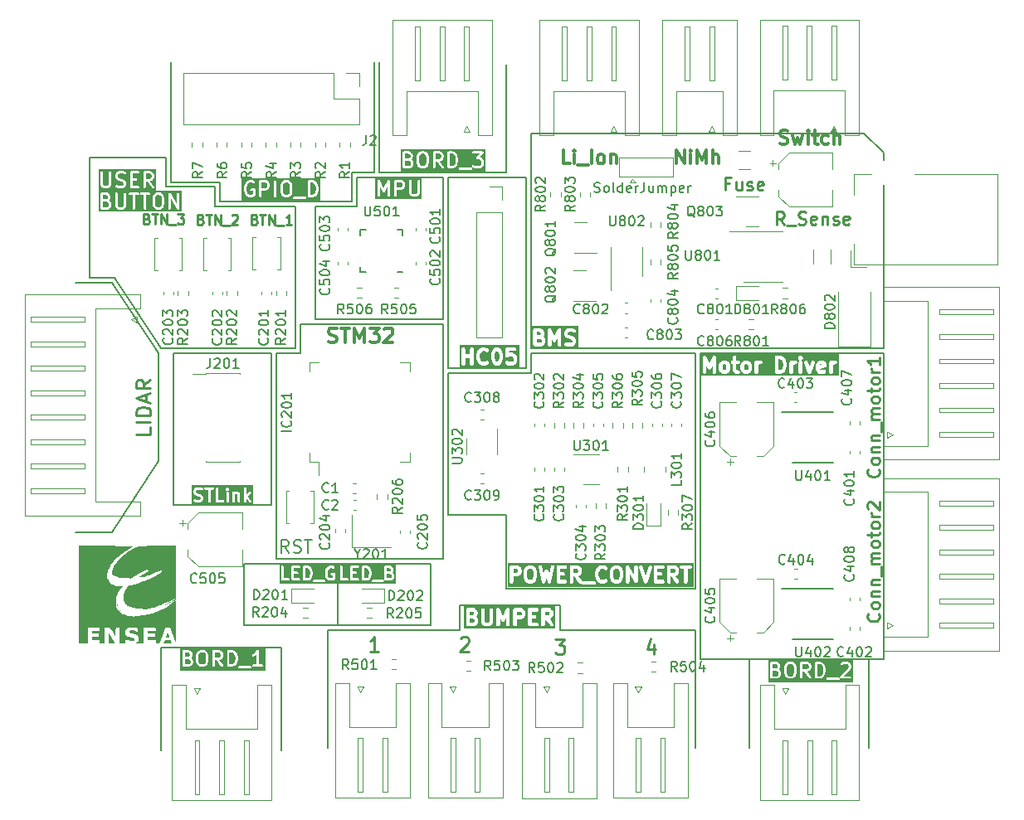
<source format=gbr>
%TF.GenerationSoftware,KiCad,Pcbnew,7.0.7*%
%TF.CreationDate,2023-10-25T17:12:00+02:00*%
%TF.ProjectId,kicad_chat-souris,6b696361-645f-4636-9861-742d736f7572,rev?*%
%TF.SameCoordinates,Original*%
%TF.FileFunction,Legend,Top*%
%TF.FilePolarity,Positive*%
%FSLAX46Y46*%
G04 Gerber Fmt 4.6, Leading zero omitted, Abs format (unit mm)*
G04 Created by KiCad (PCBNEW 7.0.7) date 2023-10-25 17:12:00*
%MOMM*%
%LPD*%
G01*
G04 APERTURE LIST*
%ADD10C,0.150000*%
%ADD11C,0.200000*%
%ADD12C,0.260000*%
%ADD13C,0.250000*%
%ADD14C,0.375000*%
%ADD15C,0.350000*%
%ADD16C,0.120000*%
G04 APERTURE END LIST*
D10*
X181070000Y-119970000D02*
X181070000Y-110970000D01*
X168820000Y-119970000D02*
X168820000Y-110970000D01*
D11*
X121858095Y-100061004D02*
X121424762Y-99441957D01*
X121115238Y-100061004D02*
X121115238Y-98761004D01*
X121115238Y-98761004D02*
X121610476Y-98761004D01*
X121610476Y-98761004D02*
X121734286Y-98822909D01*
X121734286Y-98822909D02*
X121796191Y-98884814D01*
X121796191Y-98884814D02*
X121858095Y-99008623D01*
X121858095Y-99008623D02*
X121858095Y-99194338D01*
X121858095Y-99194338D02*
X121796191Y-99318147D01*
X121796191Y-99318147D02*
X121734286Y-99380052D01*
X121734286Y-99380052D02*
X121610476Y-99441957D01*
X121610476Y-99441957D02*
X121115238Y-99441957D01*
X122353334Y-99999100D02*
X122539048Y-100061004D01*
X122539048Y-100061004D02*
X122848572Y-100061004D01*
X122848572Y-100061004D02*
X122972381Y-99999100D01*
X122972381Y-99999100D02*
X123034286Y-99937195D01*
X123034286Y-99937195D02*
X123096191Y-99813385D01*
X123096191Y-99813385D02*
X123096191Y-99689576D01*
X123096191Y-99689576D02*
X123034286Y-99565766D01*
X123034286Y-99565766D02*
X122972381Y-99503861D01*
X122972381Y-99503861D02*
X122848572Y-99441957D01*
X122848572Y-99441957D02*
X122600953Y-99380052D01*
X122600953Y-99380052D02*
X122477143Y-99318147D01*
X122477143Y-99318147D02*
X122415238Y-99256242D01*
X122415238Y-99256242D02*
X122353334Y-99132433D01*
X122353334Y-99132433D02*
X122353334Y-99008623D01*
X122353334Y-99008623D02*
X122415238Y-98884814D01*
X122415238Y-98884814D02*
X122477143Y-98822909D01*
X122477143Y-98822909D02*
X122600953Y-98761004D01*
X122600953Y-98761004D02*
X122910476Y-98761004D01*
X122910476Y-98761004D02*
X123096191Y-98822909D01*
X123467619Y-98761004D02*
X124210476Y-98761004D01*
X123839048Y-100061004D02*
X123839048Y-98761004D01*
D12*
G36*
X118199434Y-95123598D02*
G01*
X111937620Y-95123598D01*
X111937620Y-93879313D01*
X112123334Y-93879313D01*
X112126654Y-93890620D01*
X112125389Y-93902337D01*
X112137058Y-93937450D01*
X112198962Y-94061259D01*
X112200622Y-94063043D01*
X112201140Y-94065424D01*
X112223314Y-94095046D01*
X112285219Y-94156951D01*
X112287358Y-94158119D01*
X112288602Y-94160213D01*
X112319005Y-94181303D01*
X112442815Y-94243208D01*
X112447305Y-94244015D01*
X112469423Y-94253050D01*
X112703199Y-94311495D01*
X112795375Y-94357583D01*
X112827444Y-94389652D01*
X112866191Y-94467144D01*
X112866191Y-94529576D01*
X112827444Y-94607068D01*
X112795375Y-94639137D01*
X112717883Y-94677884D01*
X112460145Y-94677884D01*
X112294443Y-94622651D01*
X112221241Y-94620004D01*
X112158228Y-94657353D01*
X112125410Y-94722841D01*
X112133208Y-94795675D01*
X112179144Y-94852731D01*
X112212225Y-94869309D01*
X112397939Y-94931213D01*
X112400373Y-94931301D01*
X112402423Y-94932618D01*
X112439048Y-94937884D01*
X112748572Y-94937884D01*
X112759879Y-94934563D01*
X112771596Y-94935829D01*
X112806709Y-94924160D01*
X112930518Y-94862256D01*
X112932302Y-94860595D01*
X112934683Y-94860078D01*
X112964305Y-94837904D01*
X113026210Y-94775999D01*
X113027378Y-94773859D01*
X113029472Y-94772616D01*
X113050562Y-94742213D01*
X113112467Y-94618403D01*
X113114554Y-94606802D01*
X113120925Y-94596890D01*
X113126191Y-94560265D01*
X113126191Y-94436456D01*
X113122870Y-94425148D01*
X113124136Y-94413432D01*
X113112467Y-94378318D01*
X113050562Y-94254508D01*
X113048901Y-94252722D01*
X113048384Y-94250344D01*
X113026210Y-94220722D01*
X112964305Y-94158817D01*
X112962164Y-94157648D01*
X112960921Y-94155554D01*
X112930518Y-94134465D01*
X112806709Y-94072561D01*
X112802220Y-94071753D01*
X112780102Y-94062719D01*
X112546327Y-94004275D01*
X112454149Y-93958185D01*
X112422080Y-93926116D01*
X112383334Y-93848624D01*
X112383334Y-93786192D01*
X112422080Y-93708700D01*
X112454149Y-93676630D01*
X112531641Y-93637884D01*
X112789379Y-93637884D01*
X112955082Y-93693118D01*
X113028284Y-93695765D01*
X113091297Y-93658416D01*
X113124115Y-93592929D01*
X113116991Y-93526385D01*
X113238942Y-93526385D01*
X113269372Y-93593016D01*
X113330994Y-93632618D01*
X113367619Y-93637884D01*
X113609048Y-93637884D01*
X113609048Y-94807884D01*
X113629685Y-94878167D01*
X113685044Y-94926136D01*
X113757549Y-94936561D01*
X113824180Y-94906131D01*
X113863782Y-94844509D01*
X113869048Y-94807884D01*
X114413809Y-94807884D01*
X114416482Y-94816990D01*
X114415132Y-94826385D01*
X114426640Y-94851585D01*
X114434446Y-94878167D01*
X114441619Y-94884382D01*
X114445562Y-94893016D01*
X114468867Y-94907993D01*
X114489805Y-94926136D01*
X114499199Y-94927486D01*
X114507184Y-94932618D01*
X114543809Y-94937884D01*
X115162857Y-94937884D01*
X115233140Y-94917247D01*
X115281109Y-94861888D01*
X115288874Y-94807884D01*
X115466190Y-94807884D01*
X115486827Y-94878167D01*
X115542186Y-94926136D01*
X115614691Y-94936561D01*
X115681322Y-94906131D01*
X115720924Y-94844509D01*
X115726190Y-94807884D01*
X116085238Y-94807884D01*
X116105875Y-94878167D01*
X116161234Y-94926136D01*
X116233739Y-94936561D01*
X116300370Y-94906131D01*
X116339972Y-94844509D01*
X116345238Y-94807884D01*
X116345238Y-94118875D01*
X116354149Y-94109963D01*
X116431642Y-94071218D01*
X116555978Y-94071218D01*
X116613579Y-94100018D01*
X116642381Y-94157620D01*
X116642381Y-94807884D01*
X116663018Y-94878167D01*
X116718377Y-94926136D01*
X116790882Y-94936561D01*
X116857513Y-94906131D01*
X116897115Y-94844509D01*
X116902381Y-94807884D01*
X117261428Y-94807884D01*
X117282065Y-94878167D01*
X117337424Y-94926136D01*
X117409929Y-94936561D01*
X117476560Y-94906131D01*
X117516162Y-94844509D01*
X117521428Y-94807884D01*
X117521428Y-94537566D01*
X117782666Y-94885884D01*
X117841345Y-94929728D01*
X117914414Y-94934888D01*
X117978673Y-94899725D01*
X118013720Y-94835402D01*
X118008428Y-94762344D01*
X117990666Y-94729884D01*
X117686887Y-94324844D01*
X117978590Y-94033142D01*
X118013695Y-93968852D01*
X118008469Y-93895788D01*
X117964572Y-93837148D01*
X117895939Y-93811550D01*
X117824363Y-93827120D01*
X117794742Y-93849294D01*
X117521427Y-94122608D01*
X117521428Y-93507884D01*
X117500791Y-93437601D01*
X117445432Y-93389632D01*
X117372927Y-93379207D01*
X117306296Y-93409637D01*
X117266694Y-93471259D01*
X117261428Y-93507884D01*
X117261428Y-94807884D01*
X116902381Y-94807884D01*
X116902381Y-94126932D01*
X116899060Y-94115624D01*
X116900326Y-94103908D01*
X116888657Y-94068794D01*
X116826752Y-93944984D01*
X116810897Y-93927940D01*
X116799016Y-93907935D01*
X116780055Y-93894782D01*
X116776862Y-93891350D01*
X116774080Y-93890638D01*
X116768613Y-93886846D01*
X116644804Y-93824942D01*
X116633205Y-93822854D01*
X116623292Y-93816484D01*
X116586667Y-93811218D01*
X116400953Y-93811218D01*
X116389645Y-93814538D01*
X116377929Y-93813273D01*
X116342816Y-93824942D01*
X116297608Y-93847545D01*
X116269242Y-93822966D01*
X116196737Y-93812541D01*
X116130106Y-93842971D01*
X116090504Y-93904593D01*
X116085238Y-93941218D01*
X116085238Y-94807884D01*
X115726190Y-94807884D01*
X115726190Y-93941218D01*
X115705553Y-93870935D01*
X115650194Y-93822966D01*
X115577689Y-93812541D01*
X115511058Y-93842971D01*
X115471456Y-93904593D01*
X115466190Y-93941218D01*
X115466190Y-94807884D01*
X115288874Y-94807884D01*
X115291534Y-94789383D01*
X115261104Y-94722752D01*
X115199482Y-94683150D01*
X115162857Y-94677884D01*
X114673809Y-94677884D01*
X114673809Y-93560514D01*
X115404618Y-93560514D01*
X115410506Y-93587585D01*
X115412483Y-93615220D01*
X115418169Y-93622816D01*
X115420187Y-93632091D01*
X115442361Y-93661712D01*
X115504265Y-93723617D01*
X115512595Y-93728165D01*
X115518284Y-93735765D01*
X115531515Y-93740700D01*
X115542186Y-93749946D01*
X115556161Y-93751955D01*
X115568555Y-93758723D01*
X115578022Y-93758045D01*
X115586916Y-93761363D01*
X115600713Y-93758361D01*
X115614691Y-93760371D01*
X115627535Y-93754505D01*
X115641619Y-93753498D01*
X115649218Y-93747809D01*
X115658492Y-93745792D01*
X115677077Y-93731879D01*
X115681322Y-93729941D01*
X115682856Y-93727553D01*
X115688114Y-93723618D01*
X115750019Y-93661713D01*
X115754567Y-93653383D01*
X115762166Y-93647695D01*
X115771847Y-93621736D01*
X115785124Y-93597423D01*
X115784446Y-93587956D01*
X115787764Y-93579063D01*
X115781874Y-93551989D01*
X115779898Y-93524359D01*
X115774210Y-93516761D01*
X115772193Y-93507487D01*
X115750019Y-93477865D01*
X115688114Y-93415960D01*
X115679782Y-93411410D01*
X115674095Y-93403813D01*
X115660865Y-93398878D01*
X115650194Y-93389632D01*
X115636217Y-93387622D01*
X115623824Y-93380855D01*
X115614354Y-93381532D01*
X115605463Y-93378216D01*
X115591668Y-93381216D01*
X115577689Y-93379207D01*
X115564843Y-93385073D01*
X115550760Y-93386081D01*
X115543161Y-93391769D01*
X115533886Y-93393787D01*
X115515302Y-93407698D01*
X115511058Y-93409637D01*
X115509523Y-93412024D01*
X115504265Y-93415961D01*
X115442361Y-93477866D01*
X115437813Y-93486194D01*
X115430216Y-93491882D01*
X115420534Y-93517839D01*
X115407257Y-93542156D01*
X115407934Y-93551622D01*
X115404618Y-93560514D01*
X114673809Y-93560514D01*
X114673809Y-93507884D01*
X114653172Y-93437601D01*
X114597813Y-93389632D01*
X114525308Y-93379207D01*
X114458677Y-93409637D01*
X114419075Y-93471259D01*
X114413809Y-93507884D01*
X114413809Y-94807884D01*
X113869048Y-94807884D01*
X113869048Y-93637884D01*
X114110476Y-93637884D01*
X114180759Y-93617247D01*
X114228728Y-93561888D01*
X114239153Y-93489383D01*
X114208723Y-93422752D01*
X114147101Y-93383150D01*
X114110476Y-93377884D01*
X113367619Y-93377884D01*
X113297336Y-93398521D01*
X113249367Y-93453880D01*
X113238942Y-93526385D01*
X113116991Y-93526385D01*
X113116318Y-93520094D01*
X113070381Y-93463038D01*
X113037301Y-93446460D01*
X112851586Y-93384555D01*
X112849150Y-93384466D01*
X112847101Y-93383150D01*
X112810476Y-93377884D01*
X112500953Y-93377884D01*
X112489645Y-93381204D01*
X112477929Y-93379939D01*
X112442815Y-93391608D01*
X112319005Y-93453513D01*
X112317219Y-93455173D01*
X112314841Y-93455691D01*
X112285219Y-93477865D01*
X112223314Y-93539770D01*
X112222145Y-93541910D01*
X112220051Y-93543154D01*
X112198962Y-93573557D01*
X112137058Y-93697366D01*
X112134970Y-93708964D01*
X112128600Y-93718878D01*
X112123334Y-93755503D01*
X112123334Y-93879313D01*
X111937620Y-93879313D01*
X111937620Y-93192170D01*
X118199434Y-93192170D01*
X118199434Y-95123598D01*
G37*
D13*
X172379523Y-66558404D02*
X171946190Y-65939357D01*
X171636666Y-66558404D02*
X171636666Y-65258404D01*
X171636666Y-65258404D02*
X172131904Y-65258404D01*
X172131904Y-65258404D02*
X172255714Y-65320309D01*
X172255714Y-65320309D02*
X172317619Y-65382214D01*
X172317619Y-65382214D02*
X172379523Y-65506023D01*
X172379523Y-65506023D02*
X172379523Y-65691738D01*
X172379523Y-65691738D02*
X172317619Y-65815547D01*
X172317619Y-65815547D02*
X172255714Y-65877452D01*
X172255714Y-65877452D02*
X172131904Y-65939357D01*
X172131904Y-65939357D02*
X171636666Y-65939357D01*
X172627143Y-66682214D02*
X173617619Y-66682214D01*
X173865238Y-66496500D02*
X174050952Y-66558404D01*
X174050952Y-66558404D02*
X174360476Y-66558404D01*
X174360476Y-66558404D02*
X174484285Y-66496500D01*
X174484285Y-66496500D02*
X174546190Y-66434595D01*
X174546190Y-66434595D02*
X174608095Y-66310785D01*
X174608095Y-66310785D02*
X174608095Y-66186976D01*
X174608095Y-66186976D02*
X174546190Y-66063166D01*
X174546190Y-66063166D02*
X174484285Y-66001261D01*
X174484285Y-66001261D02*
X174360476Y-65939357D01*
X174360476Y-65939357D02*
X174112857Y-65877452D01*
X174112857Y-65877452D02*
X173989047Y-65815547D01*
X173989047Y-65815547D02*
X173927142Y-65753642D01*
X173927142Y-65753642D02*
X173865238Y-65629833D01*
X173865238Y-65629833D02*
X173865238Y-65506023D01*
X173865238Y-65506023D02*
X173927142Y-65382214D01*
X173927142Y-65382214D02*
X173989047Y-65320309D01*
X173989047Y-65320309D02*
X174112857Y-65258404D01*
X174112857Y-65258404D02*
X174422380Y-65258404D01*
X174422380Y-65258404D02*
X174608095Y-65320309D01*
X175660475Y-66496500D02*
X175536666Y-66558404D01*
X175536666Y-66558404D02*
X175289047Y-66558404D01*
X175289047Y-66558404D02*
X175165237Y-66496500D01*
X175165237Y-66496500D02*
X175103333Y-66372690D01*
X175103333Y-66372690D02*
X175103333Y-65877452D01*
X175103333Y-65877452D02*
X175165237Y-65753642D01*
X175165237Y-65753642D02*
X175289047Y-65691738D01*
X175289047Y-65691738D02*
X175536666Y-65691738D01*
X175536666Y-65691738D02*
X175660475Y-65753642D01*
X175660475Y-65753642D02*
X175722380Y-65877452D01*
X175722380Y-65877452D02*
X175722380Y-66001261D01*
X175722380Y-66001261D02*
X175103333Y-66125071D01*
X176279523Y-65691738D02*
X176279523Y-66558404D01*
X176279523Y-65815547D02*
X176341428Y-65753642D01*
X176341428Y-65753642D02*
X176465238Y-65691738D01*
X176465238Y-65691738D02*
X176650952Y-65691738D01*
X176650952Y-65691738D02*
X176774761Y-65753642D01*
X176774761Y-65753642D02*
X176836666Y-65877452D01*
X176836666Y-65877452D02*
X176836666Y-66558404D01*
X177393809Y-66496500D02*
X177517618Y-66558404D01*
X177517618Y-66558404D02*
X177765237Y-66558404D01*
X177765237Y-66558404D02*
X177889047Y-66496500D01*
X177889047Y-66496500D02*
X177950951Y-66372690D01*
X177950951Y-66372690D02*
X177950951Y-66310785D01*
X177950951Y-66310785D02*
X177889047Y-66186976D01*
X177889047Y-66186976D02*
X177765237Y-66125071D01*
X177765237Y-66125071D02*
X177579523Y-66125071D01*
X177579523Y-66125071D02*
X177455713Y-66063166D01*
X177455713Y-66063166D02*
X177393809Y-65939357D01*
X177393809Y-65939357D02*
X177393809Y-65877452D01*
X177393809Y-65877452D02*
X177455713Y-65753642D01*
X177455713Y-65753642D02*
X177579523Y-65691738D01*
X177579523Y-65691738D02*
X177765237Y-65691738D01*
X177765237Y-65691738D02*
X177889047Y-65753642D01*
X179003332Y-66496500D02*
X178879523Y-66558404D01*
X178879523Y-66558404D02*
X178631904Y-66558404D01*
X178631904Y-66558404D02*
X178508094Y-66496500D01*
X178508094Y-66496500D02*
X178446190Y-66372690D01*
X178446190Y-66372690D02*
X178446190Y-65877452D01*
X178446190Y-65877452D02*
X178508094Y-65753642D01*
X178508094Y-65753642D02*
X178631904Y-65691738D01*
X178631904Y-65691738D02*
X178879523Y-65691738D01*
X178879523Y-65691738D02*
X179003332Y-65753642D01*
X179003332Y-65753642D02*
X179065237Y-65877452D01*
X179065237Y-65877452D02*
X179065237Y-66001261D01*
X179065237Y-66001261D02*
X178446190Y-66125071D01*
X166834286Y-62377452D02*
X166400952Y-62377452D01*
X166400952Y-63058404D02*
X166400952Y-61758404D01*
X166400952Y-61758404D02*
X167020000Y-61758404D01*
X168072381Y-62191738D02*
X168072381Y-63058404D01*
X167515238Y-62191738D02*
X167515238Y-62872690D01*
X167515238Y-62872690D02*
X167577143Y-62996500D01*
X167577143Y-62996500D02*
X167700953Y-63058404D01*
X167700953Y-63058404D02*
X167886667Y-63058404D01*
X167886667Y-63058404D02*
X168010476Y-62996500D01*
X168010476Y-62996500D02*
X168072381Y-62934595D01*
X168629524Y-62996500D02*
X168753333Y-63058404D01*
X168753333Y-63058404D02*
X169000952Y-63058404D01*
X169000952Y-63058404D02*
X169124762Y-62996500D01*
X169124762Y-62996500D02*
X169186666Y-62872690D01*
X169186666Y-62872690D02*
X169186666Y-62810785D01*
X169186666Y-62810785D02*
X169124762Y-62686976D01*
X169124762Y-62686976D02*
X169000952Y-62625071D01*
X169000952Y-62625071D02*
X168815238Y-62625071D01*
X168815238Y-62625071D02*
X168691428Y-62563166D01*
X168691428Y-62563166D02*
X168629524Y-62439357D01*
X168629524Y-62439357D02*
X168629524Y-62377452D01*
X168629524Y-62377452D02*
X168691428Y-62253642D01*
X168691428Y-62253642D02*
X168815238Y-62191738D01*
X168815238Y-62191738D02*
X169000952Y-62191738D01*
X169000952Y-62191738D02*
X169124762Y-62253642D01*
X170239047Y-62996500D02*
X170115238Y-63058404D01*
X170115238Y-63058404D02*
X169867619Y-63058404D01*
X169867619Y-63058404D02*
X169743809Y-62996500D01*
X169743809Y-62996500D02*
X169681905Y-62872690D01*
X169681905Y-62872690D02*
X169681905Y-62377452D01*
X169681905Y-62377452D02*
X169743809Y-62253642D01*
X169743809Y-62253642D02*
X169867619Y-62191738D01*
X169867619Y-62191738D02*
X170115238Y-62191738D01*
X170115238Y-62191738D02*
X170239047Y-62253642D01*
X170239047Y-62253642D02*
X170300952Y-62377452D01*
X170300952Y-62377452D02*
X170300952Y-62501261D01*
X170300952Y-62501261D02*
X169681905Y-62625071D01*
D10*
X120070000Y-95220000D02*
X120070000Y-79720000D01*
D14*
X125902424Y-78545500D02*
X126116710Y-78616928D01*
X126116710Y-78616928D02*
X126473852Y-78616928D01*
X126473852Y-78616928D02*
X126616710Y-78545500D01*
X126616710Y-78545500D02*
X126688138Y-78474071D01*
X126688138Y-78474071D02*
X126759567Y-78331214D01*
X126759567Y-78331214D02*
X126759567Y-78188357D01*
X126759567Y-78188357D02*
X126688138Y-78045500D01*
X126688138Y-78045500D02*
X126616710Y-77974071D01*
X126616710Y-77974071D02*
X126473852Y-77902642D01*
X126473852Y-77902642D02*
X126188138Y-77831214D01*
X126188138Y-77831214D02*
X126045281Y-77759785D01*
X126045281Y-77759785D02*
X125973852Y-77688357D01*
X125973852Y-77688357D02*
X125902424Y-77545500D01*
X125902424Y-77545500D02*
X125902424Y-77402642D01*
X125902424Y-77402642D02*
X125973852Y-77259785D01*
X125973852Y-77259785D02*
X126045281Y-77188357D01*
X126045281Y-77188357D02*
X126188138Y-77116928D01*
X126188138Y-77116928D02*
X126545281Y-77116928D01*
X126545281Y-77116928D02*
X126759567Y-77188357D01*
X127188138Y-77116928D02*
X128045281Y-77116928D01*
X127616709Y-78616928D02*
X127616709Y-77116928D01*
X128545280Y-78616928D02*
X128545280Y-77116928D01*
X128545280Y-77116928D02*
X129045280Y-78188357D01*
X129045280Y-78188357D02*
X129545280Y-77116928D01*
X129545280Y-77116928D02*
X129545280Y-78616928D01*
X130116709Y-77116928D02*
X131045281Y-77116928D01*
X131045281Y-77116928D02*
X130545281Y-77688357D01*
X130545281Y-77688357D02*
X130759566Y-77688357D01*
X130759566Y-77688357D02*
X130902424Y-77759785D01*
X130902424Y-77759785D02*
X130973852Y-77831214D01*
X130973852Y-77831214D02*
X131045281Y-77974071D01*
X131045281Y-77974071D02*
X131045281Y-78331214D01*
X131045281Y-78331214D02*
X130973852Y-78474071D01*
X130973852Y-78474071D02*
X130902424Y-78545500D01*
X130902424Y-78545500D02*
X130759566Y-78616928D01*
X130759566Y-78616928D02*
X130330995Y-78616928D01*
X130330995Y-78616928D02*
X130188138Y-78545500D01*
X130188138Y-78545500D02*
X130116709Y-78474071D01*
X131616709Y-77259785D02*
X131688137Y-77188357D01*
X131688137Y-77188357D02*
X131830995Y-77116928D01*
X131830995Y-77116928D02*
X132188137Y-77116928D01*
X132188137Y-77116928D02*
X132330995Y-77188357D01*
X132330995Y-77188357D02*
X132402423Y-77259785D01*
X132402423Y-77259785D02*
X132473852Y-77402642D01*
X132473852Y-77402642D02*
X132473852Y-77545500D01*
X132473852Y-77545500D02*
X132402423Y-77759785D01*
X132402423Y-77759785D02*
X131545280Y-78616928D01*
X131545280Y-78616928D02*
X132473852Y-78616928D01*
D10*
X137570000Y-100720000D02*
X137570000Y-76720000D01*
X120570000Y-100720000D02*
X137570000Y-100720000D01*
X120570000Y-79720000D02*
X120570000Y-100720000D01*
X123070000Y-79720000D02*
X120570000Y-79720000D01*
X123070000Y-76720000D02*
X123070000Y-79720000D01*
X137570000Y-76720000D02*
X123070000Y-76720000D01*
D13*
G36*
X103423907Y-64295897D02*
G01*
X103460124Y-64332114D01*
X103509285Y-64430435D01*
X103509285Y-64585706D01*
X103460123Y-64684028D01*
X103417385Y-64726766D01*
X103319062Y-64775928D01*
X102902142Y-64775928D01*
X102902142Y-64240214D01*
X103256856Y-64240214D01*
X103423907Y-64295897D01*
G37*
G36*
X103345955Y-63575088D02*
G01*
X103388696Y-63617830D01*
X103437857Y-63716150D01*
X103437857Y-63799991D01*
X103388696Y-63898311D01*
X103345955Y-63941053D01*
X103247634Y-63990214D01*
X102902142Y-63990214D01*
X102902142Y-63525928D01*
X103247634Y-63525928D01*
X103345955Y-63575088D01*
G37*
G36*
X108774526Y-63575088D02*
G01*
X108878557Y-63679120D01*
X108937857Y-63916317D01*
X108937857Y-64385538D01*
X108878557Y-64622735D01*
X108774525Y-64726767D01*
X108676205Y-64775928D01*
X108449508Y-64775928D01*
X108351187Y-64726767D01*
X108247156Y-64622736D01*
X108187857Y-64385539D01*
X108187857Y-63916316D01*
X108247155Y-63679120D01*
X108351188Y-63575087D01*
X108449508Y-63525928D01*
X108676206Y-63525928D01*
X108774526Y-63575088D01*
G37*
G36*
X110902143Y-65240214D02*
G01*
X102437856Y-65240214D01*
X102437856Y-64900928D01*
X102652142Y-64900928D01*
X102654712Y-64909683D01*
X102653414Y-64918717D01*
X102664480Y-64942949D01*
X102671985Y-64968508D01*
X102678881Y-64974483D01*
X102682673Y-64982786D01*
X102705085Y-64997189D01*
X102725215Y-65014632D01*
X102734247Y-65015930D01*
X102741925Y-65020865D01*
X102777142Y-65025928D01*
X103348571Y-65025928D01*
X103359443Y-65022735D01*
X103370709Y-65023952D01*
X103404472Y-65012732D01*
X103547330Y-64941303D01*
X103549044Y-64939708D01*
X103551334Y-64939210D01*
X103579816Y-64917888D01*
X103651245Y-64846459D01*
X103652366Y-64844404D01*
X103654383Y-64843207D01*
X103674661Y-64813972D01*
X103746089Y-64671115D01*
X103748095Y-64659963D01*
X103754222Y-64650431D01*
X103759285Y-64615214D01*
X104152142Y-64615214D01*
X104155334Y-64626086D01*
X104154118Y-64637353D01*
X104165339Y-64671116D01*
X104236768Y-64813973D01*
X104238362Y-64815687D01*
X104238861Y-64817977D01*
X104260183Y-64846459D01*
X104331612Y-64917888D01*
X104333666Y-64919009D01*
X104334864Y-64921026D01*
X104364099Y-64941304D01*
X104506956Y-65012732D01*
X104518107Y-65014738D01*
X104527640Y-65020865D01*
X104562857Y-65025928D01*
X104848571Y-65025928D01*
X104859443Y-65022735D01*
X104870709Y-65023952D01*
X104904472Y-65012732D01*
X105047330Y-64941303D01*
X105049044Y-64939708D01*
X105051334Y-64939210D01*
X105079816Y-64917888D01*
X105151245Y-64846459D01*
X105152366Y-64844404D01*
X105154383Y-64843207D01*
X105174661Y-64813972D01*
X105246089Y-64671115D01*
X105248095Y-64659963D01*
X105254222Y-64650431D01*
X105259285Y-64615214D01*
X105259285Y-63418717D01*
X105510558Y-63418717D01*
X105539817Y-63482786D01*
X105599069Y-63520865D01*
X105634286Y-63525928D01*
X105937857Y-63525928D01*
X105937857Y-64900928D01*
X105957700Y-64968508D01*
X106010930Y-65014632D01*
X106080646Y-65024656D01*
X106144715Y-64995397D01*
X106182794Y-64936145D01*
X106187857Y-64900928D01*
X106187857Y-63525928D01*
X106491429Y-63525928D01*
X106559009Y-63506085D01*
X106605133Y-63452855D01*
X106610041Y-63418717D01*
X106653415Y-63418717D01*
X106682674Y-63482786D01*
X106741926Y-63520865D01*
X106777143Y-63525928D01*
X107080714Y-63525928D01*
X107080714Y-64900928D01*
X107100557Y-64968508D01*
X107153787Y-65014632D01*
X107223503Y-65024656D01*
X107287572Y-64995397D01*
X107325651Y-64936145D01*
X107330714Y-64900928D01*
X107330714Y-64400928D01*
X107937857Y-64400928D01*
X107938815Y-64404191D01*
X107941589Y-64431245D01*
X108013017Y-64716959D01*
X108021156Y-64730831D01*
X108024575Y-64746548D01*
X108045897Y-64775030D01*
X108188755Y-64917889D01*
X108190810Y-64919011D01*
X108192007Y-64921026D01*
X108221242Y-64941304D01*
X108364099Y-65012732D01*
X108375250Y-65014738D01*
X108384783Y-65020865D01*
X108420000Y-65025928D01*
X108705714Y-65025928D01*
X108716586Y-65022735D01*
X108727852Y-65023952D01*
X108761615Y-65012732D01*
X108904473Y-64941303D01*
X108906187Y-64939708D01*
X108908477Y-64939210D01*
X108936960Y-64917888D01*
X108953920Y-64900928D01*
X109580714Y-64900928D01*
X109600557Y-64968508D01*
X109653787Y-65014632D01*
X109723503Y-65024656D01*
X109787572Y-64995397D01*
X109825651Y-64936145D01*
X109830714Y-64900928D01*
X109830714Y-63871622D01*
X110454327Y-64962946D01*
X110456751Y-64965278D01*
X110457700Y-64968508D01*
X110481948Y-64989519D01*
X110505084Y-65011777D01*
X110508387Y-65012428D01*
X110510930Y-65014632D01*
X110542691Y-65019198D01*
X110574185Y-65025414D01*
X110577315Y-65024177D01*
X110580646Y-65024656D01*
X110609838Y-65011324D01*
X110639689Y-64999528D01*
X110641653Y-64996795D01*
X110644715Y-64995397D01*
X110662064Y-64968400D01*
X110680800Y-64942337D01*
X110680975Y-64938975D01*
X110682794Y-64936145D01*
X110687857Y-64900928D01*
X110687857Y-63400928D01*
X110668014Y-63333348D01*
X110614784Y-63287224D01*
X110545068Y-63277200D01*
X110480999Y-63306459D01*
X110442920Y-63365711D01*
X110437857Y-63400928D01*
X110437857Y-64430232D01*
X109814244Y-63338911D01*
X109811819Y-63336578D01*
X109810871Y-63333348D01*
X109786611Y-63312327D01*
X109763487Y-63290080D01*
X109760184Y-63289428D01*
X109757641Y-63287224D01*
X109725871Y-63282656D01*
X109694386Y-63276442D01*
X109691255Y-63277678D01*
X109687925Y-63277200D01*
X109658728Y-63290533D01*
X109628883Y-63302328D01*
X109626919Y-63305060D01*
X109623856Y-63306459D01*
X109606497Y-63333468D01*
X109587772Y-63359519D01*
X109587596Y-63362879D01*
X109585777Y-63365711D01*
X109580714Y-63400928D01*
X109580714Y-64900928D01*
X108953920Y-64900928D01*
X109079817Y-64775030D01*
X109087524Y-64760914D01*
X109099242Y-64749897D01*
X109112696Y-64716959D01*
X109184125Y-64431246D01*
X109183986Y-64427847D01*
X109187857Y-64400928D01*
X109187857Y-63900928D01*
X109186899Y-63897665D01*
X109184125Y-63870610D01*
X109112696Y-63584897D01*
X109104556Y-63571023D01*
X109101138Y-63555308D01*
X109079816Y-63526825D01*
X108936959Y-63383969D01*
X108934905Y-63382847D01*
X108933708Y-63380832D01*
X108904473Y-63360554D01*
X108761616Y-63289125D01*
X108750465Y-63287118D01*
X108740931Y-63280991D01*
X108705714Y-63275928D01*
X108420000Y-63275928D01*
X108409127Y-63279120D01*
X108397861Y-63277904D01*
X108364098Y-63289125D01*
X108221241Y-63360554D01*
X108219527Y-63362147D01*
X108217237Y-63362646D01*
X108188755Y-63383968D01*
X108045897Y-63526825D01*
X108038189Y-63540940D01*
X108026470Y-63551960D01*
X108013017Y-63584897D01*
X107941589Y-63870611D01*
X107941727Y-63874008D01*
X107937857Y-63900928D01*
X107937857Y-64400928D01*
X107330714Y-64400928D01*
X107330714Y-63525928D01*
X107634286Y-63525928D01*
X107701866Y-63506085D01*
X107747990Y-63452855D01*
X107758014Y-63383139D01*
X107728755Y-63319070D01*
X107669503Y-63280991D01*
X107634286Y-63275928D01*
X106777143Y-63275928D01*
X106709563Y-63295771D01*
X106663439Y-63349001D01*
X106653415Y-63418717D01*
X106610041Y-63418717D01*
X106615157Y-63383139D01*
X106585898Y-63319070D01*
X106526646Y-63280991D01*
X106491429Y-63275928D01*
X105634286Y-63275928D01*
X105566706Y-63295771D01*
X105520582Y-63349001D01*
X105510558Y-63418717D01*
X105259285Y-63418717D01*
X105259285Y-63400928D01*
X105239442Y-63333348D01*
X105186212Y-63287224D01*
X105116496Y-63277200D01*
X105052427Y-63306459D01*
X105014348Y-63365711D01*
X105009285Y-63400928D01*
X105009285Y-64585705D01*
X104960124Y-64684027D01*
X104917385Y-64726766D01*
X104819062Y-64775928D01*
X104592365Y-64775928D01*
X104494043Y-64726766D01*
X104451302Y-64684026D01*
X104402142Y-64585705D01*
X104402142Y-63400928D01*
X104382299Y-63333348D01*
X104329069Y-63287224D01*
X104259353Y-63277200D01*
X104195284Y-63306459D01*
X104157205Y-63365711D01*
X104152142Y-63400928D01*
X104152142Y-64615214D01*
X103759285Y-64615214D01*
X103759285Y-64400928D01*
X103756093Y-64390058D01*
X103757310Y-64378790D01*
X103746089Y-64345027D01*
X103674661Y-64202170D01*
X103673066Y-64200455D01*
X103672568Y-64198165D01*
X103651245Y-64169683D01*
X103579816Y-64098254D01*
X103569872Y-64092824D01*
X103562765Y-64083996D01*
X103558635Y-64081926D01*
X103579816Y-64060746D01*
X103580938Y-64058690D01*
X103582953Y-64057494D01*
X103603231Y-64028259D01*
X103674660Y-63885402D01*
X103676666Y-63874251D01*
X103682794Y-63864717D01*
X103687857Y-63829500D01*
X103687857Y-63686642D01*
X103684664Y-63675769D01*
X103685881Y-63664503D01*
X103674660Y-63630740D01*
X103603231Y-63487883D01*
X103601636Y-63486168D01*
X103601138Y-63483879D01*
X103579816Y-63455396D01*
X103508388Y-63383969D01*
X103506332Y-63382846D01*
X103505136Y-63380832D01*
X103475902Y-63360554D01*
X103333044Y-63289125D01*
X103321893Y-63287118D01*
X103312359Y-63280991D01*
X103277142Y-63275928D01*
X102777142Y-63275928D01*
X102768386Y-63278498D01*
X102759353Y-63277200D01*
X102735120Y-63288266D01*
X102709562Y-63295771D01*
X102703586Y-63302667D01*
X102695284Y-63306459D01*
X102680880Y-63328871D01*
X102663438Y-63349001D01*
X102662139Y-63358033D01*
X102657205Y-63365711D01*
X102652142Y-63400928D01*
X102652142Y-64900928D01*
X102437856Y-64900928D01*
X102437856Y-63061642D01*
X110902143Y-63061642D01*
X110902143Y-65240214D01*
G37*
G36*
X107770954Y-61400088D02*
G01*
X107813697Y-61442830D01*
X107862857Y-61541150D01*
X107862857Y-61696419D01*
X107813695Y-61794742D01*
X107770957Y-61837480D01*
X107672634Y-61886642D01*
X107255714Y-61886642D01*
X107255714Y-61350928D01*
X107672635Y-61350928D01*
X107770954Y-61400088D01*
G37*
G36*
X108327143Y-63065214D02*
G01*
X102434285Y-63065214D01*
X102434285Y-62440214D01*
X102648571Y-62440214D01*
X102651763Y-62451086D01*
X102650547Y-62462353D01*
X102661768Y-62496116D01*
X102733197Y-62638973D01*
X102734791Y-62640687D01*
X102735290Y-62642977D01*
X102756612Y-62671459D01*
X102828041Y-62742888D01*
X102830095Y-62744009D01*
X102831293Y-62746026D01*
X102860528Y-62766304D01*
X103003385Y-62837732D01*
X103014536Y-62839738D01*
X103024069Y-62845865D01*
X103059286Y-62850928D01*
X103345000Y-62850928D01*
X103355872Y-62847735D01*
X103367138Y-62848952D01*
X103400901Y-62837732D01*
X103543759Y-62766303D01*
X103545473Y-62764708D01*
X103547763Y-62764210D01*
X103576245Y-62742888D01*
X103647674Y-62671459D01*
X103648795Y-62669404D01*
X103650812Y-62668207D01*
X103671090Y-62638972D01*
X103742518Y-62496115D01*
X103744524Y-62484963D01*
X103750651Y-62475431D01*
X103755714Y-62440214D01*
X103755714Y-61654500D01*
X104148572Y-61654500D01*
X104151764Y-61665372D01*
X104150548Y-61676638D01*
X104161768Y-61710401D01*
X104233197Y-61853259D01*
X104234791Y-61854973D01*
X104235290Y-61857264D01*
X104256612Y-61885746D01*
X104328041Y-61957174D01*
X104330095Y-61958296D01*
X104331292Y-61960310D01*
X104360527Y-61980588D01*
X104503384Y-62052017D01*
X104507695Y-62052792D01*
X104528969Y-62061482D01*
X104801373Y-62129582D01*
X104913811Y-62185801D01*
X104956554Y-62228545D01*
X105005715Y-62326865D01*
X105005715Y-62410705D01*
X104956554Y-62509025D01*
X104913812Y-62551767D01*
X104815491Y-62600928D01*
X104508144Y-62600928D01*
X104313100Y-62535914D01*
X104242713Y-62533369D01*
X104182123Y-62569282D01*
X104150568Y-62632250D01*
X104158065Y-62702284D01*
X104202235Y-62757146D01*
X104234044Y-62773086D01*
X104448330Y-62844514D01*
X104450670Y-62844598D01*
X104452641Y-62845865D01*
X104487858Y-62850928D01*
X104845000Y-62850928D01*
X104855869Y-62847736D01*
X104867138Y-62848953D01*
X104900901Y-62837732D01*
X105043759Y-62766304D01*
X105045474Y-62764708D01*
X105047765Y-62764210D01*
X105076247Y-62742888D01*
X105093207Y-62725928D01*
X105648571Y-62725928D01*
X105651141Y-62734683D01*
X105649843Y-62743717D01*
X105660909Y-62767949D01*
X105668414Y-62793508D01*
X105675310Y-62799483D01*
X105679102Y-62807786D01*
X105701514Y-62822189D01*
X105721644Y-62839632D01*
X105730676Y-62840930D01*
X105738354Y-62845865D01*
X105773571Y-62850928D01*
X106487857Y-62850928D01*
X106555437Y-62831085D01*
X106601561Y-62777855D01*
X106609027Y-62725928D01*
X107005714Y-62725928D01*
X107025557Y-62793508D01*
X107078787Y-62839632D01*
X107148503Y-62849656D01*
X107212572Y-62820397D01*
X107250651Y-62761145D01*
X107255714Y-62725928D01*
X107255714Y-62136642D01*
X107422775Y-62136642D01*
X107885453Y-62797611D01*
X107940464Y-62841595D01*
X108010522Y-62848856D01*
X108073384Y-62817089D01*
X108109092Y-62756378D01*
X108106309Y-62686000D01*
X108090261Y-62654245D01*
X107726126Y-62134052D01*
X107758044Y-62123446D01*
X107900902Y-62052017D01*
X107902616Y-62050422D01*
X107904906Y-62049924D01*
X107933388Y-62028602D01*
X108004817Y-61957173D01*
X108005938Y-61955118D01*
X108007955Y-61953921D01*
X108028233Y-61924686D01*
X108099661Y-61781829D01*
X108101667Y-61770677D01*
X108107794Y-61761145D01*
X108112857Y-61725928D01*
X108112857Y-61511642D01*
X108109665Y-61500772D01*
X108110882Y-61489504D01*
X108099661Y-61455741D01*
X108028233Y-61312884D01*
X108026637Y-61311168D01*
X108026139Y-61308878D01*
X108004817Y-61280396D01*
X107933388Y-61208968D01*
X107931333Y-61207845D01*
X107930137Y-61205832D01*
X107900902Y-61185554D01*
X107758045Y-61114125D01*
X107746894Y-61112118D01*
X107737360Y-61105991D01*
X107702143Y-61100928D01*
X107130714Y-61100928D01*
X107121958Y-61103498D01*
X107112925Y-61102200D01*
X107088692Y-61113266D01*
X107063134Y-61120771D01*
X107057158Y-61127667D01*
X107048856Y-61131459D01*
X107034452Y-61153871D01*
X107017010Y-61174001D01*
X107015711Y-61183033D01*
X107010777Y-61190711D01*
X107005714Y-61225928D01*
X107005714Y-62725928D01*
X106609027Y-62725928D01*
X106611585Y-62708139D01*
X106582326Y-62644070D01*
X106523074Y-62605991D01*
X106487857Y-62600928D01*
X105898571Y-62600928D01*
X105898571Y-62065214D01*
X106273571Y-62065214D01*
X106341151Y-62045371D01*
X106387275Y-61992141D01*
X106397299Y-61922425D01*
X106368040Y-61858356D01*
X106308788Y-61820277D01*
X106273571Y-61815214D01*
X105898571Y-61815214D01*
X105898571Y-61350928D01*
X106487857Y-61350928D01*
X106555437Y-61331085D01*
X106601561Y-61277855D01*
X106611585Y-61208139D01*
X106582326Y-61144070D01*
X106523074Y-61105991D01*
X106487857Y-61100928D01*
X105773571Y-61100928D01*
X105764815Y-61103498D01*
X105755782Y-61102200D01*
X105731549Y-61113266D01*
X105705991Y-61120771D01*
X105700015Y-61127667D01*
X105691713Y-61131459D01*
X105677309Y-61153871D01*
X105659867Y-61174001D01*
X105658568Y-61183033D01*
X105653634Y-61190711D01*
X105648571Y-61225928D01*
X105648571Y-62725928D01*
X105093207Y-62725928D01*
X105147675Y-62671459D01*
X105148797Y-62669404D01*
X105150811Y-62668208D01*
X105171089Y-62638973D01*
X105242518Y-62496116D01*
X105244524Y-62484965D01*
X105250652Y-62475431D01*
X105255715Y-62440214D01*
X105255715Y-62297357D01*
X105252522Y-62286484D01*
X105253739Y-62275218D01*
X105242518Y-62241455D01*
X105171089Y-62098598D01*
X105169495Y-62096884D01*
X105168997Y-62094595D01*
X105147675Y-62066112D01*
X105076247Y-61994683D01*
X105074190Y-61993559D01*
X105072994Y-61991546D01*
X105043760Y-61971268D01*
X104900902Y-61899839D01*
X104896590Y-61899063D01*
X104875317Y-61890374D01*
X104602913Y-61822273D01*
X104490474Y-61766053D01*
X104447731Y-61723311D01*
X104398572Y-61624991D01*
X104398572Y-61541150D01*
X104447731Y-61442830D01*
X104490474Y-61400088D01*
X104588794Y-61350928D01*
X104896145Y-61350928D01*
X105091186Y-61415942D01*
X105161573Y-61418488D01*
X105222163Y-61382576D01*
X105253719Y-61319607D01*
X105246222Y-61249573D01*
X105202052Y-61194711D01*
X105170243Y-61178772D01*
X104955958Y-61107343D01*
X104953618Y-61107258D01*
X104951646Y-61105991D01*
X104916429Y-61100928D01*
X104559286Y-61100928D01*
X104548413Y-61104120D01*
X104537147Y-61102904D01*
X104503384Y-61114125D01*
X104360527Y-61185554D01*
X104358813Y-61187147D01*
X104356524Y-61187646D01*
X104328041Y-61208968D01*
X104256612Y-61280396D01*
X104255489Y-61282452D01*
X104253474Y-61283649D01*
X104233197Y-61312883D01*
X104161768Y-61455741D01*
X104159761Y-61466892D01*
X104153635Y-61476425D01*
X104148572Y-61511642D01*
X104148572Y-61654500D01*
X103755714Y-61654500D01*
X103755714Y-61225928D01*
X103735871Y-61158348D01*
X103682641Y-61112224D01*
X103612925Y-61102200D01*
X103548856Y-61131459D01*
X103510777Y-61190711D01*
X103505714Y-61225928D01*
X103505714Y-62410705D01*
X103456552Y-62509028D01*
X103413814Y-62551766D01*
X103315491Y-62600928D01*
X103088794Y-62600928D01*
X102990472Y-62551767D01*
X102947731Y-62509026D01*
X102898571Y-62410705D01*
X102898571Y-61225928D01*
X102878728Y-61158348D01*
X102825498Y-61112224D01*
X102755782Y-61102200D01*
X102691713Y-61131459D01*
X102653634Y-61190711D01*
X102648571Y-61225928D01*
X102648571Y-62440214D01*
X102434285Y-62440214D01*
X102434285Y-60886642D01*
X108327143Y-60886642D01*
X108327143Y-63065214D01*
G37*
D10*
X108820000Y-79220000D02*
X109070000Y-79220000D01*
X104070000Y-71970000D02*
X108820000Y-79220000D01*
X101570000Y-71970000D02*
X104070000Y-71970000D01*
X101570000Y-59720000D02*
X101570000Y-71970000D01*
X109320000Y-59720000D02*
X101570000Y-59720000D01*
X109320000Y-62720000D02*
X109320000Y-59720000D01*
X114320000Y-62720000D02*
X109320000Y-62720000D01*
X114320000Y-64720000D02*
X114320000Y-62720000D01*
X122570000Y-64720000D02*
X114320000Y-64720000D01*
X122570000Y-79220000D02*
X122570000Y-64720000D01*
X109070000Y-79220000D02*
X122570000Y-79220000D01*
X114820000Y-62220000D02*
X109820000Y-62220000D01*
X114820000Y-64220000D02*
X114820000Y-62220000D01*
D13*
G36*
X121817383Y-62325088D02*
G01*
X121921414Y-62429120D01*
X121980714Y-62666317D01*
X121980714Y-63135538D01*
X121921414Y-63372735D01*
X121817382Y-63476767D01*
X121719062Y-63525928D01*
X121492365Y-63525928D01*
X121394044Y-63476767D01*
X121290013Y-63372736D01*
X121230714Y-63135539D01*
X121230714Y-62666316D01*
X121290012Y-62429120D01*
X121394045Y-62325087D01*
X121492365Y-62275928D01*
X121719063Y-62275928D01*
X121817383Y-62325088D01*
G37*
G36*
X124395334Y-62331610D02*
G01*
X124502983Y-62439259D01*
X124559202Y-62551698D01*
X124623571Y-62809173D01*
X124623571Y-62992682D01*
X124559202Y-63250157D01*
X124502983Y-63362596D01*
X124395334Y-63470245D01*
X124228285Y-63525928D01*
X124016428Y-63525928D01*
X124016428Y-62275928D01*
X124228287Y-62275928D01*
X124395334Y-62331610D01*
G37*
G36*
X119603096Y-62325088D02*
G01*
X119645839Y-62367830D01*
X119694999Y-62466150D01*
X119694999Y-62621419D01*
X119645838Y-62719741D01*
X119603099Y-62762480D01*
X119504776Y-62811642D01*
X119087856Y-62811642D01*
X119087856Y-62275928D01*
X119504777Y-62275928D01*
X119603096Y-62325088D01*
G37*
G36*
X125087857Y-64133071D02*
G01*
X117052142Y-64133071D01*
X117052142Y-63811574D01*
X122267701Y-63811574D01*
X122296960Y-63875643D01*
X122356212Y-63913722D01*
X122391429Y-63918785D01*
X123534286Y-63918785D01*
X123601866Y-63898942D01*
X123647990Y-63845712D01*
X123658014Y-63775996D01*
X123628755Y-63711927D01*
X123569503Y-63673848D01*
X123534286Y-63668785D01*
X122391429Y-63668785D01*
X122323849Y-63688628D01*
X122277725Y-63741858D01*
X122267701Y-63811574D01*
X117052142Y-63811574D01*
X117052142Y-63008071D01*
X117266428Y-63008071D01*
X117267386Y-63011334D01*
X117270160Y-63038388D01*
X117341588Y-63324102D01*
X117343806Y-63327883D01*
X117351053Y-63349687D01*
X117422482Y-63492544D01*
X117424075Y-63494257D01*
X117424574Y-63496548D01*
X117445896Y-63525030D01*
X117588753Y-63667888D01*
X117598697Y-63673318D01*
X117605805Y-63682146D01*
X117637614Y-63698086D01*
X117851900Y-63769514D01*
X117854240Y-63769598D01*
X117856211Y-63770865D01*
X117891428Y-63775928D01*
X118034285Y-63775928D01*
X118036531Y-63775268D01*
X118038802Y-63775847D01*
X118073813Y-63769514D01*
X118288099Y-63698086D01*
X118297404Y-63691619D01*
X118308478Y-63689210D01*
X118336960Y-63667888D01*
X118353920Y-63650928D01*
X118837856Y-63650928D01*
X118857699Y-63718508D01*
X118910929Y-63764632D01*
X118980645Y-63774656D01*
X119044714Y-63745397D01*
X119082793Y-63686145D01*
X119087856Y-63650928D01*
X120337856Y-63650928D01*
X120357699Y-63718508D01*
X120410929Y-63764632D01*
X120480645Y-63774656D01*
X120544714Y-63745397D01*
X120582793Y-63686145D01*
X120587856Y-63650928D01*
X120587856Y-63150928D01*
X120980714Y-63150928D01*
X120981672Y-63154191D01*
X120984446Y-63181245D01*
X121055874Y-63466959D01*
X121064013Y-63480831D01*
X121067432Y-63496548D01*
X121088754Y-63525030D01*
X121231612Y-63667889D01*
X121233667Y-63669011D01*
X121234864Y-63671026D01*
X121264099Y-63691304D01*
X121406956Y-63762732D01*
X121418107Y-63764738D01*
X121427640Y-63770865D01*
X121462857Y-63775928D01*
X121748571Y-63775928D01*
X121759443Y-63772735D01*
X121770709Y-63773952D01*
X121804472Y-63762732D01*
X121947330Y-63691303D01*
X121949044Y-63689708D01*
X121951334Y-63689210D01*
X121979817Y-63667888D01*
X121996777Y-63650928D01*
X123766428Y-63650928D01*
X123768998Y-63659683D01*
X123767700Y-63668717D01*
X123778766Y-63692949D01*
X123786271Y-63718508D01*
X123793167Y-63724483D01*
X123796959Y-63732786D01*
X123819371Y-63747189D01*
X123839501Y-63764632D01*
X123848533Y-63765930D01*
X123856211Y-63770865D01*
X123891428Y-63775928D01*
X124248571Y-63775928D01*
X124250817Y-63775268D01*
X124253088Y-63775847D01*
X124288099Y-63769514D01*
X124502385Y-63698086D01*
X124511690Y-63691618D01*
X124522763Y-63689210D01*
X124551246Y-63667888D01*
X124694103Y-63525030D01*
X124695225Y-63522975D01*
X124697239Y-63521779D01*
X124717517Y-63492544D01*
X124788946Y-63349687D01*
X124789721Y-63345375D01*
X124798411Y-63324102D01*
X124869839Y-63038388D01*
X124869700Y-63034990D01*
X124873571Y-63008071D01*
X124873571Y-62793785D01*
X124872612Y-62790521D01*
X124869839Y-62763468D01*
X124798411Y-62477754D01*
X124796192Y-62473972D01*
X124788946Y-62452169D01*
X124717517Y-62309312D01*
X124715922Y-62307597D01*
X124715424Y-62305308D01*
X124694102Y-62276825D01*
X124551245Y-62133969D01*
X124541301Y-62128539D01*
X124534194Y-62119711D01*
X124502385Y-62103772D01*
X124288100Y-62032343D01*
X124285760Y-62032258D01*
X124283788Y-62030991D01*
X124248571Y-62025928D01*
X123891428Y-62025928D01*
X123882672Y-62028498D01*
X123873639Y-62027200D01*
X123849406Y-62038266D01*
X123823848Y-62045771D01*
X123817872Y-62052667D01*
X123809570Y-62056459D01*
X123795166Y-62078871D01*
X123777724Y-62099001D01*
X123776425Y-62108033D01*
X123771491Y-62115711D01*
X123766428Y-62150928D01*
X123766428Y-63650928D01*
X121996777Y-63650928D01*
X122122674Y-63525030D01*
X122130381Y-63510914D01*
X122142099Y-63499897D01*
X122155553Y-63466959D01*
X122226982Y-63181246D01*
X122226843Y-63177847D01*
X122230714Y-63150928D01*
X122230714Y-62650928D01*
X122229756Y-62647665D01*
X122226982Y-62620610D01*
X122155553Y-62334897D01*
X122147413Y-62321023D01*
X122143995Y-62305308D01*
X122122673Y-62276825D01*
X121979816Y-62133969D01*
X121977762Y-62132847D01*
X121976565Y-62130832D01*
X121947330Y-62110554D01*
X121804473Y-62039125D01*
X121793322Y-62037118D01*
X121783788Y-62030991D01*
X121748571Y-62025928D01*
X121462857Y-62025928D01*
X121451984Y-62029120D01*
X121440718Y-62027904D01*
X121406955Y-62039125D01*
X121264098Y-62110554D01*
X121262384Y-62112147D01*
X121260094Y-62112646D01*
X121231612Y-62133968D01*
X121088754Y-62276825D01*
X121081046Y-62290940D01*
X121069327Y-62301960D01*
X121055874Y-62334897D01*
X120984446Y-62620611D01*
X120984584Y-62624008D01*
X120980714Y-62650928D01*
X120980714Y-63150928D01*
X120587856Y-63150928D01*
X120587856Y-62150928D01*
X120568013Y-62083348D01*
X120514783Y-62037224D01*
X120445067Y-62027200D01*
X120380998Y-62056459D01*
X120342919Y-62115711D01*
X120337856Y-62150928D01*
X120337856Y-63650928D01*
X119087856Y-63650928D01*
X119087856Y-63061642D01*
X119534285Y-63061642D01*
X119545157Y-63058449D01*
X119556423Y-63059666D01*
X119590186Y-63048446D01*
X119733044Y-62977017D01*
X119734758Y-62975422D01*
X119737048Y-62974924D01*
X119765530Y-62953602D01*
X119836959Y-62882173D01*
X119838080Y-62880118D01*
X119840097Y-62878921D01*
X119860375Y-62849686D01*
X119931803Y-62706829D01*
X119933809Y-62695677D01*
X119939936Y-62686145D01*
X119944999Y-62650928D01*
X119944999Y-62436642D01*
X119941807Y-62425772D01*
X119943024Y-62414504D01*
X119931803Y-62380741D01*
X119860375Y-62237884D01*
X119858779Y-62236168D01*
X119858281Y-62233878D01*
X119836959Y-62205396D01*
X119765530Y-62133968D01*
X119763475Y-62132845D01*
X119762279Y-62130832D01*
X119733044Y-62110554D01*
X119590187Y-62039125D01*
X119579036Y-62037118D01*
X119569502Y-62030991D01*
X119534285Y-62025928D01*
X118962856Y-62025928D01*
X118954100Y-62028498D01*
X118945067Y-62027200D01*
X118920834Y-62038266D01*
X118895276Y-62045771D01*
X118889300Y-62052667D01*
X118880998Y-62056459D01*
X118866594Y-62078871D01*
X118849152Y-62099001D01*
X118847853Y-62108033D01*
X118842919Y-62115711D01*
X118837856Y-62150928D01*
X118837856Y-63650928D01*
X118353920Y-63650928D01*
X118408388Y-63596459D01*
X118423210Y-63569312D01*
X118439936Y-63543288D01*
X118440834Y-63537037D01*
X118442143Y-63534641D01*
X118441822Y-63530164D01*
X118444999Y-63508071D01*
X118444999Y-63008071D01*
X118442428Y-62999315D01*
X118443727Y-62990282D01*
X118432660Y-62966049D01*
X118425156Y-62940491D01*
X118418259Y-62934515D01*
X118414468Y-62926213D01*
X118392055Y-62911809D01*
X118371926Y-62894367D01*
X118362893Y-62893068D01*
X118355216Y-62888134D01*
X118319999Y-62883071D01*
X118034285Y-62883071D01*
X117966705Y-62902914D01*
X117920581Y-62956144D01*
X117910557Y-63025860D01*
X117939816Y-63089929D01*
X117999068Y-63128008D01*
X118034285Y-63133071D01*
X118194999Y-63133071D01*
X118194999Y-63456294D01*
X118181048Y-63470245D01*
X118013999Y-63525928D01*
X117911714Y-63525928D01*
X117744664Y-63470245D01*
X117637015Y-63362596D01*
X117580796Y-63250157D01*
X117516428Y-62992682D01*
X117516428Y-62809173D01*
X117580796Y-62551698D01*
X117637016Y-62439258D01*
X117744665Y-62331610D01*
X117911711Y-62275928D01*
X118076206Y-62275928D01*
X118192669Y-62334160D01*
X118261988Y-62346635D01*
X118327048Y-62319652D01*
X118367192Y-62261779D01*
X118369675Y-62191389D01*
X118333708Y-62130832D01*
X118304473Y-62110554D01*
X118161616Y-62039125D01*
X118150465Y-62037118D01*
X118140931Y-62030991D01*
X118105714Y-62025928D01*
X117891428Y-62025928D01*
X117889181Y-62026587D01*
X117886910Y-62026009D01*
X117851899Y-62032343D01*
X117637613Y-62103772D01*
X117628308Y-62110238D01*
X117617236Y-62112647D01*
X117588753Y-62133969D01*
X117445897Y-62276826D01*
X117444775Y-62278879D01*
X117442760Y-62280077D01*
X117422482Y-62309312D01*
X117351053Y-62452169D01*
X117350277Y-62456480D01*
X117341588Y-62477754D01*
X117270160Y-62763468D01*
X117270298Y-62766865D01*
X117266428Y-62793785D01*
X117266428Y-63008071D01*
X117052142Y-63008071D01*
X117052142Y-61811642D01*
X125087857Y-61811642D01*
X125087857Y-64133071D01*
G37*
D10*
X130570000Y-61220000D02*
X130570000Y-49970000D01*
X128320000Y-61220000D02*
X130570000Y-61220000D01*
X128320000Y-61470000D02*
X128320000Y-61220000D01*
X128320000Y-64220000D02*
X128320000Y-61470000D01*
X124070000Y-64220000D02*
X128320000Y-64220000D01*
X114820000Y-64220000D02*
X124070000Y-64220000D01*
X109820000Y-49970000D02*
X109820000Y-62220000D01*
X128820000Y-61720000D02*
X137570000Y-61720000D01*
X128820000Y-64720000D02*
X128820000Y-61720000D01*
X124570000Y-64720000D02*
X128820000Y-64720000D01*
X124570000Y-76220000D02*
X124570000Y-64720000D01*
X137570000Y-76220000D02*
X124570000Y-76220000D01*
X137570000Y-61720000D02*
X137570000Y-76220000D01*
D13*
G36*
X133388811Y-62275088D02*
G01*
X133431554Y-62317830D01*
X133480714Y-62416150D01*
X133480714Y-62571420D01*
X133431553Y-62669742D01*
X133388814Y-62712480D01*
X133290491Y-62761642D01*
X132873571Y-62761642D01*
X132873571Y-62225928D01*
X133290492Y-62225928D01*
X133388811Y-62275088D01*
G37*
G36*
X135445000Y-63940214D02*
G01*
X130694999Y-63940214D01*
X130694999Y-63600928D01*
X130909285Y-63600928D01*
X130929128Y-63668508D01*
X130982358Y-63714632D01*
X131052074Y-63724656D01*
X131116143Y-63695397D01*
X131154222Y-63636145D01*
X131159285Y-63600928D01*
X131159285Y-62664374D01*
X131421012Y-63225218D01*
X131432227Y-63237947D01*
X131439146Y-63253434D01*
X131455023Y-63263824D01*
X131467572Y-63278067D01*
X131483888Y-63282712D01*
X131498082Y-63292000D01*
X131517060Y-63292156D01*
X131535314Y-63297353D01*
X131551550Y-63292440D01*
X131568514Y-63292580D01*
X131584563Y-63282451D01*
X131602728Y-63276955D01*
X131613731Y-63264043D01*
X131628077Y-63254990D01*
X131647558Y-63225218D01*
X131909285Y-62664373D01*
X131909285Y-63600928D01*
X131929128Y-63668508D01*
X131982358Y-63714632D01*
X132052074Y-63724656D01*
X132116143Y-63695397D01*
X132154222Y-63636145D01*
X132159285Y-63600928D01*
X132623571Y-63600928D01*
X132643414Y-63668508D01*
X132696644Y-63714632D01*
X132766360Y-63724656D01*
X132830429Y-63695397D01*
X132868508Y-63636145D01*
X132873571Y-63600928D01*
X132873571Y-63315214D01*
X134123571Y-63315214D01*
X134126763Y-63326086D01*
X134125547Y-63337353D01*
X134136768Y-63371116D01*
X134208197Y-63513973D01*
X134209791Y-63515687D01*
X134210290Y-63517977D01*
X134231612Y-63546459D01*
X134303041Y-63617888D01*
X134305095Y-63619009D01*
X134306293Y-63621026D01*
X134335528Y-63641304D01*
X134478385Y-63712732D01*
X134489536Y-63714738D01*
X134499069Y-63720865D01*
X134534286Y-63725928D01*
X134820000Y-63725928D01*
X134830872Y-63722735D01*
X134842138Y-63723952D01*
X134875901Y-63712732D01*
X135018759Y-63641303D01*
X135020473Y-63639708D01*
X135022763Y-63639210D01*
X135051245Y-63617888D01*
X135122674Y-63546459D01*
X135123795Y-63544404D01*
X135125812Y-63543207D01*
X135146090Y-63513972D01*
X135217518Y-63371115D01*
X135219524Y-63359963D01*
X135225651Y-63350431D01*
X135230714Y-63315214D01*
X135230714Y-62100928D01*
X135210871Y-62033348D01*
X135157641Y-61987224D01*
X135087925Y-61977200D01*
X135023856Y-62006459D01*
X134985777Y-62065711D01*
X134980714Y-62100928D01*
X134980714Y-63285706D01*
X134931552Y-63384028D01*
X134888814Y-63426766D01*
X134790491Y-63475928D01*
X134563794Y-63475928D01*
X134465472Y-63426767D01*
X134422731Y-63384026D01*
X134373571Y-63285705D01*
X134373571Y-62100928D01*
X134353728Y-62033348D01*
X134300498Y-61987224D01*
X134230782Y-61977200D01*
X134166713Y-62006459D01*
X134128634Y-62065711D01*
X134123571Y-62100928D01*
X134123571Y-63315214D01*
X132873571Y-63315214D01*
X132873571Y-63011642D01*
X133320000Y-63011642D01*
X133330872Y-63008449D01*
X133342138Y-63009666D01*
X133375901Y-62998446D01*
X133518759Y-62927017D01*
X133520473Y-62925422D01*
X133522763Y-62924924D01*
X133551245Y-62903602D01*
X133622674Y-62832173D01*
X133623795Y-62830118D01*
X133625812Y-62828921D01*
X133646090Y-62799686D01*
X133717518Y-62656829D01*
X133719524Y-62645677D01*
X133725651Y-62636145D01*
X133730714Y-62600928D01*
X133730714Y-62386642D01*
X133727522Y-62375772D01*
X133728739Y-62364504D01*
X133717518Y-62330741D01*
X133646090Y-62187884D01*
X133644494Y-62186168D01*
X133643996Y-62183878D01*
X133622674Y-62155396D01*
X133551245Y-62083968D01*
X133549190Y-62082845D01*
X133547994Y-62080832D01*
X133518759Y-62060554D01*
X133375902Y-61989125D01*
X133364751Y-61987118D01*
X133355217Y-61980991D01*
X133320000Y-61975928D01*
X132748571Y-61975928D01*
X132739815Y-61978498D01*
X132730782Y-61977200D01*
X132706549Y-61988266D01*
X132680991Y-61995771D01*
X132675015Y-62002667D01*
X132666713Y-62006459D01*
X132652309Y-62028871D01*
X132634867Y-62049001D01*
X132633568Y-62058033D01*
X132628634Y-62065711D01*
X132623571Y-62100928D01*
X132623571Y-63600928D01*
X132159285Y-63600928D01*
X132159285Y-62100928D01*
X132156859Y-62092668D01*
X132158155Y-62084157D01*
X132147086Y-62059382D01*
X132139442Y-62033348D01*
X132132935Y-62027710D01*
X132129424Y-62019850D01*
X132106716Y-62004991D01*
X132086212Y-61987224D01*
X132077692Y-61985998D01*
X132070488Y-61981285D01*
X132043352Y-61981061D01*
X132016496Y-61977200D01*
X132008665Y-61980775D01*
X132000056Y-61980705D01*
X131977106Y-61995188D01*
X131952427Y-62006459D01*
X131947773Y-62013700D01*
X131940493Y-62018295D01*
X131921012Y-62048067D01*
X131534284Y-62876768D01*
X131147558Y-62048067D01*
X131141867Y-62041607D01*
X131139442Y-62033348D01*
X131118935Y-62015579D01*
X131100998Y-61995219D01*
X131092718Y-61992861D01*
X131086212Y-61987224D01*
X131059354Y-61983362D01*
X131033257Y-61975932D01*
X131025017Y-61978425D01*
X131016496Y-61977200D01*
X130991815Y-61988471D01*
X130965842Y-61996330D01*
X130960257Y-62002882D01*
X130952427Y-62006459D01*
X130937757Y-62029284D01*
X130920157Y-62049938D01*
X130919001Y-62058469D01*
X130914348Y-62065711D01*
X130909285Y-62100928D01*
X130909285Y-63600928D01*
X130694999Y-63600928D01*
X130694999Y-61761642D01*
X135445000Y-61761642D01*
X135445000Y-63940214D01*
G37*
D10*
X117320000Y-107470000D02*
X126820000Y-107470000D01*
X117320000Y-101220000D02*
X117320000Y-107470000D01*
X126820000Y-101220000D02*
X117320000Y-101220000D01*
X136320000Y-101220000D02*
X126820000Y-101220000D01*
X136320000Y-107470000D02*
X136320000Y-101220000D01*
X126820000Y-107470000D02*
X136320000Y-107470000D01*
X126820000Y-101220000D02*
X126820000Y-107470000D01*
D12*
G36*
X129873585Y-101683413D02*
G01*
X129960779Y-101770607D01*
X130006865Y-101862778D01*
X130061427Y-102081032D01*
X130061427Y-102234735D01*
X130006865Y-102452988D01*
X129960777Y-102545163D01*
X129873585Y-102632355D01*
X129736999Y-102677884D01*
X129578571Y-102677884D01*
X129578571Y-101637884D01*
X129736998Y-101637884D01*
X129873585Y-101683413D01*
G37*
G36*
X132287872Y-102302461D02*
G01*
X132313158Y-102327746D01*
X132351904Y-102405239D01*
X132351904Y-102529576D01*
X132313158Y-102607068D01*
X132281088Y-102639138D01*
X132203596Y-102677884D01*
X131869047Y-102677884D01*
X131869047Y-102256932D01*
X132151284Y-102256932D01*
X132287872Y-102302461D01*
G37*
G36*
X132219181Y-101676628D02*
G01*
X132251255Y-101708702D01*
X132290000Y-101786191D01*
X132290000Y-101848624D01*
X132251255Y-101926113D01*
X132219181Y-101958187D01*
X132141693Y-101996932D01*
X131869047Y-101996932D01*
X131869047Y-101637884D01*
X132141693Y-101637884D01*
X132219181Y-101676628D01*
G37*
G36*
X132797618Y-103247408D02*
G01*
X126904286Y-103247408D01*
X126904286Y-102950195D01*
X130310371Y-102950195D01*
X130340801Y-103016826D01*
X130402423Y-103056428D01*
X130439048Y-103061694D01*
X131429524Y-103061694D01*
X131499807Y-103041057D01*
X131547776Y-102985698D01*
X131558201Y-102913193D01*
X131527771Y-102846562D01*
X131467587Y-102807884D01*
X131609047Y-102807884D01*
X131611720Y-102816990D01*
X131610370Y-102826385D01*
X131621878Y-102851585D01*
X131629684Y-102878167D01*
X131636857Y-102884382D01*
X131640800Y-102893016D01*
X131664105Y-102907993D01*
X131685043Y-102926136D01*
X131694437Y-102927486D01*
X131702422Y-102932618D01*
X131739047Y-102937884D01*
X132234285Y-102937884D01*
X132245592Y-102934563D01*
X132257309Y-102935829D01*
X132292422Y-102924160D01*
X132416232Y-102862256D01*
X132418016Y-102860595D01*
X132420397Y-102860078D01*
X132450019Y-102837904D01*
X132511924Y-102775999D01*
X132513091Y-102773860D01*
X132515187Y-102772616D01*
X132536276Y-102742212D01*
X132598180Y-102618402D01*
X132600267Y-102606803D01*
X132606638Y-102596890D01*
X132611904Y-102560265D01*
X132611904Y-102374551D01*
X132608583Y-102363243D01*
X132609849Y-102351527D01*
X132598180Y-102316414D01*
X132536276Y-102192604D01*
X132534615Y-102190818D01*
X132534097Y-102188437D01*
X132511923Y-102158816D01*
X132450018Y-102096912D01*
X132448811Y-102096253D01*
X132450019Y-102095046D01*
X132451187Y-102092906D01*
X132453281Y-102091663D01*
X132474370Y-102061260D01*
X132536275Y-101937451D01*
X132538362Y-101925852D01*
X132544734Y-101915938D01*
X132550000Y-101879313D01*
X132550000Y-101755503D01*
X132546679Y-101744195D01*
X132547945Y-101732478D01*
X132536275Y-101697365D01*
X132474370Y-101573556D01*
X132472710Y-101571772D01*
X132472193Y-101569392D01*
X132450019Y-101539770D01*
X132388114Y-101477865D01*
X132385976Y-101476697D01*
X132384732Y-101474603D01*
X132354328Y-101453514D01*
X132230519Y-101391609D01*
X132218920Y-101389521D01*
X132209006Y-101383150D01*
X132172381Y-101377884D01*
X131739047Y-101377884D01*
X131729940Y-101380557D01*
X131720546Y-101379207D01*
X131695345Y-101390715D01*
X131668764Y-101398521D01*
X131662548Y-101405694D01*
X131653915Y-101409637D01*
X131638937Y-101432942D01*
X131620795Y-101453880D01*
X131619444Y-101463274D01*
X131614313Y-101471259D01*
X131609047Y-101507884D01*
X131609047Y-102807884D01*
X131467587Y-102807884D01*
X131466149Y-102806960D01*
X131429524Y-102801694D01*
X130439048Y-102801694D01*
X130368765Y-102822331D01*
X130320796Y-102877690D01*
X130310371Y-102950195D01*
X126904286Y-102950195D01*
X126904286Y-102807884D01*
X127090000Y-102807884D01*
X127092673Y-102816990D01*
X127091323Y-102826385D01*
X127102831Y-102851585D01*
X127110637Y-102878167D01*
X127117810Y-102884382D01*
X127121753Y-102893016D01*
X127145058Y-102907993D01*
X127165996Y-102926136D01*
X127175390Y-102927486D01*
X127183375Y-102932618D01*
X127220000Y-102937884D01*
X127839048Y-102937884D01*
X127909331Y-102917247D01*
X127957300Y-102861888D01*
X127965065Y-102807884D01*
X128142381Y-102807884D01*
X128145054Y-102816990D01*
X128143704Y-102826385D01*
X128155212Y-102851585D01*
X128163018Y-102878167D01*
X128170191Y-102884382D01*
X128174134Y-102893016D01*
X128197439Y-102907993D01*
X128218377Y-102926136D01*
X128227771Y-102927486D01*
X128235756Y-102932618D01*
X128272381Y-102937884D01*
X128891429Y-102937884D01*
X128961712Y-102917247D01*
X129009681Y-102861888D01*
X129017446Y-102807884D01*
X129318571Y-102807884D01*
X129321244Y-102816990D01*
X129319894Y-102826385D01*
X129331402Y-102851585D01*
X129339208Y-102878167D01*
X129346381Y-102884382D01*
X129350324Y-102893016D01*
X129373629Y-102907993D01*
X129394567Y-102926136D01*
X129403961Y-102927486D01*
X129411946Y-102932618D01*
X129448571Y-102937884D01*
X129758095Y-102937884D01*
X129760432Y-102937197D01*
X129762793Y-102937799D01*
X129799204Y-102931213D01*
X129984919Y-102869309D01*
X129994597Y-102862582D01*
X130006111Y-102860078D01*
X130035733Y-102837904D01*
X130159543Y-102714094D01*
X130160711Y-102711954D01*
X130162805Y-102710711D01*
X130183895Y-102680308D01*
X130245800Y-102556498D01*
X130246607Y-102552008D01*
X130255643Y-102529889D01*
X130317547Y-102282270D01*
X130317403Y-102278733D01*
X130321428Y-102250741D01*
X130321428Y-102065027D01*
X130320431Y-102061634D01*
X130317547Y-102033498D01*
X130255643Y-101785879D01*
X130253335Y-101781945D01*
X130245799Y-101759270D01*
X130183894Y-101635461D01*
X130182234Y-101633677D01*
X130181717Y-101631297D01*
X130159543Y-101601675D01*
X130035733Y-101477865D01*
X130025389Y-101472216D01*
X130017999Y-101463038D01*
X129984919Y-101446460D01*
X129799205Y-101384555D01*
X129796769Y-101384466D01*
X129794720Y-101383150D01*
X129758095Y-101377884D01*
X129448571Y-101377884D01*
X129439464Y-101380557D01*
X129430070Y-101379207D01*
X129404869Y-101390715D01*
X129378288Y-101398521D01*
X129372072Y-101405694D01*
X129363439Y-101409637D01*
X129348461Y-101432942D01*
X129330319Y-101453880D01*
X129328968Y-101463274D01*
X129323837Y-101471259D01*
X129318571Y-101507884D01*
X129318571Y-102807884D01*
X129017446Y-102807884D01*
X129020106Y-102789383D01*
X128989676Y-102722752D01*
X128928054Y-102683150D01*
X128891429Y-102677884D01*
X128402381Y-102677884D01*
X128402381Y-102256932D01*
X128705715Y-102256932D01*
X128775998Y-102236295D01*
X128823967Y-102180936D01*
X128834392Y-102108431D01*
X128803962Y-102041800D01*
X128742340Y-102002198D01*
X128705715Y-101996932D01*
X128402381Y-101996932D01*
X128402381Y-101637884D01*
X128891429Y-101637884D01*
X128961712Y-101617247D01*
X129009681Y-101561888D01*
X129020106Y-101489383D01*
X128989676Y-101422752D01*
X128928054Y-101383150D01*
X128891429Y-101377884D01*
X128272381Y-101377884D01*
X128263274Y-101380557D01*
X128253880Y-101379207D01*
X128228679Y-101390715D01*
X128202098Y-101398521D01*
X128195882Y-101405694D01*
X128187249Y-101409637D01*
X128172271Y-101432942D01*
X128154129Y-101453880D01*
X128152778Y-101463274D01*
X128147647Y-101471259D01*
X128142381Y-101507884D01*
X128142381Y-102807884D01*
X127965065Y-102807884D01*
X127967725Y-102789383D01*
X127937295Y-102722752D01*
X127875673Y-102683150D01*
X127839048Y-102677884D01*
X127350000Y-102677884D01*
X127350000Y-101507884D01*
X127329363Y-101437601D01*
X127274004Y-101389632D01*
X127201499Y-101379207D01*
X127134868Y-101409637D01*
X127095266Y-101471259D01*
X127090000Y-101507884D01*
X127090000Y-102807884D01*
X126904286Y-102807884D01*
X126904286Y-101192170D01*
X132797618Y-101192170D01*
X132797618Y-103247408D01*
G37*
G36*
X123873585Y-101683413D02*
G01*
X123960779Y-101770607D01*
X124006865Y-101862778D01*
X124061427Y-102081032D01*
X124061427Y-102234735D01*
X124006865Y-102452988D01*
X123960777Y-102545163D01*
X123873585Y-102632355D01*
X123736999Y-102677884D01*
X123578571Y-102677884D01*
X123578571Y-101637884D01*
X123736998Y-101637884D01*
X123873585Y-101683413D01*
G37*
G36*
X126797618Y-103247408D02*
G01*
X120904286Y-103247408D01*
X120904286Y-102950195D01*
X124310371Y-102950195D01*
X124340801Y-103016826D01*
X124402423Y-103056428D01*
X124439048Y-103061694D01*
X125429524Y-103061694D01*
X125499807Y-103041057D01*
X125547776Y-102985698D01*
X125558201Y-102913193D01*
X125527771Y-102846562D01*
X125466149Y-102806960D01*
X125429524Y-102801694D01*
X124439048Y-102801694D01*
X124368765Y-102822331D01*
X124320796Y-102877690D01*
X124310371Y-102950195D01*
X120904286Y-102950195D01*
X120904286Y-102807884D01*
X121090000Y-102807884D01*
X121092673Y-102816990D01*
X121091323Y-102826385D01*
X121102831Y-102851585D01*
X121110637Y-102878167D01*
X121117810Y-102884382D01*
X121121753Y-102893016D01*
X121145058Y-102907993D01*
X121165996Y-102926136D01*
X121175390Y-102927486D01*
X121183375Y-102932618D01*
X121220000Y-102937884D01*
X121839048Y-102937884D01*
X121909331Y-102917247D01*
X121957300Y-102861888D01*
X121965065Y-102807884D01*
X122142381Y-102807884D01*
X122145054Y-102816990D01*
X122143704Y-102826385D01*
X122155212Y-102851585D01*
X122163018Y-102878167D01*
X122170191Y-102884382D01*
X122174134Y-102893016D01*
X122197439Y-102907993D01*
X122218377Y-102926136D01*
X122227771Y-102927486D01*
X122235756Y-102932618D01*
X122272381Y-102937884D01*
X122891429Y-102937884D01*
X122961712Y-102917247D01*
X123009681Y-102861888D01*
X123017446Y-102807884D01*
X123318571Y-102807884D01*
X123321244Y-102816990D01*
X123319894Y-102826385D01*
X123331402Y-102851585D01*
X123339208Y-102878167D01*
X123346381Y-102884382D01*
X123350324Y-102893016D01*
X123373629Y-102907993D01*
X123394567Y-102926136D01*
X123403961Y-102927486D01*
X123411946Y-102932618D01*
X123448571Y-102937884D01*
X123758095Y-102937884D01*
X123760432Y-102937197D01*
X123762793Y-102937799D01*
X123799204Y-102931213D01*
X123984919Y-102869309D01*
X123994597Y-102862582D01*
X124006111Y-102860078D01*
X124035733Y-102837904D01*
X124159543Y-102714094D01*
X124160711Y-102711954D01*
X124162805Y-102710711D01*
X124183895Y-102680308D01*
X124245800Y-102556498D01*
X124246607Y-102552008D01*
X124255643Y-102529889D01*
X124317547Y-102282270D01*
X124317403Y-102278733D01*
X124321428Y-102250741D01*
X125547143Y-102250741D01*
X125548139Y-102254133D01*
X125551024Y-102282270D01*
X125612928Y-102529890D01*
X125615235Y-102533823D01*
X125622771Y-102556498D01*
X125684677Y-102680308D01*
X125686336Y-102682091D01*
X125686854Y-102684472D01*
X125709028Y-102714094D01*
X125832838Y-102837904D01*
X125843182Y-102843552D01*
X125850572Y-102852731D01*
X125883653Y-102869309D01*
X126069367Y-102931213D01*
X126071801Y-102931301D01*
X126073851Y-102932618D01*
X126110476Y-102937884D01*
X126234285Y-102937884D01*
X126236622Y-102937197D01*
X126238983Y-102937799D01*
X126275394Y-102931213D01*
X126461109Y-102869309D01*
X126470786Y-102862583D01*
X126482303Y-102860078D01*
X126511925Y-102837903D01*
X126573828Y-102775998D01*
X126589244Y-102747765D01*
X126606638Y-102720700D01*
X126607572Y-102714199D01*
X126608933Y-102711708D01*
X126608600Y-102707053D01*
X126611904Y-102684075D01*
X126611904Y-102250741D01*
X126609230Y-102241634D01*
X126610581Y-102232240D01*
X126599072Y-102207039D01*
X126591267Y-102180458D01*
X126584093Y-102174242D01*
X126580151Y-102165609D01*
X126556845Y-102150631D01*
X126535908Y-102132489D01*
X126526513Y-102131138D01*
X126518529Y-102126007D01*
X126481904Y-102120741D01*
X126234285Y-102120741D01*
X126164002Y-102141378D01*
X126116033Y-102196737D01*
X126105608Y-102269242D01*
X126136038Y-102335873D01*
X126197660Y-102375475D01*
X126234285Y-102380741D01*
X126351904Y-102380741D01*
X126351904Y-102630227D01*
X126349775Y-102632355D01*
X126213189Y-102677884D01*
X126131573Y-102677884D01*
X125994985Y-102632355D01*
X125907794Y-102545164D01*
X125861704Y-102452985D01*
X125807142Y-102234736D01*
X125807142Y-102081031D01*
X125861705Y-101862779D01*
X125907791Y-101770607D01*
X125994985Y-101683413D01*
X126131573Y-101637884D01*
X126265500Y-101637884D01*
X126361862Y-101686065D01*
X126433955Y-101699038D01*
X126501617Y-101670976D01*
X126543366Y-101610787D01*
X126545947Y-101537582D01*
X126508541Y-101474603D01*
X126478138Y-101453514D01*
X126354328Y-101391608D01*
X126342727Y-101389520D01*
X126332815Y-101383150D01*
X126296190Y-101377884D01*
X126110476Y-101377884D01*
X126108138Y-101378570D01*
X126105777Y-101377969D01*
X126069366Y-101384555D01*
X125883652Y-101446460D01*
X125873973Y-101453186D01*
X125862460Y-101455691D01*
X125832838Y-101477865D01*
X125709028Y-101601675D01*
X125707860Y-101603812D01*
X125705766Y-101605057D01*
X125684677Y-101635461D01*
X125622772Y-101759270D01*
X125621964Y-101763754D01*
X125612928Y-101785878D01*
X125551024Y-102033498D01*
X125551167Y-102037034D01*
X125547143Y-102065027D01*
X125547143Y-102250741D01*
X124321428Y-102250741D01*
X124321428Y-102065027D01*
X124320431Y-102061634D01*
X124317547Y-102033498D01*
X124255643Y-101785879D01*
X124253335Y-101781945D01*
X124245799Y-101759270D01*
X124183894Y-101635461D01*
X124182234Y-101633677D01*
X124181717Y-101631297D01*
X124159543Y-101601675D01*
X124035733Y-101477865D01*
X124025389Y-101472216D01*
X124017999Y-101463038D01*
X123984919Y-101446460D01*
X123799205Y-101384555D01*
X123796769Y-101384466D01*
X123794720Y-101383150D01*
X123758095Y-101377884D01*
X123448571Y-101377884D01*
X123439464Y-101380557D01*
X123430070Y-101379207D01*
X123404869Y-101390715D01*
X123378288Y-101398521D01*
X123372072Y-101405694D01*
X123363439Y-101409637D01*
X123348461Y-101432942D01*
X123330319Y-101453880D01*
X123328968Y-101463274D01*
X123323837Y-101471259D01*
X123318571Y-101507884D01*
X123318571Y-102807884D01*
X123017446Y-102807884D01*
X123020106Y-102789383D01*
X122989676Y-102722752D01*
X122928054Y-102683150D01*
X122891429Y-102677884D01*
X122402381Y-102677884D01*
X122402381Y-102256932D01*
X122705715Y-102256932D01*
X122775998Y-102236295D01*
X122823967Y-102180936D01*
X122834392Y-102108431D01*
X122803962Y-102041800D01*
X122742340Y-102002198D01*
X122705715Y-101996932D01*
X122402381Y-101996932D01*
X122402381Y-101637884D01*
X122891429Y-101637884D01*
X122961712Y-101617247D01*
X123009681Y-101561888D01*
X123020106Y-101489383D01*
X122989676Y-101422752D01*
X122928054Y-101383150D01*
X122891429Y-101377884D01*
X122272381Y-101377884D01*
X122263274Y-101380557D01*
X122253880Y-101379207D01*
X122228679Y-101390715D01*
X122202098Y-101398521D01*
X122195882Y-101405694D01*
X122187249Y-101409637D01*
X122172271Y-101432942D01*
X122154129Y-101453880D01*
X122152778Y-101463274D01*
X122147647Y-101471259D01*
X122142381Y-101507884D01*
X122142381Y-102807884D01*
X121965065Y-102807884D01*
X121967725Y-102789383D01*
X121937295Y-102722752D01*
X121875673Y-102683150D01*
X121839048Y-102677884D01*
X121350000Y-102677884D01*
X121350000Y-101507884D01*
X121329363Y-101437601D01*
X121274004Y-101389632D01*
X121201499Y-101379207D01*
X121134868Y-101409637D01*
X121095266Y-101471259D01*
X121090000Y-101507884D01*
X121090000Y-102807884D01*
X120904286Y-102807884D01*
X120904286Y-101192170D01*
X126797618Y-101192170D01*
X126797618Y-103247408D01*
G37*
D10*
X103820000Y-97970000D02*
X108570000Y-90720000D01*
X100070000Y-97970000D02*
X103820000Y-97970000D01*
X108570000Y-79720000D02*
X108570000Y-90720000D01*
X103820000Y-72470000D02*
X108570000Y-79720000D01*
X100070000Y-72470000D02*
X103820000Y-72470000D01*
X144070000Y-61220000D02*
X144070000Y-50220000D01*
X131070000Y-61220000D02*
X144070000Y-61220000D01*
X131070000Y-49970000D02*
X131070000Y-61220000D01*
D13*
G36*
X134252479Y-60095897D02*
G01*
X134288695Y-60132113D01*
X134337857Y-60230436D01*
X134337857Y-60385705D01*
X134288695Y-60484028D01*
X134245957Y-60526766D01*
X134147634Y-60575928D01*
X133730714Y-60575928D01*
X133730714Y-60040214D01*
X134085428Y-60040214D01*
X134252479Y-60095897D01*
G37*
G36*
X134174527Y-59375088D02*
G01*
X134217268Y-59417830D01*
X134266429Y-59516150D01*
X134266429Y-59599991D01*
X134217268Y-59698311D01*
X134174527Y-59741053D01*
X134076206Y-59790214D01*
X133730714Y-59790214D01*
X133730714Y-59325928D01*
X134076206Y-59325928D01*
X134174527Y-59375088D01*
G37*
G36*
X135745955Y-59375088D02*
G01*
X135849986Y-59479120D01*
X135909286Y-59716317D01*
X135909286Y-60185538D01*
X135849986Y-60422735D01*
X135745954Y-60526767D01*
X135647634Y-60575928D01*
X135420937Y-60575928D01*
X135322616Y-60526767D01*
X135218585Y-60422736D01*
X135159286Y-60185539D01*
X135159286Y-59716316D01*
X135218584Y-59479120D01*
X135322617Y-59375087D01*
X135420937Y-59325928D01*
X135647635Y-59325928D01*
X135745955Y-59375088D01*
G37*
G36*
X138681049Y-59381610D02*
G01*
X138788698Y-59489259D01*
X138844917Y-59601698D01*
X138909286Y-59859173D01*
X138909286Y-60042682D01*
X138844917Y-60300157D01*
X138788698Y-60412596D01*
X138681049Y-60520245D01*
X138514000Y-60575928D01*
X138302143Y-60575928D01*
X138302143Y-59325928D01*
X138514002Y-59325928D01*
X138681049Y-59381610D01*
G37*
G36*
X137317383Y-59375088D02*
G01*
X137360126Y-59417830D01*
X137409286Y-59516150D01*
X137409286Y-59671420D01*
X137360125Y-59769742D01*
X137317386Y-59812480D01*
X137219063Y-59861642D01*
X136802143Y-59861642D01*
X136802143Y-59325928D01*
X137219064Y-59325928D01*
X137317383Y-59375088D01*
G37*
G36*
X141945001Y-61183071D02*
G01*
X133266428Y-61183071D01*
X133266428Y-60861574D01*
X139196273Y-60861574D01*
X139225532Y-60925643D01*
X139284784Y-60963722D01*
X139320001Y-60968785D01*
X140462858Y-60968785D01*
X140530438Y-60948942D01*
X140576562Y-60895712D01*
X140586586Y-60825996D01*
X140557327Y-60761927D01*
X140498075Y-60723848D01*
X140462858Y-60718785D01*
X139320001Y-60718785D01*
X139252421Y-60738628D01*
X139206297Y-60791858D01*
X139196273Y-60861574D01*
X133266428Y-60861574D01*
X133266428Y-60700928D01*
X133480714Y-60700928D01*
X133483284Y-60709683D01*
X133481986Y-60718717D01*
X133493052Y-60742949D01*
X133500557Y-60768508D01*
X133507453Y-60774483D01*
X133511245Y-60782786D01*
X133533657Y-60797189D01*
X133553787Y-60814632D01*
X133562819Y-60815930D01*
X133570497Y-60820865D01*
X133605714Y-60825928D01*
X134177143Y-60825928D01*
X134188015Y-60822735D01*
X134199281Y-60823952D01*
X134233044Y-60812732D01*
X134375902Y-60741303D01*
X134377616Y-60739708D01*
X134379906Y-60739210D01*
X134408388Y-60717888D01*
X134479817Y-60646459D01*
X134480938Y-60644404D01*
X134482955Y-60643207D01*
X134503233Y-60613972D01*
X134574661Y-60471115D01*
X134576667Y-60459963D01*
X134582794Y-60450431D01*
X134587857Y-60415214D01*
X134587857Y-60200928D01*
X134909286Y-60200928D01*
X134910244Y-60204191D01*
X134913018Y-60231245D01*
X134984446Y-60516959D01*
X134992585Y-60530831D01*
X134996004Y-60546548D01*
X135017326Y-60575030D01*
X135160184Y-60717889D01*
X135162239Y-60719011D01*
X135163436Y-60721026D01*
X135192671Y-60741304D01*
X135335528Y-60812732D01*
X135346679Y-60814738D01*
X135356212Y-60820865D01*
X135391429Y-60825928D01*
X135677143Y-60825928D01*
X135688015Y-60822735D01*
X135699281Y-60823952D01*
X135733044Y-60812732D01*
X135875902Y-60741303D01*
X135877616Y-60739708D01*
X135879906Y-60739210D01*
X135908389Y-60717888D01*
X135925349Y-60700928D01*
X136552143Y-60700928D01*
X136571986Y-60768508D01*
X136625216Y-60814632D01*
X136694932Y-60824656D01*
X136759001Y-60795397D01*
X136797080Y-60736145D01*
X136802143Y-60700928D01*
X136802143Y-60111642D01*
X136969204Y-60111642D01*
X137431882Y-60772611D01*
X137486893Y-60816595D01*
X137556951Y-60823856D01*
X137619813Y-60792089D01*
X137655521Y-60731378D01*
X137654317Y-60700928D01*
X138052143Y-60700928D01*
X138054713Y-60709683D01*
X138053415Y-60718717D01*
X138064481Y-60742949D01*
X138071986Y-60768508D01*
X138078882Y-60774483D01*
X138082674Y-60782786D01*
X138105086Y-60797189D01*
X138125216Y-60814632D01*
X138134248Y-60815930D01*
X138141926Y-60820865D01*
X138177143Y-60825928D01*
X138534286Y-60825928D01*
X138536532Y-60825268D01*
X138538803Y-60825847D01*
X138573814Y-60819514D01*
X138788100Y-60748086D01*
X138797405Y-60741618D01*
X138808478Y-60739210D01*
X138836961Y-60717888D01*
X138979818Y-60575030D01*
X138980940Y-60572975D01*
X138982954Y-60571779D01*
X138998647Y-60549154D01*
X140552461Y-60549154D01*
X140567433Y-60617977D01*
X140588755Y-60646459D01*
X140660184Y-60717888D01*
X140662238Y-60719009D01*
X140663436Y-60721026D01*
X140692671Y-60741304D01*
X140835528Y-60812732D01*
X140846679Y-60814738D01*
X140856212Y-60820865D01*
X140891429Y-60825928D01*
X141320000Y-60825928D01*
X141330869Y-60822736D01*
X141342138Y-60823953D01*
X141375901Y-60812732D01*
X141518759Y-60741304D01*
X141520474Y-60739708D01*
X141522765Y-60739210D01*
X141551247Y-60717888D01*
X141622675Y-60646459D01*
X141623797Y-60644404D01*
X141625811Y-60643208D01*
X141646089Y-60613973D01*
X141717518Y-60471116D01*
X141719524Y-60459965D01*
X141725652Y-60450431D01*
X141730715Y-60415214D01*
X141730715Y-60058071D01*
X141727522Y-60047198D01*
X141728739Y-60035932D01*
X141717518Y-60002169D01*
X141646089Y-59859312D01*
X141644495Y-59857598D01*
X141643997Y-59855309D01*
X141622675Y-59826826D01*
X141551247Y-59755397D01*
X141549191Y-59754274D01*
X141547994Y-59752259D01*
X141518759Y-59731981D01*
X141375901Y-59660553D01*
X141370491Y-59659579D01*
X141699787Y-59283241D01*
X141707455Y-59266661D01*
X141719419Y-59252855D01*
X141721934Y-59235358D01*
X141729355Y-59219316D01*
X141726842Y-59201223D01*
X141729443Y-59183139D01*
X141722098Y-59167057D01*
X141719668Y-59149551D01*
X141707773Y-59135688D01*
X141700184Y-59119070D01*
X141685312Y-59109512D01*
X141673803Y-59096099D01*
X141656300Y-59090867D01*
X141640932Y-59080991D01*
X141606872Y-59076094D01*
X141606319Y-59075929D01*
X141606120Y-59075986D01*
X141605715Y-59075928D01*
X140677143Y-59075928D01*
X140609563Y-59095771D01*
X140563439Y-59149001D01*
X140553415Y-59218717D01*
X140582674Y-59282786D01*
X140641926Y-59320865D01*
X140677143Y-59325928D01*
X141330244Y-59325928D01*
X141011643Y-59690044D01*
X141003974Y-59706623D01*
X140992011Y-59720430D01*
X140989495Y-59737927D01*
X140982075Y-59753970D01*
X140984587Y-59772063D01*
X140981987Y-59790146D01*
X140989330Y-59806225D01*
X140991761Y-59823734D01*
X141003657Y-59837597D01*
X141011246Y-59854215D01*
X141026116Y-59863771D01*
X141037627Y-59877186D01*
X141055129Y-59882417D01*
X141070498Y-59892294D01*
X141104557Y-59897190D01*
X141105111Y-59897356D01*
X141105309Y-59897298D01*
X141105715Y-59897357D01*
X141290491Y-59897357D01*
X141388812Y-59946517D01*
X141431554Y-59989259D01*
X141480715Y-60087579D01*
X141480715Y-60385705D01*
X141431554Y-60484025D01*
X141388812Y-60526767D01*
X141290491Y-60575928D01*
X140920937Y-60575928D01*
X140822615Y-60526767D01*
X140765531Y-60469683D01*
X140703714Y-60435927D01*
X140633460Y-60440952D01*
X140577075Y-60483161D01*
X140552461Y-60549154D01*
X138998647Y-60549154D01*
X139003232Y-60542544D01*
X139074661Y-60399687D01*
X139075436Y-60395375D01*
X139084126Y-60374102D01*
X139155554Y-60088388D01*
X139155415Y-60084990D01*
X139159286Y-60058071D01*
X139159286Y-59843785D01*
X139158327Y-59840521D01*
X139155554Y-59813468D01*
X139084126Y-59527754D01*
X139081907Y-59523972D01*
X139074661Y-59502169D01*
X139003232Y-59359312D01*
X139001637Y-59357597D01*
X139001139Y-59355308D01*
X138979817Y-59326825D01*
X138836960Y-59183969D01*
X138827016Y-59178539D01*
X138819909Y-59169711D01*
X138788100Y-59153772D01*
X138573815Y-59082343D01*
X138571475Y-59082258D01*
X138569503Y-59080991D01*
X138534286Y-59075928D01*
X138177143Y-59075928D01*
X138168387Y-59078498D01*
X138159354Y-59077200D01*
X138135121Y-59088266D01*
X138109563Y-59095771D01*
X138103587Y-59102667D01*
X138095285Y-59106459D01*
X138080881Y-59128871D01*
X138063439Y-59149001D01*
X138062140Y-59158033D01*
X138057206Y-59165711D01*
X138052143Y-59200928D01*
X138052143Y-60700928D01*
X137654317Y-60700928D01*
X137652738Y-60661000D01*
X137636690Y-60629245D01*
X137272555Y-60109052D01*
X137304473Y-60098446D01*
X137447331Y-60027017D01*
X137449045Y-60025422D01*
X137451335Y-60024924D01*
X137479817Y-60003602D01*
X137551246Y-59932173D01*
X137552367Y-59930118D01*
X137554384Y-59928921D01*
X137574662Y-59899686D01*
X137646090Y-59756829D01*
X137648096Y-59745677D01*
X137654223Y-59736145D01*
X137659286Y-59700928D01*
X137659286Y-59486642D01*
X137656094Y-59475772D01*
X137657311Y-59464504D01*
X137646090Y-59430741D01*
X137574662Y-59287884D01*
X137573066Y-59286168D01*
X137572568Y-59283878D01*
X137551246Y-59255396D01*
X137479817Y-59183968D01*
X137477762Y-59182845D01*
X137476566Y-59180832D01*
X137447331Y-59160554D01*
X137304474Y-59089125D01*
X137293323Y-59087118D01*
X137283789Y-59080991D01*
X137248572Y-59075928D01*
X136677143Y-59075928D01*
X136668387Y-59078498D01*
X136659354Y-59077200D01*
X136635121Y-59088266D01*
X136609563Y-59095771D01*
X136603587Y-59102667D01*
X136595285Y-59106459D01*
X136580881Y-59128871D01*
X136563439Y-59149001D01*
X136562140Y-59158033D01*
X136557206Y-59165711D01*
X136552143Y-59200928D01*
X136552143Y-60700928D01*
X135925349Y-60700928D01*
X136051246Y-60575030D01*
X136058953Y-60560914D01*
X136070671Y-60549897D01*
X136084125Y-60516959D01*
X136155554Y-60231246D01*
X136155415Y-60227847D01*
X136159286Y-60200928D01*
X136159286Y-59700928D01*
X136158328Y-59697665D01*
X136155554Y-59670610D01*
X136084125Y-59384897D01*
X136075985Y-59371023D01*
X136072567Y-59355308D01*
X136051245Y-59326825D01*
X135908388Y-59183969D01*
X135906334Y-59182847D01*
X135905137Y-59180832D01*
X135875902Y-59160554D01*
X135733045Y-59089125D01*
X135721894Y-59087118D01*
X135712360Y-59080991D01*
X135677143Y-59075928D01*
X135391429Y-59075928D01*
X135380556Y-59079120D01*
X135369290Y-59077904D01*
X135335527Y-59089125D01*
X135192670Y-59160554D01*
X135190956Y-59162147D01*
X135188666Y-59162646D01*
X135160184Y-59183968D01*
X135017326Y-59326825D01*
X135009618Y-59340940D01*
X134997899Y-59351960D01*
X134984446Y-59384897D01*
X134913018Y-59670611D01*
X134913156Y-59674008D01*
X134909286Y-59700928D01*
X134909286Y-60200928D01*
X134587857Y-60200928D01*
X134584665Y-60190058D01*
X134585882Y-60178790D01*
X134574661Y-60145027D01*
X134503233Y-60002170D01*
X134501638Y-60000455D01*
X134501140Y-59998165D01*
X134479817Y-59969683D01*
X134408388Y-59898254D01*
X134398444Y-59892824D01*
X134391337Y-59883996D01*
X134387207Y-59881926D01*
X134408388Y-59860746D01*
X134409510Y-59858690D01*
X134411525Y-59857494D01*
X134431803Y-59828259D01*
X134503232Y-59685402D01*
X134505238Y-59674251D01*
X134511366Y-59664717D01*
X134516429Y-59629500D01*
X134516429Y-59486642D01*
X134513236Y-59475769D01*
X134514453Y-59464503D01*
X134503232Y-59430740D01*
X134431803Y-59287883D01*
X134430208Y-59286168D01*
X134429710Y-59283879D01*
X134408388Y-59255396D01*
X134336960Y-59183969D01*
X134334904Y-59182846D01*
X134333708Y-59180832D01*
X134304474Y-59160554D01*
X134161616Y-59089125D01*
X134150465Y-59087118D01*
X134140931Y-59080991D01*
X134105714Y-59075928D01*
X133605714Y-59075928D01*
X133596958Y-59078498D01*
X133587925Y-59077200D01*
X133563692Y-59088266D01*
X133538134Y-59095771D01*
X133532158Y-59102667D01*
X133523856Y-59106459D01*
X133509452Y-59128871D01*
X133492010Y-59149001D01*
X133490711Y-59158033D01*
X133485777Y-59165711D01*
X133480714Y-59200928D01*
X133480714Y-60700928D01*
X133266428Y-60700928D01*
X133266428Y-58861642D01*
X141945001Y-58861642D01*
X141945001Y-61183071D01*
G37*
D10*
X138070000Y-81720000D02*
X138070000Y-96220000D01*
X146570000Y-81720000D02*
X138070000Y-81720000D01*
X146570000Y-79720000D02*
X146570000Y-81720000D01*
X163320000Y-79720000D02*
X146570000Y-79720000D01*
D15*
X171969999Y-58282800D02*
X172169999Y-58349466D01*
X172169999Y-58349466D02*
X172503333Y-58349466D01*
X172503333Y-58349466D02*
X172636666Y-58282800D01*
X172636666Y-58282800D02*
X172703333Y-58216133D01*
X172703333Y-58216133D02*
X172769999Y-58082800D01*
X172769999Y-58082800D02*
X172769999Y-57949466D01*
X172769999Y-57949466D02*
X172703333Y-57816133D01*
X172703333Y-57816133D02*
X172636666Y-57749466D01*
X172636666Y-57749466D02*
X172503333Y-57682800D01*
X172503333Y-57682800D02*
X172236666Y-57616133D01*
X172236666Y-57616133D02*
X172103333Y-57549466D01*
X172103333Y-57549466D02*
X172036666Y-57482800D01*
X172036666Y-57482800D02*
X171969999Y-57349466D01*
X171969999Y-57349466D02*
X171969999Y-57216133D01*
X171969999Y-57216133D02*
X172036666Y-57082800D01*
X172036666Y-57082800D02*
X172103333Y-57016133D01*
X172103333Y-57016133D02*
X172236666Y-56949466D01*
X172236666Y-56949466D02*
X172569999Y-56949466D01*
X172569999Y-56949466D02*
X172769999Y-57016133D01*
X173236666Y-57416133D02*
X173503332Y-58349466D01*
X173503332Y-58349466D02*
X173769999Y-57682800D01*
X173769999Y-57682800D02*
X174036666Y-58349466D01*
X174036666Y-58349466D02*
X174303332Y-57416133D01*
X174836666Y-58349466D02*
X174836666Y-57416133D01*
X174836666Y-56949466D02*
X174769999Y-57016133D01*
X174769999Y-57016133D02*
X174836666Y-57082800D01*
X174836666Y-57082800D02*
X174903333Y-57016133D01*
X174903333Y-57016133D02*
X174836666Y-56949466D01*
X174836666Y-56949466D02*
X174836666Y-57082800D01*
X175303333Y-57416133D02*
X175836666Y-57416133D01*
X175503333Y-56949466D02*
X175503333Y-58149466D01*
X175503333Y-58149466D02*
X175570000Y-58282800D01*
X175570000Y-58282800D02*
X175703333Y-58349466D01*
X175703333Y-58349466D02*
X175836666Y-58349466D01*
X176903333Y-58282800D02*
X176770000Y-58349466D01*
X176770000Y-58349466D02*
X176503333Y-58349466D01*
X176503333Y-58349466D02*
X176370000Y-58282800D01*
X176370000Y-58282800D02*
X176303333Y-58216133D01*
X176303333Y-58216133D02*
X176236666Y-58082800D01*
X176236666Y-58082800D02*
X176236666Y-57682800D01*
X176236666Y-57682800D02*
X176303333Y-57549466D01*
X176303333Y-57549466D02*
X176370000Y-57482800D01*
X176370000Y-57482800D02*
X176503333Y-57416133D01*
X176503333Y-57416133D02*
X176770000Y-57416133D01*
X176770000Y-57416133D02*
X176903333Y-57482800D01*
X177503333Y-58349466D02*
X177503333Y-56949466D01*
X178103333Y-58349466D02*
X178103333Y-57616133D01*
X178103333Y-57616133D02*
X178036666Y-57482800D01*
X178036666Y-57482800D02*
X177903333Y-57416133D01*
X177903333Y-57416133D02*
X177703333Y-57416133D01*
X177703333Y-57416133D02*
X177570000Y-57482800D01*
X177570000Y-57482800D02*
X177503333Y-57549466D01*
X161403333Y-60349466D02*
X161403333Y-58949466D01*
X161403333Y-58949466D02*
X162203333Y-60349466D01*
X162203333Y-60349466D02*
X162203333Y-58949466D01*
X162870000Y-60349466D02*
X162870000Y-59416133D01*
X162870000Y-58949466D02*
X162803333Y-59016133D01*
X162803333Y-59016133D02*
X162870000Y-59082800D01*
X162870000Y-59082800D02*
X162936667Y-59016133D01*
X162936667Y-59016133D02*
X162870000Y-58949466D01*
X162870000Y-58949466D02*
X162870000Y-59082800D01*
X163536667Y-60349466D02*
X163536667Y-58949466D01*
X163536667Y-58949466D02*
X164003334Y-59949466D01*
X164003334Y-59949466D02*
X164470000Y-58949466D01*
X164470000Y-58949466D02*
X164470000Y-60349466D01*
X165136667Y-60349466D02*
X165136667Y-58949466D01*
X165736667Y-60349466D02*
X165736667Y-59616133D01*
X165736667Y-59616133D02*
X165670000Y-59482800D01*
X165670000Y-59482800D02*
X165536667Y-59416133D01*
X165536667Y-59416133D02*
X165336667Y-59416133D01*
X165336667Y-59416133D02*
X165203334Y-59482800D01*
X165203334Y-59482800D02*
X165136667Y-59549466D01*
X150536666Y-60349466D02*
X149869999Y-60349466D01*
X149869999Y-60349466D02*
X149869999Y-58949466D01*
X151003332Y-60349466D02*
X151003332Y-59416133D01*
X151003332Y-58949466D02*
X150936665Y-59016133D01*
X150936665Y-59016133D02*
X151003332Y-59082800D01*
X151003332Y-59082800D02*
X151069999Y-59016133D01*
X151069999Y-59016133D02*
X151003332Y-58949466D01*
X151003332Y-58949466D02*
X151003332Y-59082800D01*
X151336666Y-60482800D02*
X152403332Y-60482800D01*
X152736666Y-60349466D02*
X152736666Y-58949466D01*
X153603333Y-60349466D02*
X153470000Y-60282800D01*
X153470000Y-60282800D02*
X153403333Y-60216133D01*
X153403333Y-60216133D02*
X153336666Y-60082800D01*
X153336666Y-60082800D02*
X153336666Y-59682800D01*
X153336666Y-59682800D02*
X153403333Y-59549466D01*
X153403333Y-59549466D02*
X153470000Y-59482800D01*
X153470000Y-59482800D02*
X153603333Y-59416133D01*
X153603333Y-59416133D02*
X153803333Y-59416133D01*
X153803333Y-59416133D02*
X153936666Y-59482800D01*
X153936666Y-59482800D02*
X154003333Y-59549466D01*
X154003333Y-59549466D02*
X154070000Y-59682800D01*
X154070000Y-59682800D02*
X154070000Y-60082800D01*
X154070000Y-60082800D02*
X154003333Y-60216133D01*
X154003333Y-60216133D02*
X153936666Y-60282800D01*
X153936666Y-60282800D02*
X153803333Y-60349466D01*
X153803333Y-60349466D02*
X153603333Y-60349466D01*
X154670000Y-59416133D02*
X154670000Y-60349466D01*
X154670000Y-59549466D02*
X154736667Y-59482800D01*
X154736667Y-59482800D02*
X154870000Y-59416133D01*
X154870000Y-59416133D02*
X155070000Y-59416133D01*
X155070000Y-59416133D02*
X155203333Y-59482800D01*
X155203333Y-59482800D02*
X155270000Y-59616133D01*
X155270000Y-59616133D02*
X155270000Y-60349466D01*
D10*
X146070000Y-81220000D02*
X146070000Y-61720000D01*
X125820000Y-107970000D02*
X139320000Y-107970000D01*
X144070000Y-96220000D02*
X144070000Y-103720000D01*
X146070000Y-61720000D02*
X138070000Y-61720000D01*
X146570000Y-79220000D02*
X146570000Y-57220000D01*
X125820000Y-119970000D02*
X125820000Y-107970000D01*
X138070000Y-96220000D02*
X144070000Y-96220000D01*
X110070000Y-95220000D02*
X120070000Y-95220000D01*
X110070000Y-79720000D02*
X110070000Y-95220000D01*
X163820000Y-79720000D02*
X182570000Y-79720000D01*
X139320000Y-105470000D02*
X149570000Y-105470000D01*
X182570000Y-62470000D02*
X182570000Y-79220000D01*
X163820000Y-110970000D02*
X163820000Y-79720000D01*
X120070000Y-79720000D02*
X110070000Y-79720000D01*
X180570000Y-57220000D02*
X182570000Y-59220000D01*
X139320000Y-107970000D02*
X139320000Y-105470000D01*
X182570000Y-110970000D02*
X163820000Y-110970000D01*
X149570000Y-105470000D02*
X149570000Y-107970000D01*
X108820000Y-109720000D02*
X108820000Y-120220000D01*
X182570000Y-79720000D02*
X182570000Y-110970000D01*
X108820000Y-109720000D02*
X121070000Y-109720000D01*
X149570000Y-107970000D02*
X163320000Y-107970000D01*
X144070000Y-103720000D02*
X163320000Y-103720000D01*
X182570000Y-59220000D02*
X182570000Y-59970000D01*
X182570000Y-79220000D02*
X146570000Y-79220000D01*
X163320000Y-107970000D02*
X163320000Y-119970000D01*
X146570000Y-57220000D02*
X180570000Y-57220000D01*
X138070000Y-81220000D02*
X146070000Y-81220000D01*
X121070000Y-109720000D02*
X121070000Y-120220000D01*
X163320000Y-103720000D02*
X163320000Y-79720000D01*
X138070000Y-61720000D02*
X138070000Y-81220000D01*
D13*
X159105715Y-109400928D02*
X159105715Y-110400928D01*
X158748572Y-108829500D02*
X158391429Y-109900928D01*
X158391429Y-109900928D02*
X159320000Y-109900928D01*
G36*
X111752479Y-110995897D02*
G01*
X111788696Y-111032114D01*
X111837857Y-111130436D01*
X111837857Y-111285705D01*
X111788695Y-111384028D01*
X111745957Y-111426766D01*
X111647634Y-111475928D01*
X111230714Y-111475928D01*
X111230714Y-110940214D01*
X111585428Y-110940214D01*
X111752479Y-110995897D01*
G37*
G36*
X111674527Y-110275088D02*
G01*
X111717268Y-110317830D01*
X111766429Y-110416150D01*
X111766429Y-110499991D01*
X111717268Y-110598311D01*
X111674527Y-110641053D01*
X111576206Y-110690214D01*
X111230714Y-110690214D01*
X111230714Y-110225928D01*
X111576206Y-110225928D01*
X111674527Y-110275088D01*
G37*
G36*
X113245955Y-110275088D02*
G01*
X113349986Y-110379120D01*
X113409286Y-110616317D01*
X113409286Y-111085538D01*
X113349986Y-111322735D01*
X113245954Y-111426767D01*
X113147634Y-111475928D01*
X112920937Y-111475928D01*
X112822616Y-111426767D01*
X112718585Y-111322736D01*
X112659286Y-111085539D01*
X112659286Y-110616316D01*
X112718584Y-110379120D01*
X112822617Y-110275087D01*
X112920937Y-110225928D01*
X113147635Y-110225928D01*
X113245955Y-110275088D01*
G37*
G36*
X116181049Y-110281610D02*
G01*
X116288698Y-110389259D01*
X116344917Y-110501698D01*
X116409286Y-110759173D01*
X116409286Y-110942682D01*
X116344917Y-111200157D01*
X116288698Y-111312596D01*
X116181049Y-111420245D01*
X116014000Y-111475928D01*
X115802143Y-111475928D01*
X115802143Y-110225928D01*
X116014002Y-110225928D01*
X116181049Y-110281610D01*
G37*
G36*
X114817383Y-110275088D02*
G01*
X114860126Y-110317830D01*
X114909286Y-110416150D01*
X114909286Y-110571419D01*
X114860125Y-110669742D01*
X114817386Y-110712480D01*
X114719063Y-110761642D01*
X114302143Y-110761642D01*
X114302143Y-110225928D01*
X114719064Y-110225928D01*
X114817383Y-110275088D01*
G37*
G36*
X119443729Y-112083071D02*
G01*
X110766428Y-112083071D01*
X110766428Y-111761574D01*
X116696273Y-111761574D01*
X116725532Y-111825643D01*
X116784784Y-111863722D01*
X116820001Y-111868785D01*
X117962858Y-111868785D01*
X118030438Y-111848942D01*
X118076562Y-111795712D01*
X118086586Y-111725996D01*
X118057327Y-111661927D01*
X117998075Y-111623848D01*
X117962858Y-111618785D01*
X116820001Y-111618785D01*
X116752421Y-111638628D01*
X116706297Y-111691858D01*
X116696273Y-111761574D01*
X110766428Y-111761574D01*
X110766428Y-111600928D01*
X110980714Y-111600928D01*
X110983284Y-111609683D01*
X110981986Y-111618717D01*
X110993052Y-111642949D01*
X111000557Y-111668508D01*
X111007453Y-111674483D01*
X111011245Y-111682786D01*
X111033657Y-111697189D01*
X111053787Y-111714632D01*
X111062819Y-111715930D01*
X111070497Y-111720865D01*
X111105714Y-111725928D01*
X111677143Y-111725928D01*
X111688015Y-111722735D01*
X111699281Y-111723952D01*
X111733044Y-111712732D01*
X111875902Y-111641303D01*
X111877616Y-111639708D01*
X111879906Y-111639210D01*
X111908388Y-111617888D01*
X111979817Y-111546459D01*
X111980938Y-111544404D01*
X111982955Y-111543207D01*
X112003233Y-111513972D01*
X112074661Y-111371115D01*
X112076667Y-111359963D01*
X112082794Y-111350431D01*
X112087857Y-111315214D01*
X112087857Y-111100928D01*
X112409286Y-111100928D01*
X112410244Y-111104191D01*
X112413018Y-111131245D01*
X112484446Y-111416959D01*
X112492585Y-111430831D01*
X112496004Y-111446548D01*
X112517326Y-111475030D01*
X112660184Y-111617889D01*
X112662239Y-111619011D01*
X112663436Y-111621026D01*
X112692671Y-111641304D01*
X112835528Y-111712732D01*
X112846679Y-111714738D01*
X112856212Y-111720865D01*
X112891429Y-111725928D01*
X113177143Y-111725928D01*
X113188015Y-111722735D01*
X113199281Y-111723952D01*
X113233044Y-111712732D01*
X113375902Y-111641303D01*
X113377616Y-111639708D01*
X113379906Y-111639210D01*
X113408389Y-111617888D01*
X113425349Y-111600928D01*
X114052143Y-111600928D01*
X114071986Y-111668508D01*
X114125216Y-111714632D01*
X114194932Y-111724656D01*
X114259001Y-111695397D01*
X114297080Y-111636145D01*
X114302143Y-111600928D01*
X114302143Y-111011642D01*
X114469204Y-111011642D01*
X114931882Y-111672611D01*
X114986893Y-111716595D01*
X115056951Y-111723856D01*
X115119813Y-111692089D01*
X115155521Y-111631378D01*
X115154317Y-111600928D01*
X115552143Y-111600928D01*
X115554713Y-111609683D01*
X115553415Y-111618717D01*
X115564481Y-111642949D01*
X115571986Y-111668508D01*
X115578882Y-111674483D01*
X115582674Y-111682786D01*
X115605086Y-111697189D01*
X115625216Y-111714632D01*
X115634248Y-111715930D01*
X115641926Y-111720865D01*
X115677143Y-111725928D01*
X116034286Y-111725928D01*
X116036532Y-111725268D01*
X116038803Y-111725847D01*
X116073814Y-111719514D01*
X116288100Y-111648086D01*
X116297405Y-111641618D01*
X116308478Y-111639210D01*
X116336961Y-111617888D01*
X116479818Y-111475030D01*
X116480940Y-111472975D01*
X116482954Y-111471779D01*
X116503232Y-111442544D01*
X116574661Y-111299687D01*
X116575436Y-111295375D01*
X116584126Y-111274102D01*
X116655554Y-110988388D01*
X116655415Y-110984990D01*
X116659286Y-110958071D01*
X116659286Y-110743785D01*
X116658327Y-110740521D01*
X116655554Y-110713468D01*
X116610664Y-110533905D01*
X118123650Y-110533905D01*
X118145862Y-110600744D01*
X118200685Y-110644964D01*
X118270711Y-110652524D01*
X118304474Y-110641303D01*
X118447331Y-110569874D01*
X118449045Y-110568279D01*
X118451335Y-110567781D01*
X118479817Y-110546459D01*
X118552143Y-110474133D01*
X118552143Y-111475928D01*
X118248572Y-111475928D01*
X118180992Y-111495771D01*
X118134868Y-111549001D01*
X118124844Y-111618717D01*
X118154103Y-111682786D01*
X118213355Y-111720865D01*
X118248572Y-111725928D01*
X119105715Y-111725928D01*
X119173295Y-111706085D01*
X119219419Y-111652855D01*
X119229443Y-111583139D01*
X119200184Y-111519070D01*
X119140932Y-111480991D01*
X119105715Y-111475928D01*
X118802143Y-111475928D01*
X118802143Y-110100928D01*
X118792515Y-110068137D01*
X118783421Y-110035124D01*
X118782607Y-110034394D01*
X118782300Y-110033348D01*
X118756480Y-110010975D01*
X118730974Y-109988112D01*
X118729894Y-109987938D01*
X118729070Y-109987224D01*
X118695244Y-109982360D01*
X118661435Y-109976918D01*
X118660433Y-109977355D01*
X118659354Y-109977200D01*
X118628276Y-109991392D01*
X118596884Y-110005096D01*
X118595923Y-110006167D01*
X118595285Y-110006459D01*
X118594329Y-110007946D01*
X118573137Y-110031590D01*
X118437147Y-110235575D01*
X118317384Y-110355339D01*
X118192670Y-110417697D01*
X118141099Y-110465668D01*
X118123650Y-110533905D01*
X116610664Y-110533905D01*
X116584126Y-110427754D01*
X116581907Y-110423972D01*
X116574661Y-110402169D01*
X116503232Y-110259312D01*
X116501637Y-110257597D01*
X116501139Y-110255308D01*
X116479817Y-110226825D01*
X116336960Y-110083969D01*
X116327016Y-110078539D01*
X116319909Y-110069711D01*
X116288100Y-110053772D01*
X116073815Y-109982343D01*
X116071475Y-109982258D01*
X116069503Y-109980991D01*
X116034286Y-109975928D01*
X115677143Y-109975928D01*
X115668387Y-109978498D01*
X115659354Y-109977200D01*
X115635121Y-109988266D01*
X115609563Y-109995771D01*
X115603587Y-110002667D01*
X115595285Y-110006459D01*
X115580881Y-110028871D01*
X115563439Y-110049001D01*
X115562140Y-110058033D01*
X115557206Y-110065711D01*
X115552143Y-110100928D01*
X115552143Y-111600928D01*
X115154317Y-111600928D01*
X115152738Y-111561000D01*
X115136690Y-111529245D01*
X114772555Y-111009052D01*
X114804473Y-110998446D01*
X114947331Y-110927017D01*
X114949045Y-110925422D01*
X114951335Y-110924924D01*
X114979817Y-110903602D01*
X115051246Y-110832173D01*
X115052367Y-110830118D01*
X115054384Y-110828921D01*
X115074662Y-110799686D01*
X115146090Y-110656829D01*
X115148096Y-110645677D01*
X115154223Y-110636145D01*
X115159286Y-110600928D01*
X115159286Y-110386642D01*
X115156094Y-110375772D01*
X115157311Y-110364504D01*
X115146090Y-110330741D01*
X115074662Y-110187884D01*
X115073066Y-110186168D01*
X115072568Y-110183878D01*
X115051246Y-110155396D01*
X114979817Y-110083968D01*
X114977762Y-110082845D01*
X114976566Y-110080832D01*
X114947331Y-110060554D01*
X114804474Y-109989125D01*
X114793323Y-109987118D01*
X114783789Y-109980991D01*
X114748572Y-109975928D01*
X114177143Y-109975928D01*
X114168387Y-109978498D01*
X114159354Y-109977200D01*
X114135121Y-109988266D01*
X114109563Y-109995771D01*
X114103587Y-110002667D01*
X114095285Y-110006459D01*
X114080881Y-110028871D01*
X114063439Y-110049001D01*
X114062140Y-110058033D01*
X114057206Y-110065711D01*
X114052143Y-110100928D01*
X114052143Y-111600928D01*
X113425349Y-111600928D01*
X113551246Y-111475030D01*
X113558953Y-111460914D01*
X113570671Y-111449897D01*
X113584125Y-111416959D01*
X113655554Y-111131246D01*
X113655415Y-111127847D01*
X113659286Y-111100928D01*
X113659286Y-110600928D01*
X113658328Y-110597665D01*
X113655554Y-110570610D01*
X113584125Y-110284897D01*
X113575985Y-110271023D01*
X113572567Y-110255308D01*
X113551245Y-110226825D01*
X113408388Y-110083969D01*
X113406334Y-110082847D01*
X113405137Y-110080832D01*
X113375902Y-110060554D01*
X113233045Y-109989125D01*
X113221894Y-109987118D01*
X113212360Y-109980991D01*
X113177143Y-109975928D01*
X112891429Y-109975928D01*
X112880556Y-109979120D01*
X112869290Y-109977904D01*
X112835527Y-109989125D01*
X112692670Y-110060554D01*
X112690956Y-110062147D01*
X112688666Y-110062646D01*
X112660184Y-110083968D01*
X112517326Y-110226825D01*
X112509618Y-110240940D01*
X112497899Y-110251960D01*
X112484446Y-110284897D01*
X112413018Y-110570611D01*
X112413156Y-110574008D01*
X112409286Y-110600928D01*
X112409286Y-111100928D01*
X112087857Y-111100928D01*
X112084665Y-111090058D01*
X112085882Y-111078790D01*
X112074661Y-111045027D01*
X112003233Y-110902170D01*
X112001638Y-110900455D01*
X112001140Y-110898165D01*
X111979817Y-110869683D01*
X111908388Y-110798254D01*
X111898444Y-110792824D01*
X111891337Y-110783996D01*
X111887207Y-110781926D01*
X111908388Y-110760746D01*
X111909510Y-110758690D01*
X111911525Y-110757494D01*
X111931803Y-110728259D01*
X112003232Y-110585402D01*
X112005238Y-110574251D01*
X112011366Y-110564717D01*
X112016429Y-110529500D01*
X112016429Y-110386642D01*
X112013236Y-110375769D01*
X112014453Y-110364503D01*
X112003232Y-110330740D01*
X111931803Y-110187883D01*
X111930208Y-110186168D01*
X111929710Y-110183879D01*
X111908388Y-110155396D01*
X111836960Y-110083969D01*
X111834904Y-110082846D01*
X111833708Y-110080832D01*
X111804474Y-110060554D01*
X111661616Y-109989125D01*
X111650465Y-109987118D01*
X111640931Y-109980991D01*
X111605714Y-109975928D01*
X111105714Y-109975928D01*
X111096958Y-109978498D01*
X111087925Y-109977200D01*
X111063692Y-109988266D01*
X111038134Y-109995771D01*
X111032158Y-110002667D01*
X111023856Y-110006459D01*
X111009452Y-110028871D01*
X110992010Y-110049001D01*
X110990711Y-110058033D01*
X110985777Y-110065711D01*
X110980714Y-110100928D01*
X110980714Y-111600928D01*
X110766428Y-111600928D01*
X110766428Y-109761642D01*
X119443729Y-109761642D01*
X119443729Y-112083071D01*
G37*
D14*
G36*
X140768713Y-106844022D02*
G01*
X140787331Y-106862639D01*
X140825356Y-106938689D01*
X140825356Y-107064452D01*
X140787331Y-107140502D01*
X140758929Y-107168903D01*
X140682880Y-107206928D01*
X140343213Y-107206928D01*
X140343213Y-106796214D01*
X140625287Y-106796214D01*
X140768713Y-106844022D01*
G37*
G36*
X140687502Y-106119954D02*
G01*
X140715901Y-106148352D01*
X140753928Y-106224405D01*
X140753928Y-106278736D01*
X140715901Y-106354789D01*
X140687502Y-106383187D01*
X140611450Y-106421214D01*
X140343213Y-106421214D01*
X140343213Y-106081928D01*
X140611450Y-106081928D01*
X140687502Y-106119954D01*
G37*
G36*
X148401790Y-106119955D02*
G01*
X148430189Y-106148353D01*
X148468214Y-106224403D01*
X148468214Y-106350166D01*
X148430189Y-106426216D01*
X148401787Y-106454617D01*
X148325738Y-106492642D01*
X147986071Y-106492642D01*
X147986071Y-106081928D01*
X148325737Y-106081928D01*
X148401790Y-106119955D01*
G37*
G36*
X145544647Y-106119955D02*
G01*
X145573046Y-106148353D01*
X145611071Y-106224403D01*
X145611071Y-106350166D01*
X145573046Y-106426216D01*
X145544644Y-106454617D01*
X145468595Y-106492642D01*
X145128928Y-106492642D01*
X145128928Y-106081928D01*
X145468594Y-106081928D01*
X145544647Y-106119955D01*
G37*
G36*
X149057500Y-107796214D02*
G01*
X139753927Y-107796214D01*
X139753927Y-107394428D01*
X139968213Y-107394428D01*
X139972914Y-107415024D01*
X139972914Y-107436151D01*
X139982079Y-107455183D01*
X139986781Y-107475781D01*
X139999954Y-107492299D01*
X140009120Y-107511332D01*
X140025636Y-107524504D01*
X140038809Y-107541021D01*
X140057841Y-107550186D01*
X140074360Y-107563360D01*
X140094957Y-107568061D01*
X140113990Y-107577227D01*
X140135116Y-107577227D01*
X140155713Y-107581928D01*
X140727142Y-107581928D01*
X140728530Y-107581611D01*
X140729926Y-107581908D01*
X140769146Y-107572340D01*
X140808495Y-107563360D01*
X140809610Y-107562470D01*
X140810994Y-107562133D01*
X140953851Y-107490705D01*
X140977096Y-107471596D01*
X141002582Y-107455583D01*
X141074011Y-107384153D01*
X141090022Y-107358670D01*
X141109133Y-107335423D01*
X141180561Y-107192566D01*
X141180898Y-107191182D01*
X141181788Y-107190067D01*
X141190768Y-107150718D01*
X141200336Y-107111498D01*
X141200039Y-107110102D01*
X141200356Y-107108714D01*
X141468213Y-107108714D01*
X141468529Y-107110102D01*
X141468233Y-107111499D01*
X141477803Y-107150734D01*
X141486781Y-107190067D01*
X141487670Y-107191181D01*
X141488008Y-107192567D01*
X141559437Y-107335424D01*
X141578546Y-107358669D01*
X141594559Y-107384154D01*
X141665989Y-107455583D01*
X141691471Y-107471594D01*
X141714719Y-107490705D01*
X141857576Y-107562133D01*
X141858959Y-107562470D01*
X141860075Y-107563360D01*
X141899423Y-107572340D01*
X141938644Y-107581908D01*
X141940039Y-107581611D01*
X141941428Y-107581928D01*
X142227142Y-107581928D01*
X142228530Y-107581611D01*
X142229926Y-107581908D01*
X142269146Y-107572340D01*
X142308495Y-107563360D01*
X142309610Y-107562470D01*
X142310994Y-107562133D01*
X142453851Y-107490705D01*
X142477096Y-107471596D01*
X142502582Y-107455583D01*
X142563736Y-107394428D01*
X143039642Y-107394428D01*
X143058210Y-107475781D01*
X143110238Y-107541021D01*
X143185419Y-107577227D01*
X143268865Y-107577227D01*
X143344046Y-107541021D01*
X143396074Y-107475781D01*
X143414642Y-107394428D01*
X143414642Y-106739595D01*
X143557233Y-107045148D01*
X143558667Y-107046992D01*
X143559214Y-107049260D01*
X143584202Y-107079824D01*
X143608462Y-107111017D01*
X143610553Y-107112055D01*
X143612030Y-107113862D01*
X143647819Y-107130563D01*
X143683198Y-107148134D01*
X143685531Y-107148162D01*
X143687648Y-107149150D01*
X143727120Y-107148669D01*
X143766636Y-107149151D01*
X143768754Y-107148162D01*
X143771086Y-107148134D01*
X143806430Y-107130580D01*
X143842254Y-107113863D01*
X143843732Y-107112054D01*
X143845822Y-107111017D01*
X143870063Y-107079847D01*
X143895071Y-107049260D01*
X143895618Y-107046990D01*
X143897051Y-107045148D01*
X144039642Y-106739596D01*
X144039642Y-107394428D01*
X144058210Y-107475781D01*
X144110238Y-107541021D01*
X144185419Y-107577227D01*
X144268865Y-107577227D01*
X144344046Y-107541021D01*
X144396074Y-107475781D01*
X144414642Y-107394428D01*
X144753928Y-107394428D01*
X144772496Y-107475781D01*
X144824524Y-107541021D01*
X144899705Y-107577227D01*
X144983151Y-107577227D01*
X145058332Y-107541021D01*
X145110360Y-107475781D01*
X145128928Y-107394428D01*
X146253928Y-107394428D01*
X146258629Y-107415024D01*
X146258629Y-107436151D01*
X146267794Y-107455183D01*
X146272496Y-107475781D01*
X146285669Y-107492299D01*
X146294835Y-107511332D01*
X146311351Y-107524504D01*
X146324524Y-107541021D01*
X146343556Y-107550186D01*
X146360075Y-107563360D01*
X146380672Y-107568061D01*
X146399705Y-107577227D01*
X146420831Y-107577227D01*
X146441428Y-107581928D01*
X147155714Y-107581928D01*
X147237067Y-107563360D01*
X147302307Y-107511332D01*
X147338513Y-107436151D01*
X147338513Y-107394428D01*
X147611071Y-107394428D01*
X147629639Y-107475781D01*
X147681667Y-107541021D01*
X147756848Y-107577227D01*
X147840294Y-107577227D01*
X147915475Y-107541021D01*
X147967503Y-107475781D01*
X147986071Y-107394428D01*
X147986071Y-106867642D01*
X148058091Y-106867642D01*
X148502108Y-107501952D01*
X148563972Y-107557951D01*
X148644008Y-107581562D01*
X148726361Y-107568109D01*
X148794723Y-107520256D01*
X148835551Y-107447482D01*
X148840761Y-107364199D01*
X148809320Y-107286904D01*
X148489502Y-106830021D01*
X148596709Y-106776419D01*
X148619954Y-106757310D01*
X148645440Y-106741297D01*
X148716869Y-106669867D01*
X148732880Y-106644384D01*
X148751991Y-106621137D01*
X148823419Y-106478280D01*
X148823756Y-106476896D01*
X148824646Y-106475781D01*
X148833626Y-106436432D01*
X148843194Y-106397212D01*
X148842897Y-106395816D01*
X148843214Y-106394428D01*
X148843214Y-106180142D01*
X148842897Y-106178753D01*
X148843194Y-106177358D01*
X148833626Y-106138137D01*
X148824646Y-106098789D01*
X148823756Y-106097673D01*
X148823419Y-106096290D01*
X148751991Y-105953433D01*
X148732879Y-105930183D01*
X148716867Y-105904701D01*
X148645439Y-105833274D01*
X148619958Y-105817263D01*
X148596710Y-105798152D01*
X148453853Y-105726723D01*
X148452467Y-105726385D01*
X148451353Y-105725496D01*
X148412020Y-105716518D01*
X148372785Y-105706948D01*
X148371388Y-105707244D01*
X148370000Y-105706928D01*
X147798571Y-105706928D01*
X147777974Y-105711629D01*
X147756848Y-105711629D01*
X147737815Y-105720794D01*
X147717218Y-105725496D01*
X147700699Y-105738669D01*
X147681667Y-105747835D01*
X147668494Y-105764351D01*
X147651978Y-105777524D01*
X147642812Y-105796556D01*
X147629639Y-105813075D01*
X147624937Y-105833672D01*
X147615772Y-105852705D01*
X147615772Y-105873831D01*
X147611071Y-105894428D01*
X147611071Y-107394428D01*
X147338513Y-107394428D01*
X147338513Y-107352705D01*
X147302307Y-107277524D01*
X147237067Y-107225496D01*
X147155714Y-107206928D01*
X146628928Y-107206928D01*
X146628928Y-106796214D01*
X146941428Y-106796214D01*
X147022781Y-106777646D01*
X147088021Y-106725618D01*
X147124227Y-106650437D01*
X147124227Y-106566991D01*
X147088021Y-106491810D01*
X147022781Y-106439782D01*
X146941428Y-106421214D01*
X146628928Y-106421214D01*
X146628928Y-106081928D01*
X147155714Y-106081928D01*
X147237067Y-106063360D01*
X147302307Y-106011332D01*
X147338513Y-105936151D01*
X147338513Y-105852705D01*
X147302307Y-105777524D01*
X147237067Y-105725496D01*
X147155714Y-105706928D01*
X146441428Y-105706928D01*
X146420831Y-105711629D01*
X146399705Y-105711629D01*
X146380672Y-105720794D01*
X146360075Y-105725496D01*
X146343556Y-105738669D01*
X146324524Y-105747835D01*
X146311351Y-105764351D01*
X146294835Y-105777524D01*
X146285669Y-105796556D01*
X146272496Y-105813075D01*
X146267794Y-105833672D01*
X146258629Y-105852705D01*
X146258629Y-105873831D01*
X146253928Y-105894428D01*
X146253928Y-107394428D01*
X145128928Y-107394428D01*
X145128928Y-106867642D01*
X145512857Y-106867642D01*
X145514245Y-106867325D01*
X145515641Y-106867622D01*
X145554861Y-106858054D01*
X145594210Y-106849074D01*
X145595325Y-106848184D01*
X145596709Y-106847847D01*
X145739566Y-106776419D01*
X145762811Y-106757310D01*
X145788297Y-106741297D01*
X145859726Y-106669867D01*
X145875737Y-106644384D01*
X145894848Y-106621137D01*
X145966276Y-106478280D01*
X145966613Y-106476896D01*
X145967503Y-106475781D01*
X145976483Y-106436432D01*
X145986051Y-106397212D01*
X145985754Y-106395816D01*
X145986071Y-106394428D01*
X145986071Y-106180142D01*
X145985754Y-106178753D01*
X145986051Y-106177358D01*
X145976483Y-106138137D01*
X145967503Y-106098789D01*
X145966613Y-106097673D01*
X145966276Y-106096290D01*
X145894848Y-105953433D01*
X145875736Y-105930183D01*
X145859724Y-105904701D01*
X145788296Y-105833274D01*
X145762815Y-105817263D01*
X145739567Y-105798152D01*
X145596710Y-105726723D01*
X145595324Y-105726385D01*
X145594210Y-105725496D01*
X145554877Y-105716518D01*
X145515642Y-105706948D01*
X145514245Y-105707244D01*
X145512857Y-105706928D01*
X144941428Y-105706928D01*
X144920831Y-105711629D01*
X144899705Y-105711629D01*
X144880672Y-105720794D01*
X144860075Y-105725496D01*
X144843556Y-105738669D01*
X144824524Y-105747835D01*
X144811351Y-105764351D01*
X144794835Y-105777524D01*
X144785669Y-105796556D01*
X144772496Y-105813075D01*
X144767794Y-105833672D01*
X144758629Y-105852705D01*
X144758629Y-105873831D01*
X144753928Y-105894428D01*
X144753928Y-107394428D01*
X144414642Y-107394428D01*
X144414642Y-105894428D01*
X144414381Y-105893288D01*
X144414628Y-105892146D01*
X144405114Y-105852685D01*
X144396074Y-105813075D01*
X144395344Y-105812160D01*
X144395071Y-105811025D01*
X144369327Y-105779536D01*
X144344046Y-105747835D01*
X144342995Y-105747329D01*
X144342254Y-105746422D01*
X144305398Y-105729222D01*
X144268865Y-105711629D01*
X144267697Y-105711629D01*
X144266636Y-105711134D01*
X144226025Y-105711629D01*
X144185419Y-105711629D01*
X144184364Y-105712136D01*
X144183198Y-105712151D01*
X144146829Y-105730212D01*
X144110238Y-105747835D01*
X144109510Y-105748747D01*
X144108462Y-105749268D01*
X144083521Y-105781336D01*
X144058210Y-105813075D01*
X144057949Y-105814215D01*
X144057233Y-105815137D01*
X143727142Y-106522474D01*
X143397051Y-105815137D01*
X143396334Y-105814215D01*
X143396074Y-105813075D01*
X143370762Y-105781336D01*
X143345822Y-105749268D01*
X143344773Y-105748747D01*
X143344046Y-105747835D01*
X143307454Y-105730212D01*
X143271086Y-105712151D01*
X143269919Y-105712136D01*
X143268865Y-105711629D01*
X143228217Y-105711629D01*
X143187648Y-105711135D01*
X143186589Y-105711629D01*
X143185419Y-105711629D01*
X143148818Y-105729255D01*
X143112030Y-105746423D01*
X143111289Y-105747328D01*
X143110238Y-105747835D01*
X143084907Y-105779598D01*
X143059214Y-105811025D01*
X143058940Y-105812158D01*
X143058210Y-105813075D01*
X143049165Y-105852705D01*
X143039656Y-105892146D01*
X143039902Y-105893288D01*
X143039642Y-105894428D01*
X143039642Y-107394428D01*
X142563736Y-107394428D01*
X142574011Y-107384153D01*
X142590022Y-107358670D01*
X142609133Y-107335423D01*
X142680561Y-107192566D01*
X142680898Y-107191182D01*
X142681788Y-107190067D01*
X142690768Y-107150718D01*
X142700336Y-107111498D01*
X142700039Y-107110102D01*
X142700356Y-107108714D01*
X142700356Y-105894428D01*
X142681788Y-105813075D01*
X142629760Y-105747835D01*
X142554579Y-105711629D01*
X142471133Y-105711629D01*
X142395952Y-105747835D01*
X142343924Y-105813075D01*
X142325356Y-105894428D01*
X142325356Y-107064452D01*
X142287331Y-107140502D01*
X142258929Y-107168903D01*
X142182880Y-107206928D01*
X141985690Y-107206928D01*
X141909639Y-107168903D01*
X141881239Y-107140502D01*
X141843213Y-107064450D01*
X141843213Y-105894428D01*
X141824645Y-105813075D01*
X141772617Y-105747835D01*
X141697436Y-105711629D01*
X141613990Y-105711629D01*
X141538809Y-105747835D01*
X141486781Y-105813075D01*
X141468213Y-105894428D01*
X141468213Y-107108714D01*
X141200356Y-107108714D01*
X141200356Y-106894428D01*
X141200039Y-106893039D01*
X141200336Y-106891644D01*
X141190768Y-106852423D01*
X141181788Y-106813075D01*
X141180898Y-106811959D01*
X141180561Y-106810576D01*
X141109133Y-106667719D01*
X141090022Y-106644471D01*
X141074011Y-106618989D01*
X141022828Y-106567805D01*
X141037704Y-106549710D01*
X141109133Y-106406853D01*
X141109470Y-106405467D01*
X141110360Y-106404353D01*
X141119344Y-106364987D01*
X141128907Y-106325785D01*
X141128610Y-106324390D01*
X141128928Y-106323000D01*
X141128928Y-106180142D01*
X141128610Y-106178751D01*
X141128907Y-106177357D01*
X141119344Y-106138154D01*
X141110360Y-106098789D01*
X141109470Y-106097674D01*
X141109133Y-106096289D01*
X141037704Y-105953432D01*
X141018592Y-105930183D01*
X141002581Y-105904702D01*
X140931154Y-105833274D01*
X140905666Y-105817259D01*
X140882423Y-105798152D01*
X140739566Y-105726723D01*
X140738180Y-105726385D01*
X140737066Y-105725496D01*
X140697725Y-105716516D01*
X140658497Y-105706948D01*
X140657101Y-105707244D01*
X140655713Y-105706928D01*
X140155713Y-105706928D01*
X140135116Y-105711629D01*
X140113990Y-105711629D01*
X140094957Y-105720794D01*
X140074360Y-105725496D01*
X140057841Y-105738669D01*
X140038809Y-105747835D01*
X140025636Y-105764351D01*
X140009120Y-105777524D01*
X139999954Y-105796556D01*
X139986781Y-105813075D01*
X139982079Y-105833672D01*
X139972914Y-105852705D01*
X139972914Y-105873831D01*
X139968213Y-105894428D01*
X139968213Y-107394428D01*
X139753927Y-107394428D01*
X139753927Y-105492642D01*
X149057500Y-105492642D01*
X149057500Y-107796214D01*
G37*
D13*
G36*
X171752479Y-112195897D02*
G01*
X171788695Y-112232113D01*
X171837857Y-112330436D01*
X171837857Y-112485706D01*
X171788696Y-112584028D01*
X171745957Y-112626766D01*
X171647634Y-112675928D01*
X171230714Y-112675928D01*
X171230714Y-112140214D01*
X171585428Y-112140214D01*
X171752479Y-112195897D01*
G37*
G36*
X171674527Y-111475088D02*
G01*
X171717268Y-111517830D01*
X171766429Y-111616150D01*
X171766429Y-111699991D01*
X171717268Y-111798311D01*
X171674527Y-111841053D01*
X171576206Y-111890214D01*
X171230714Y-111890214D01*
X171230714Y-111425928D01*
X171576206Y-111425928D01*
X171674527Y-111475088D01*
G37*
G36*
X173245955Y-111475088D02*
G01*
X173349986Y-111579120D01*
X173409286Y-111816317D01*
X173409286Y-112285538D01*
X173349986Y-112522735D01*
X173245954Y-112626767D01*
X173147634Y-112675928D01*
X172920937Y-112675928D01*
X172822616Y-112626767D01*
X172718585Y-112522736D01*
X172659286Y-112285539D01*
X172659286Y-111816316D01*
X172718584Y-111579120D01*
X172822617Y-111475087D01*
X172920937Y-111425928D01*
X173147635Y-111425928D01*
X173245955Y-111475088D01*
G37*
G36*
X176181049Y-111481610D02*
G01*
X176288698Y-111589259D01*
X176344917Y-111701698D01*
X176409286Y-111959173D01*
X176409286Y-112142682D01*
X176344917Y-112400157D01*
X176288698Y-112512596D01*
X176181049Y-112620245D01*
X176014000Y-112675928D01*
X175802143Y-112675928D01*
X175802143Y-111425928D01*
X176014002Y-111425928D01*
X176181049Y-111481610D01*
G37*
G36*
X174817383Y-111475088D02*
G01*
X174860126Y-111517830D01*
X174909286Y-111616150D01*
X174909286Y-111771419D01*
X174860125Y-111869742D01*
X174817386Y-111912480D01*
X174719063Y-111961642D01*
X174302143Y-111961642D01*
X174302143Y-111425928D01*
X174719064Y-111425928D01*
X174817383Y-111475088D01*
G37*
G36*
X179445001Y-113283071D02*
G01*
X170766428Y-113283071D01*
X170766428Y-112961574D01*
X176696273Y-112961574D01*
X176725532Y-113025643D01*
X176784784Y-113063722D01*
X176820001Y-113068785D01*
X177962858Y-113068785D01*
X178030438Y-113048942D01*
X178076562Y-112995712D01*
X178086586Y-112925996D01*
X178057327Y-112861927D01*
X177998075Y-112823848D01*
X177962858Y-112818785D01*
X176820001Y-112818785D01*
X176752421Y-112838628D01*
X176706297Y-112891858D01*
X176696273Y-112961574D01*
X170766428Y-112961574D01*
X170766428Y-112800928D01*
X170980714Y-112800928D01*
X170983284Y-112809683D01*
X170981986Y-112818717D01*
X170993052Y-112842949D01*
X171000557Y-112868508D01*
X171007453Y-112874483D01*
X171011245Y-112882786D01*
X171033657Y-112897189D01*
X171053787Y-112914632D01*
X171062819Y-112915930D01*
X171070497Y-112920865D01*
X171105714Y-112925928D01*
X171677143Y-112925928D01*
X171688015Y-112922735D01*
X171699281Y-112923952D01*
X171733044Y-112912732D01*
X171875902Y-112841303D01*
X171877616Y-112839708D01*
X171879906Y-112839210D01*
X171908388Y-112817888D01*
X171979817Y-112746459D01*
X171980938Y-112744404D01*
X171982955Y-112743207D01*
X172003233Y-112713972D01*
X172074661Y-112571115D01*
X172076667Y-112559963D01*
X172082794Y-112550431D01*
X172087857Y-112515214D01*
X172087857Y-112300928D01*
X172409286Y-112300928D01*
X172410244Y-112304191D01*
X172413018Y-112331245D01*
X172484446Y-112616959D01*
X172492585Y-112630831D01*
X172496004Y-112646548D01*
X172517326Y-112675030D01*
X172660184Y-112817889D01*
X172662239Y-112819011D01*
X172663436Y-112821026D01*
X172692671Y-112841304D01*
X172835528Y-112912732D01*
X172846679Y-112914738D01*
X172856212Y-112920865D01*
X172891429Y-112925928D01*
X173177143Y-112925928D01*
X173188015Y-112922735D01*
X173199281Y-112923952D01*
X173233044Y-112912732D01*
X173375902Y-112841303D01*
X173377616Y-112839708D01*
X173379906Y-112839210D01*
X173408389Y-112817888D01*
X173425349Y-112800928D01*
X174052143Y-112800928D01*
X174071986Y-112868508D01*
X174125216Y-112914632D01*
X174194932Y-112924656D01*
X174259001Y-112895397D01*
X174297080Y-112836145D01*
X174302143Y-112800928D01*
X174302143Y-112211642D01*
X174469204Y-112211642D01*
X174931882Y-112872611D01*
X174986893Y-112916595D01*
X175056951Y-112923856D01*
X175119813Y-112892089D01*
X175155521Y-112831378D01*
X175154317Y-112800928D01*
X175552143Y-112800928D01*
X175554713Y-112809683D01*
X175553415Y-112818717D01*
X175564481Y-112842949D01*
X175571986Y-112868508D01*
X175578882Y-112874483D01*
X175582674Y-112882786D01*
X175605086Y-112897189D01*
X175625216Y-112914632D01*
X175634248Y-112915930D01*
X175641926Y-112920865D01*
X175677143Y-112925928D01*
X176034286Y-112925928D01*
X176036532Y-112925268D01*
X176038803Y-112925847D01*
X176073814Y-112919514D01*
X176288100Y-112848086D01*
X176297405Y-112841618D01*
X176308478Y-112839210D01*
X176335854Y-112818717D01*
X178053415Y-112818717D01*
X178059055Y-112831067D01*
X178060024Y-112844611D01*
X178073400Y-112862480D01*
X178082674Y-112882786D01*
X178094096Y-112890126D01*
X178102233Y-112900996D01*
X178123147Y-112908796D01*
X178141926Y-112920865D01*
X178164020Y-112924041D01*
X178168226Y-112925610D01*
X178170893Y-112925029D01*
X178177143Y-112925928D01*
X179105715Y-112925928D01*
X179173295Y-112906085D01*
X179219419Y-112852855D01*
X179229443Y-112783139D01*
X179200184Y-112719070D01*
X179140932Y-112680991D01*
X179105715Y-112675928D01*
X178478919Y-112675928D01*
X179122674Y-112032174D01*
X179128104Y-112022227D01*
X179136931Y-112015122D01*
X179152871Y-111983314D01*
X179224300Y-111769029D01*
X179224384Y-111766689D01*
X179225652Y-111764717D01*
X179230715Y-111729500D01*
X179230715Y-111586642D01*
X179227522Y-111575769D01*
X179228739Y-111564503D01*
X179217518Y-111530740D01*
X179146089Y-111387883D01*
X179144494Y-111386168D01*
X179143996Y-111383879D01*
X179122674Y-111355396D01*
X179051246Y-111283969D01*
X179049190Y-111282846D01*
X179047994Y-111280832D01*
X179018760Y-111260554D01*
X178875902Y-111189125D01*
X178864751Y-111187118D01*
X178855217Y-111180991D01*
X178820000Y-111175928D01*
X178462858Y-111175928D01*
X178451985Y-111179120D01*
X178440719Y-111177904D01*
X178406956Y-111189125D01*
X178264098Y-111260554D01*
X178262383Y-111262148D01*
X178260094Y-111262647D01*
X178231611Y-111283969D01*
X178160184Y-111355397D01*
X178126428Y-111417214D01*
X178131453Y-111487468D01*
X178173662Y-111543853D01*
X178239655Y-111568467D01*
X178308478Y-111553495D01*
X178336960Y-111532173D01*
X178394045Y-111475088D01*
X178492366Y-111425928D01*
X178790492Y-111425928D01*
X178888813Y-111475088D01*
X178931554Y-111517830D01*
X178980715Y-111616150D01*
X178980715Y-111709216D01*
X178925032Y-111876261D01*
X178088755Y-112712540D01*
X178078057Y-112732130D01*
X178063439Y-112749001D01*
X178061506Y-112762439D01*
X178054999Y-112774357D01*
X178056591Y-112796623D01*
X178053415Y-112818717D01*
X176335854Y-112818717D01*
X176336961Y-112817888D01*
X176479818Y-112675030D01*
X176480940Y-112672975D01*
X176482954Y-112671779D01*
X176503232Y-112642544D01*
X176574661Y-112499687D01*
X176575436Y-112495375D01*
X176584126Y-112474102D01*
X176655554Y-112188388D01*
X176655415Y-112184990D01*
X176659286Y-112158071D01*
X176659286Y-111943785D01*
X176658327Y-111940521D01*
X176655554Y-111913468D01*
X176584126Y-111627754D01*
X176581907Y-111623972D01*
X176574661Y-111602169D01*
X176503232Y-111459312D01*
X176501637Y-111457597D01*
X176501139Y-111455308D01*
X176479817Y-111426825D01*
X176336960Y-111283969D01*
X176327016Y-111278539D01*
X176319909Y-111269711D01*
X176288100Y-111253772D01*
X176073815Y-111182343D01*
X176071475Y-111182258D01*
X176069503Y-111180991D01*
X176034286Y-111175928D01*
X175677143Y-111175928D01*
X175668387Y-111178498D01*
X175659354Y-111177200D01*
X175635121Y-111188266D01*
X175609563Y-111195771D01*
X175603587Y-111202667D01*
X175595285Y-111206459D01*
X175580881Y-111228871D01*
X175563439Y-111249001D01*
X175562140Y-111258033D01*
X175557206Y-111265711D01*
X175552143Y-111300928D01*
X175552143Y-112800928D01*
X175154317Y-112800928D01*
X175152738Y-112761000D01*
X175136690Y-112729245D01*
X174772555Y-112209052D01*
X174804473Y-112198446D01*
X174947331Y-112127017D01*
X174949045Y-112125422D01*
X174951335Y-112124924D01*
X174979817Y-112103602D01*
X175051246Y-112032173D01*
X175052367Y-112030118D01*
X175054384Y-112028921D01*
X175074662Y-111999686D01*
X175146090Y-111856829D01*
X175148096Y-111845677D01*
X175154223Y-111836145D01*
X175159286Y-111800928D01*
X175159286Y-111586642D01*
X175156094Y-111575772D01*
X175157311Y-111564504D01*
X175146090Y-111530741D01*
X175074662Y-111387884D01*
X175073066Y-111386168D01*
X175072568Y-111383878D01*
X175051246Y-111355396D01*
X174979817Y-111283968D01*
X174977762Y-111282845D01*
X174976566Y-111280832D01*
X174947331Y-111260554D01*
X174804474Y-111189125D01*
X174793323Y-111187118D01*
X174783789Y-111180991D01*
X174748572Y-111175928D01*
X174177143Y-111175928D01*
X174168387Y-111178498D01*
X174159354Y-111177200D01*
X174135121Y-111188266D01*
X174109563Y-111195771D01*
X174103587Y-111202667D01*
X174095285Y-111206459D01*
X174080881Y-111228871D01*
X174063439Y-111249001D01*
X174062140Y-111258033D01*
X174057206Y-111265711D01*
X174052143Y-111300928D01*
X174052143Y-112800928D01*
X173425349Y-112800928D01*
X173551246Y-112675030D01*
X173558953Y-112660914D01*
X173570671Y-112649897D01*
X173584125Y-112616959D01*
X173655554Y-112331246D01*
X173655415Y-112327847D01*
X173659286Y-112300928D01*
X173659286Y-111800928D01*
X173658328Y-111797665D01*
X173655554Y-111770610D01*
X173584125Y-111484897D01*
X173575985Y-111471023D01*
X173572567Y-111455308D01*
X173551245Y-111426825D01*
X173408388Y-111283969D01*
X173406334Y-111282847D01*
X173405137Y-111280832D01*
X173375902Y-111260554D01*
X173233045Y-111189125D01*
X173221894Y-111187118D01*
X173212360Y-111180991D01*
X173177143Y-111175928D01*
X172891429Y-111175928D01*
X172880556Y-111179120D01*
X172869290Y-111177904D01*
X172835527Y-111189125D01*
X172692670Y-111260554D01*
X172690956Y-111262147D01*
X172688666Y-111262646D01*
X172660184Y-111283968D01*
X172517326Y-111426825D01*
X172509618Y-111440940D01*
X172497899Y-111451960D01*
X172484446Y-111484897D01*
X172413018Y-111770611D01*
X172413156Y-111774008D01*
X172409286Y-111800928D01*
X172409286Y-112300928D01*
X172087857Y-112300928D01*
X172084665Y-112290058D01*
X172085882Y-112278790D01*
X172074661Y-112245027D01*
X172003233Y-112102170D01*
X172001638Y-112100455D01*
X172001140Y-112098165D01*
X171979817Y-112069683D01*
X171908388Y-111998254D01*
X171898444Y-111992824D01*
X171891337Y-111983996D01*
X171887207Y-111981926D01*
X171908388Y-111960746D01*
X171909510Y-111958690D01*
X171911525Y-111957494D01*
X171931803Y-111928259D01*
X172003232Y-111785402D01*
X172005238Y-111774251D01*
X172011366Y-111764717D01*
X172016429Y-111729500D01*
X172016429Y-111586642D01*
X172013236Y-111575769D01*
X172014453Y-111564503D01*
X172003232Y-111530740D01*
X171931803Y-111387883D01*
X171930208Y-111386168D01*
X171929710Y-111383879D01*
X171908388Y-111355396D01*
X171836960Y-111283969D01*
X171834904Y-111282846D01*
X171833708Y-111280832D01*
X171804474Y-111260554D01*
X171661616Y-111189125D01*
X171650465Y-111187118D01*
X171640931Y-111180991D01*
X171605714Y-111175928D01*
X171105714Y-111175928D01*
X171096958Y-111178498D01*
X171087925Y-111177200D01*
X171063692Y-111188266D01*
X171038134Y-111195771D01*
X171032158Y-111202667D01*
X171023856Y-111206459D01*
X171009452Y-111228871D01*
X170992010Y-111249001D01*
X170990711Y-111258033D01*
X170985777Y-111265711D01*
X170980714Y-111300928D01*
X170980714Y-112800928D01*
X170766428Y-112800928D01*
X170766428Y-110961642D01*
X179445001Y-110961642D01*
X179445001Y-113283071D01*
G37*
X139391429Y-108793785D02*
X139462857Y-108722357D01*
X139462857Y-108722357D02*
X139605715Y-108650928D01*
X139605715Y-108650928D02*
X139962857Y-108650928D01*
X139962857Y-108650928D02*
X140105715Y-108722357D01*
X140105715Y-108722357D02*
X140177143Y-108793785D01*
X140177143Y-108793785D02*
X140248572Y-108936642D01*
X140248572Y-108936642D02*
X140248572Y-109079500D01*
X140248572Y-109079500D02*
X140177143Y-109293785D01*
X140177143Y-109293785D02*
X139320000Y-110150928D01*
X139320000Y-110150928D02*
X140248572Y-110150928D01*
D14*
G36*
X166448500Y-80842455D02*
G01*
X166476899Y-80870853D01*
X166514924Y-80946903D01*
X166514924Y-81286952D01*
X166476899Y-81363002D01*
X166448497Y-81391403D01*
X166372448Y-81429428D01*
X166246686Y-81429428D01*
X166170635Y-81391403D01*
X166142234Y-81363001D01*
X166104210Y-81286952D01*
X166104210Y-80946903D01*
X166142234Y-80870853D01*
X166170633Y-80842455D01*
X166246687Y-80804428D01*
X166372447Y-80804428D01*
X166448500Y-80842455D01*
G37*
G36*
X168662786Y-80842455D02*
G01*
X168691185Y-80870853D01*
X168729210Y-80946903D01*
X168729210Y-81286952D01*
X168691185Y-81363002D01*
X168662783Y-81391403D01*
X168586734Y-81429428D01*
X168460972Y-81429428D01*
X168384921Y-81391403D01*
X168356520Y-81363001D01*
X168318496Y-81286952D01*
X168318496Y-80946903D01*
X168356520Y-80870853D01*
X168384919Y-80842455D01*
X168460973Y-80804428D01*
X168586733Y-80804428D01*
X168662786Y-80842455D01*
G37*
G36*
X172101138Y-80352237D02*
G01*
X172191183Y-80442281D01*
X172239799Y-80539514D01*
X172300638Y-80782867D01*
X172300638Y-80950988D01*
X172239799Y-81194341D01*
X172191183Y-81291575D01*
X172101139Y-81381619D01*
X171957712Y-81429428D01*
X171818495Y-81429428D01*
X171818495Y-80304428D01*
X171957711Y-80304428D01*
X172101138Y-80352237D01*
G37*
G36*
X176344074Y-80825956D02*
G01*
X176032781Y-80888214D01*
X176032781Y-80875475D01*
X176056463Y-80828111D01*
X176103829Y-80804428D01*
X176301018Y-80804428D01*
X176344074Y-80825956D01*
G37*
G36*
X178028080Y-82018714D02*
G01*
X163872066Y-82018714D01*
X163872066Y-81616928D01*
X164086352Y-81616928D01*
X164104920Y-81698281D01*
X164156948Y-81763521D01*
X164232129Y-81799727D01*
X164315575Y-81799727D01*
X164390756Y-81763521D01*
X164442784Y-81698281D01*
X164461352Y-81616928D01*
X164461352Y-80962095D01*
X164603943Y-81267648D01*
X164605377Y-81269492D01*
X164605924Y-81271760D01*
X164630912Y-81302324D01*
X164655172Y-81333517D01*
X164657263Y-81334555D01*
X164658740Y-81336362D01*
X164694529Y-81353063D01*
X164729908Y-81370634D01*
X164732241Y-81370662D01*
X164734358Y-81371650D01*
X164773830Y-81371169D01*
X164813346Y-81371651D01*
X164815464Y-81370662D01*
X164817796Y-81370634D01*
X164853140Y-81353080D01*
X164888964Y-81336363D01*
X164890442Y-81334554D01*
X164892532Y-81333517D01*
X164916773Y-81302347D01*
X164941781Y-81271760D01*
X164942328Y-81269490D01*
X164943761Y-81267648D01*
X165086352Y-80962096D01*
X165086352Y-81616928D01*
X165104920Y-81698281D01*
X165156948Y-81763521D01*
X165232129Y-81799727D01*
X165315575Y-81799727D01*
X165390756Y-81763521D01*
X165442784Y-81698281D01*
X165461352Y-81616928D01*
X165461352Y-81331214D01*
X165729210Y-81331214D01*
X165729526Y-81332602D01*
X165729230Y-81333998D01*
X165738797Y-81373218D01*
X165747778Y-81412567D01*
X165748667Y-81413682D01*
X165749005Y-81415066D01*
X165820433Y-81557923D01*
X165839541Y-81581168D01*
X165855555Y-81606654D01*
X165926985Y-81678083D01*
X165952467Y-81694094D01*
X165975715Y-81713205D01*
X166118572Y-81784633D01*
X166119955Y-81784970D01*
X166121071Y-81785860D01*
X166160419Y-81794840D01*
X166199640Y-81804408D01*
X166201035Y-81804111D01*
X166202424Y-81804428D01*
X166416710Y-81804428D01*
X166418098Y-81804111D01*
X166419494Y-81804408D01*
X166458714Y-81794840D01*
X166498063Y-81785860D01*
X166499178Y-81784970D01*
X166500562Y-81784633D01*
X166643419Y-81713205D01*
X166666664Y-81694096D01*
X166692150Y-81678083D01*
X166763579Y-81606653D01*
X166779590Y-81581170D01*
X166798701Y-81557923D01*
X166870129Y-81415066D01*
X166870466Y-81413682D01*
X166871356Y-81412567D01*
X166880336Y-81373218D01*
X166889904Y-81333998D01*
X166889607Y-81332602D01*
X166889924Y-81331214D01*
X166889924Y-80902642D01*
X166889607Y-80901253D01*
X166889904Y-80899858D01*
X166880336Y-80860637D01*
X166871356Y-80821289D01*
X166870466Y-80820173D01*
X166870129Y-80818790D01*
X166798701Y-80675933D01*
X166784495Y-80658651D01*
X166948197Y-80658651D01*
X166984403Y-80733832D01*
X167049643Y-80785860D01*
X167130996Y-80804428D01*
X167157781Y-80804428D01*
X167157781Y-81402642D01*
X167158097Y-81404030D01*
X167157801Y-81405426D01*
X167167369Y-81444654D01*
X167176349Y-81483995D01*
X167177238Y-81485109D01*
X167177576Y-81486495D01*
X167249005Y-81629352D01*
X167260670Y-81643543D01*
X167268397Y-81660216D01*
X167286838Y-81675375D01*
X167301995Y-81693813D01*
X167318665Y-81701538D01*
X167332858Y-81713205D01*
X167475715Y-81784633D01*
X167477098Y-81784970D01*
X167478214Y-81785860D01*
X167517562Y-81794840D01*
X167556783Y-81804408D01*
X167558178Y-81804111D01*
X167559567Y-81804428D01*
X167702424Y-81804428D01*
X167783777Y-81785860D01*
X167849017Y-81733832D01*
X167885223Y-81658651D01*
X167885223Y-81575205D01*
X167849017Y-81500024D01*
X167783777Y-81447996D01*
X167702424Y-81429428D01*
X167603829Y-81429428D01*
X167556464Y-81405746D01*
X167532781Y-81358379D01*
X167532781Y-81331214D01*
X167943496Y-81331214D01*
X167943812Y-81332602D01*
X167943516Y-81333998D01*
X167953083Y-81373218D01*
X167962064Y-81412567D01*
X167962953Y-81413682D01*
X167963291Y-81415066D01*
X168034719Y-81557923D01*
X168053827Y-81581168D01*
X168069841Y-81606654D01*
X168141271Y-81678083D01*
X168166753Y-81694094D01*
X168190001Y-81713205D01*
X168332858Y-81784633D01*
X168334241Y-81784970D01*
X168335357Y-81785860D01*
X168374705Y-81794840D01*
X168413926Y-81804408D01*
X168415321Y-81804111D01*
X168416710Y-81804428D01*
X168630996Y-81804428D01*
X168632384Y-81804111D01*
X168633780Y-81804408D01*
X168673000Y-81794840D01*
X168712349Y-81785860D01*
X168713464Y-81784970D01*
X168714848Y-81784633D01*
X168857705Y-81713205D01*
X168880950Y-81694096D01*
X168906436Y-81678083D01*
X168967590Y-81616928D01*
X169372067Y-81616928D01*
X169390635Y-81698281D01*
X169442663Y-81763521D01*
X169517844Y-81799727D01*
X169601290Y-81799727D01*
X169676471Y-81763521D01*
X169728499Y-81698281D01*
X169747067Y-81616928D01*
X171443495Y-81616928D01*
X171448196Y-81637524D01*
X171448196Y-81658651D01*
X171457361Y-81677683D01*
X171462063Y-81698281D01*
X171475236Y-81714799D01*
X171484402Y-81733832D01*
X171500918Y-81747004D01*
X171514091Y-81763521D01*
X171533123Y-81772686D01*
X171549642Y-81785860D01*
X171570239Y-81790561D01*
X171589272Y-81799727D01*
X171610398Y-81799727D01*
X171630995Y-81804428D01*
X171988138Y-81804428D01*
X172017479Y-81797731D01*
X172047430Y-81794806D01*
X172261716Y-81723378D01*
X172262933Y-81722637D01*
X172264352Y-81722478D01*
X172298537Y-81700997D01*
X172333023Y-81680037D01*
X172333799Y-81678840D01*
X172335007Y-81678082D01*
X172396161Y-81616928D01*
X172943495Y-81616928D01*
X172962063Y-81698281D01*
X173014091Y-81763521D01*
X173089272Y-81799727D01*
X173172718Y-81799727D01*
X173247899Y-81763521D01*
X173299927Y-81698281D01*
X173318495Y-81616928D01*
X173318495Y-80946905D01*
X173356521Y-80870852D01*
X173384919Y-80842455D01*
X173460973Y-80804428D01*
X173559567Y-80804428D01*
X173640920Y-80785860D01*
X173706160Y-80733832D01*
X173742366Y-80658651D01*
X173742366Y-80575205D01*
X173706160Y-80500024D01*
X173640920Y-80447996D01*
X173559567Y-80429428D01*
X173416710Y-80429428D01*
X173415319Y-80429745D01*
X173413925Y-80429449D01*
X173374722Y-80439011D01*
X173335357Y-80447996D01*
X173334242Y-80448885D01*
X173332857Y-80449223D01*
X173260081Y-80485611D01*
X173247899Y-80470335D01*
X173172718Y-80434129D01*
X173089272Y-80434129D01*
X173014091Y-80470335D01*
X172962063Y-80535575D01*
X172943495Y-80616928D01*
X172943495Y-81616928D01*
X172396161Y-81616928D01*
X172477864Y-81535224D01*
X172493874Y-81509743D01*
X172512986Y-81486495D01*
X172584415Y-81343638D01*
X172589295Y-81323629D01*
X172598612Y-81305260D01*
X172670040Y-81019546D01*
X172670513Y-80996521D01*
X172675638Y-80974071D01*
X172675638Y-80759785D01*
X172670513Y-80737334D01*
X172670040Y-80714310D01*
X172598612Y-80428596D01*
X172589295Y-80410226D01*
X172584415Y-80390218D01*
X172512986Y-80247361D01*
X172493874Y-80224112D01*
X172477863Y-80198631D01*
X172446596Y-80167364D01*
X173801817Y-80167364D01*
X173804182Y-80188360D01*
X173801818Y-80209352D01*
X173808794Y-80229289D01*
X173811160Y-80250285D01*
X173822401Y-80268175D01*
X173829378Y-80288114D01*
X173844314Y-80303050D01*
X173855555Y-80320940D01*
X173926983Y-80392367D01*
X173936013Y-80398041D01*
X173942662Y-80406378D01*
X173952268Y-80411004D01*
X173959809Y-80418545D01*
X173979748Y-80425522D01*
X173997638Y-80436763D01*
X174008234Y-80437956D01*
X174009064Y-80438356D01*
X173942662Y-80470335D01*
X173890634Y-80535575D01*
X173872066Y-80616928D01*
X173872066Y-81616928D01*
X173890634Y-81698281D01*
X173942662Y-81763521D01*
X174017843Y-81799727D01*
X174101289Y-81799727D01*
X174176470Y-81763521D01*
X174228498Y-81698281D01*
X174247066Y-81616928D01*
X174247066Y-80616928D01*
X174242548Y-80597132D01*
X174444543Y-80597132D01*
X174454418Y-80679991D01*
X174811561Y-81679991D01*
X174822277Y-81696804D01*
X174828740Y-81715662D01*
X174844416Y-81731541D01*
X174856410Y-81750359D01*
X174873356Y-81760855D01*
X174887364Y-81775045D01*
X174908381Y-81782550D01*
X174927349Y-81794300D01*
X174947172Y-81796404D01*
X174965948Y-81803110D01*
X174988137Y-81800754D01*
X175010328Y-81803110D01*
X175029102Y-81796404D01*
X175048927Y-81794300D01*
X175067898Y-81782548D01*
X175088912Y-81775044D01*
X175102916Y-81760858D01*
X175119866Y-81750360D01*
X175131860Y-81731539D01*
X175147536Y-81715662D01*
X175153998Y-81696805D01*
X175164715Y-81679991D01*
X175263768Y-81402642D01*
X175657781Y-81402642D01*
X175658097Y-81404029D01*
X175657801Y-81405425D01*
X175667373Y-81444669D01*
X175676349Y-81483995D01*
X175677237Y-81485108D01*
X175677575Y-81486494D01*
X175749004Y-81629352D01*
X175760671Y-81643545D01*
X175768397Y-81660216D01*
X175786834Y-81675372D01*
X175801993Y-81693813D01*
X175818663Y-81701538D01*
X175832857Y-81713206D01*
X175975716Y-81784634D01*
X175977099Y-81784971D01*
X175978214Y-81785860D01*
X176017546Y-81794837D01*
X176056784Y-81804408D01*
X176058179Y-81804111D01*
X176059567Y-81804428D01*
X176345281Y-81804428D01*
X176346669Y-81804111D01*
X176348065Y-81804408D01*
X176387285Y-81794840D01*
X176426634Y-81785860D01*
X176427749Y-81784970D01*
X176429133Y-81784633D01*
X176571990Y-81713205D01*
X176636451Y-81660216D01*
X176656511Y-81616928D01*
X177014923Y-81616928D01*
X177033491Y-81698281D01*
X177085519Y-81763521D01*
X177160700Y-81799727D01*
X177244146Y-81799727D01*
X177319327Y-81763521D01*
X177371355Y-81698281D01*
X177389923Y-81616928D01*
X177389923Y-80946905D01*
X177427949Y-80870852D01*
X177456347Y-80842455D01*
X177532401Y-80804428D01*
X177630995Y-80804428D01*
X177712348Y-80785860D01*
X177777588Y-80733832D01*
X177813794Y-80658651D01*
X177813794Y-80575205D01*
X177777588Y-80500024D01*
X177712348Y-80447996D01*
X177630995Y-80429428D01*
X177488138Y-80429428D01*
X177486747Y-80429745D01*
X177485353Y-80429449D01*
X177446150Y-80439011D01*
X177406785Y-80447996D01*
X177405670Y-80448885D01*
X177404285Y-80449223D01*
X177331509Y-80485611D01*
X177319327Y-80470335D01*
X177244146Y-80434129D01*
X177160700Y-80434129D01*
X177085519Y-80470335D01*
X177033491Y-80535575D01*
X177014923Y-80616928D01*
X177014923Y-81616928D01*
X176656511Y-81616928D01*
X176671536Y-81584504D01*
X176670298Y-81501068D01*
X176632980Y-81426432D01*
X176566974Y-81375380D01*
X176485354Y-81358020D01*
X176404286Y-81377795D01*
X176301019Y-81429428D01*
X176103829Y-81429428D01*
X176056463Y-81405745D01*
X176032781Y-81358378D01*
X176032781Y-81270641D01*
X176596339Y-81157930D01*
X176598701Y-81156870D01*
X176601290Y-81156870D01*
X176636636Y-81139847D01*
X176672471Y-81123768D01*
X176674140Y-81121786D01*
X176676471Y-81120664D01*
X176700936Y-81089985D01*
X176726240Y-81059956D01*
X176726883Y-81057449D01*
X176728499Y-81055424D01*
X176737234Y-81017149D01*
X176746999Y-80979134D01*
X176746491Y-80976594D01*
X176747067Y-80974071D01*
X176747067Y-80831214D01*
X176746749Y-80829823D01*
X176747046Y-80828429D01*
X176737483Y-80789226D01*
X176728499Y-80749861D01*
X176727609Y-80748746D01*
X176727272Y-80747361D01*
X176655843Y-80604504D01*
X176644175Y-80590310D01*
X176636451Y-80573642D01*
X176618011Y-80558483D01*
X176602853Y-80540044D01*
X176586184Y-80532319D01*
X176571991Y-80520652D01*
X176429134Y-80449223D01*
X176427748Y-80448885D01*
X176426634Y-80447996D01*
X176387301Y-80439018D01*
X176348066Y-80429448D01*
X176346669Y-80429744D01*
X176345281Y-80429428D01*
X176059567Y-80429428D01*
X176058176Y-80429745D01*
X176056783Y-80429449D01*
X176017587Y-80439009D01*
X175978214Y-80447996D01*
X175977099Y-80448885D01*
X175975714Y-80449223D01*
X175832856Y-80520652D01*
X175818664Y-80532318D01*
X175801993Y-80540044D01*
X175786834Y-80558484D01*
X175768396Y-80573642D01*
X175760670Y-80590312D01*
X175749004Y-80604505D01*
X175677576Y-80747362D01*
X175677238Y-80748745D01*
X175676349Y-80749861D01*
X175667368Y-80789209D01*
X175657801Y-80828430D01*
X175658097Y-80829825D01*
X175657781Y-80831214D01*
X175657781Y-81402642D01*
X175263768Y-81402642D01*
X175521858Y-80679991D01*
X175531733Y-80597133D01*
X175504679Y-80518194D01*
X175446055Y-80458812D01*
X175367471Y-80430746D01*
X175284492Y-80439556D01*
X175213553Y-80483497D01*
X175168704Y-80553865D01*
X174988138Y-81059449D01*
X174807572Y-80553865D01*
X174762723Y-80483496D01*
X174691784Y-80439556D01*
X174608805Y-80430746D01*
X174530221Y-80458811D01*
X174471597Y-80518194D01*
X174444543Y-80597132D01*
X174242548Y-80597132D01*
X174228498Y-80535575D01*
X174176470Y-80470335D01*
X174110067Y-80438356D01*
X174110895Y-80437957D01*
X174121492Y-80436764D01*
X174139383Y-80425522D01*
X174159321Y-80418546D01*
X174166861Y-80411005D01*
X174176470Y-80406378D01*
X174183117Y-80398042D01*
X174192148Y-80392368D01*
X174263576Y-80320941D01*
X174274816Y-80303052D01*
X174289756Y-80288113D01*
X174296732Y-80268173D01*
X174307973Y-80250286D01*
X174310338Y-80229290D01*
X174317316Y-80209350D01*
X174314950Y-80188357D01*
X174317316Y-80167365D01*
X174310338Y-80147423D01*
X174307973Y-80126429D01*
X174296734Y-80108542D01*
X174289757Y-80088602D01*
X174274817Y-80073662D01*
X174263578Y-80055775D01*
X174192149Y-79984345D01*
X174183116Y-79978669D01*
X174176470Y-79970335D01*
X174166863Y-79965708D01*
X174159321Y-79958166D01*
X174139381Y-79951189D01*
X174121494Y-79939950D01*
X174110896Y-79938755D01*
X174101289Y-79934129D01*
X174090624Y-79934129D01*
X174080558Y-79930607D01*
X174059565Y-79932972D01*
X174038573Y-79930607D01*
X174028508Y-79934129D01*
X174017843Y-79934129D01*
X174008235Y-79938755D01*
X173997637Y-79939950D01*
X173979749Y-79951190D01*
X173959810Y-79958167D01*
X173952268Y-79965708D01*
X173942662Y-79970335D01*
X173936013Y-79978672D01*
X173926982Y-79984347D01*
X173855555Y-80055775D01*
X173844315Y-80073662D01*
X173829377Y-80088601D01*
X173822399Y-80108541D01*
X173811159Y-80126431D01*
X173808794Y-80147424D01*
X173801817Y-80167364D01*
X172446596Y-80167364D01*
X172335007Y-80055774D01*
X172333798Y-80055014D01*
X172333023Y-80053820D01*
X172298546Y-80032864D01*
X172264352Y-80011379D01*
X172262935Y-80011219D01*
X172261717Y-80010479D01*
X172047431Y-79939050D01*
X172017478Y-79936124D01*
X171988138Y-79929428D01*
X171630995Y-79929428D01*
X171610398Y-79934129D01*
X171589272Y-79934129D01*
X171570239Y-79943294D01*
X171549642Y-79947996D01*
X171533123Y-79961169D01*
X171514091Y-79970335D01*
X171500918Y-79986851D01*
X171484402Y-80000024D01*
X171475236Y-80019056D01*
X171462063Y-80035575D01*
X171457361Y-80056172D01*
X171448196Y-80075205D01*
X171448196Y-80096331D01*
X171443495Y-80116928D01*
X171443495Y-81616928D01*
X169747067Y-81616928D01*
X169747067Y-80946905D01*
X169785093Y-80870852D01*
X169813491Y-80842455D01*
X169889545Y-80804428D01*
X169988139Y-80804428D01*
X170069492Y-80785860D01*
X170134732Y-80733832D01*
X170170938Y-80658651D01*
X170170938Y-80575205D01*
X170134732Y-80500024D01*
X170069492Y-80447996D01*
X169988139Y-80429428D01*
X169845282Y-80429428D01*
X169843891Y-80429745D01*
X169842497Y-80429449D01*
X169803294Y-80439011D01*
X169763929Y-80447996D01*
X169762814Y-80448885D01*
X169761429Y-80449223D01*
X169688653Y-80485611D01*
X169676471Y-80470335D01*
X169601290Y-80434129D01*
X169517844Y-80434129D01*
X169442663Y-80470335D01*
X169390635Y-80535575D01*
X169372067Y-80616928D01*
X169372067Y-81616928D01*
X168967590Y-81616928D01*
X168977865Y-81606653D01*
X168993876Y-81581170D01*
X169012987Y-81557923D01*
X169084415Y-81415066D01*
X169084752Y-81413682D01*
X169085642Y-81412567D01*
X169094622Y-81373218D01*
X169104190Y-81333998D01*
X169103893Y-81332602D01*
X169104210Y-81331214D01*
X169104210Y-80902642D01*
X169103893Y-80901253D01*
X169104190Y-80899858D01*
X169094622Y-80860637D01*
X169085642Y-80821289D01*
X169084752Y-80820173D01*
X169084415Y-80818790D01*
X169012987Y-80675933D01*
X168993875Y-80652683D01*
X168977863Y-80627201D01*
X168906435Y-80555774D01*
X168880954Y-80539763D01*
X168857706Y-80520652D01*
X168714849Y-80449223D01*
X168713463Y-80448885D01*
X168712349Y-80447996D01*
X168673016Y-80439018D01*
X168633781Y-80429448D01*
X168632384Y-80429744D01*
X168630996Y-80429428D01*
X168416710Y-80429428D01*
X168415319Y-80429745D01*
X168413925Y-80429449D01*
X168374722Y-80439011D01*
X168335357Y-80447996D01*
X168334242Y-80448885D01*
X168332857Y-80449223D01*
X168190000Y-80520652D01*
X168166753Y-80539762D01*
X168141271Y-80555774D01*
X168069842Y-80627202D01*
X168053829Y-80652685D01*
X168034719Y-80675933D01*
X167963291Y-80818790D01*
X167962953Y-80820173D01*
X167962064Y-80821289D01*
X167953083Y-80860637D01*
X167943516Y-80899858D01*
X167943812Y-80901253D01*
X167943496Y-80902642D01*
X167943496Y-81331214D01*
X167532781Y-81331214D01*
X167532781Y-80804428D01*
X167702424Y-80804428D01*
X167783777Y-80785860D01*
X167849017Y-80733832D01*
X167885223Y-80658651D01*
X167885223Y-80575205D01*
X167849017Y-80500024D01*
X167783777Y-80447996D01*
X167702424Y-80429428D01*
X167532781Y-80429428D01*
X167532781Y-80116928D01*
X167514213Y-80035575D01*
X167462185Y-79970335D01*
X167387004Y-79934129D01*
X167303558Y-79934129D01*
X167228377Y-79970335D01*
X167176349Y-80035575D01*
X167157781Y-80116928D01*
X167157781Y-80429428D01*
X167130996Y-80429428D01*
X167049643Y-80447996D01*
X166984403Y-80500024D01*
X166948197Y-80575205D01*
X166948197Y-80658651D01*
X166784495Y-80658651D01*
X166779589Y-80652683D01*
X166763577Y-80627201D01*
X166692149Y-80555774D01*
X166666668Y-80539763D01*
X166643420Y-80520652D01*
X166500563Y-80449223D01*
X166499177Y-80448885D01*
X166498063Y-80447996D01*
X166458730Y-80439018D01*
X166419495Y-80429448D01*
X166418098Y-80429744D01*
X166416710Y-80429428D01*
X166202424Y-80429428D01*
X166201033Y-80429745D01*
X166199639Y-80429449D01*
X166160436Y-80439011D01*
X166121071Y-80447996D01*
X166119956Y-80448885D01*
X166118571Y-80449223D01*
X165975714Y-80520652D01*
X165952467Y-80539762D01*
X165926985Y-80555774D01*
X165855556Y-80627202D01*
X165839543Y-80652685D01*
X165820433Y-80675933D01*
X165749005Y-80818790D01*
X165748667Y-80820173D01*
X165747778Y-80821289D01*
X165738797Y-80860637D01*
X165729230Y-80899858D01*
X165729526Y-80901253D01*
X165729210Y-80902642D01*
X165729210Y-81331214D01*
X165461352Y-81331214D01*
X165461352Y-80116928D01*
X165461091Y-80115788D01*
X165461338Y-80114646D01*
X165451824Y-80075185D01*
X165442784Y-80035575D01*
X165442054Y-80034660D01*
X165441781Y-80033525D01*
X165416037Y-80002036D01*
X165390756Y-79970335D01*
X165389705Y-79969829D01*
X165388964Y-79968922D01*
X165352108Y-79951722D01*
X165315575Y-79934129D01*
X165314407Y-79934129D01*
X165313346Y-79933634D01*
X165272735Y-79934129D01*
X165232129Y-79934129D01*
X165231074Y-79934636D01*
X165229908Y-79934651D01*
X165193539Y-79952712D01*
X165156948Y-79970335D01*
X165156220Y-79971247D01*
X165155172Y-79971768D01*
X165130231Y-80003836D01*
X165104920Y-80035575D01*
X165104659Y-80036715D01*
X165103943Y-80037637D01*
X164773852Y-80744974D01*
X164443761Y-80037637D01*
X164443044Y-80036715D01*
X164442784Y-80035575D01*
X164417472Y-80003836D01*
X164392532Y-79971768D01*
X164391483Y-79971247D01*
X164390756Y-79970335D01*
X164354164Y-79952712D01*
X164317796Y-79934651D01*
X164316629Y-79934636D01*
X164315575Y-79934129D01*
X164274927Y-79934129D01*
X164234358Y-79933635D01*
X164233299Y-79934129D01*
X164232129Y-79934129D01*
X164195528Y-79951755D01*
X164158740Y-79968923D01*
X164157999Y-79969828D01*
X164156948Y-79970335D01*
X164131617Y-80002098D01*
X164105924Y-80033525D01*
X164105650Y-80034658D01*
X164104920Y-80035575D01*
X164095875Y-80075205D01*
X164086366Y-80114646D01*
X164086612Y-80115788D01*
X164086352Y-80116928D01*
X164086352Y-81616928D01*
X163872066Y-81616928D01*
X163872066Y-79715142D01*
X178028080Y-79715142D01*
X178028080Y-82018714D01*
G37*
D13*
X130998572Y-110150928D02*
X130141429Y-110150928D01*
X130570000Y-110150928D02*
X130570000Y-108650928D01*
X130570000Y-108650928D02*
X130427143Y-108865214D01*
X130427143Y-108865214D02*
X130284286Y-109008071D01*
X130284286Y-109008071D02*
X130141429Y-109079500D01*
D14*
G36*
X147586852Y-78266522D02*
G01*
X147605470Y-78285139D01*
X147643495Y-78361189D01*
X147643495Y-78486952D01*
X147605470Y-78563002D01*
X147577068Y-78591403D01*
X147501019Y-78629428D01*
X147161352Y-78629428D01*
X147161352Y-78218714D01*
X147443426Y-78218714D01*
X147586852Y-78266522D01*
G37*
G36*
X147505641Y-77542454D02*
G01*
X147534040Y-77570852D01*
X147572067Y-77646905D01*
X147572067Y-77701236D01*
X147534040Y-77777289D01*
X147505641Y-77805687D01*
X147429589Y-77843714D01*
X147161352Y-77843714D01*
X147161352Y-77504428D01*
X147429589Y-77504428D01*
X147505641Y-77542454D01*
G37*
G36*
X151375639Y-79218714D02*
G01*
X146572066Y-79218714D01*
X146572066Y-78816928D01*
X146786352Y-78816928D01*
X146791053Y-78837524D01*
X146791053Y-78858651D01*
X146800218Y-78877683D01*
X146804920Y-78898281D01*
X146818093Y-78914799D01*
X146827259Y-78933832D01*
X146843775Y-78947004D01*
X146856948Y-78963521D01*
X146875980Y-78972686D01*
X146892499Y-78985860D01*
X146913096Y-78990561D01*
X146932129Y-78999727D01*
X146953255Y-78999727D01*
X146973852Y-79004428D01*
X147545281Y-79004428D01*
X147546669Y-79004111D01*
X147548065Y-79004408D01*
X147587285Y-78994840D01*
X147626634Y-78985860D01*
X147627749Y-78984970D01*
X147629133Y-78984633D01*
X147771990Y-78913205D01*
X147795235Y-78894096D01*
X147820721Y-78878083D01*
X147881875Y-78816928D01*
X148286352Y-78816928D01*
X148304920Y-78898281D01*
X148356948Y-78963521D01*
X148432129Y-78999727D01*
X148515575Y-78999727D01*
X148590756Y-78963521D01*
X148642784Y-78898281D01*
X148661352Y-78816928D01*
X148661352Y-78162095D01*
X148803943Y-78467648D01*
X148805377Y-78469492D01*
X148805924Y-78471760D01*
X148830912Y-78502324D01*
X148855172Y-78533517D01*
X148857263Y-78534555D01*
X148858740Y-78536362D01*
X148894529Y-78553063D01*
X148929908Y-78570634D01*
X148932241Y-78570662D01*
X148934358Y-78571650D01*
X148973830Y-78571169D01*
X149013346Y-78571651D01*
X149015464Y-78570662D01*
X149017796Y-78570634D01*
X149053140Y-78553080D01*
X149088964Y-78536363D01*
X149090442Y-78534554D01*
X149092532Y-78533517D01*
X149116773Y-78502347D01*
X149141781Y-78471760D01*
X149142328Y-78469490D01*
X149143761Y-78467648D01*
X149286352Y-78162096D01*
X149286352Y-78816928D01*
X149304920Y-78898281D01*
X149356948Y-78963521D01*
X149432129Y-78999727D01*
X149515575Y-78999727D01*
X149590756Y-78963521D01*
X149642784Y-78898281D01*
X149661352Y-78816928D01*
X149661352Y-77745500D01*
X149929210Y-77745500D01*
X149929526Y-77746888D01*
X149929230Y-77748284D01*
X149938797Y-77787504D01*
X149947778Y-77826853D01*
X149948667Y-77827968D01*
X149949005Y-77829352D01*
X150020433Y-77972209D01*
X150039543Y-77995456D01*
X150055556Y-78020940D01*
X150126985Y-78092368D01*
X150152467Y-78108379D01*
X150175714Y-78127490D01*
X150318571Y-78198919D01*
X150338579Y-78203799D01*
X150356949Y-78213116D01*
X150622695Y-78279552D01*
X150719928Y-78328168D01*
X150748325Y-78356566D01*
X150786353Y-78432620D01*
X150786353Y-78486950D01*
X150748325Y-78563004D01*
X150719928Y-78591401D01*
X150643875Y-78629428D01*
X150361422Y-78629428D01*
X150176002Y-78567622D01*
X150092952Y-78559511D01*
X150014608Y-78588239D01*
X149956485Y-78648112D01*
X149930098Y-78727276D01*
X149940672Y-78810049D01*
X149986111Y-78880037D01*
X150057418Y-78923378D01*
X150271704Y-78994806D01*
X150301654Y-78997731D01*
X150330996Y-79004428D01*
X150688138Y-79004428D01*
X150689525Y-79004111D01*
X150690921Y-79004408D01*
X150730165Y-78994835D01*
X150769491Y-78985860D01*
X150770604Y-78984971D01*
X150771990Y-78984634D01*
X150914848Y-78913205D01*
X150938095Y-78894094D01*
X150963579Y-78878082D01*
X151035007Y-78806653D01*
X151051018Y-78781170D01*
X151070129Y-78757924D01*
X151141558Y-78615067D01*
X151141895Y-78613681D01*
X151142785Y-78612567D01*
X151151769Y-78573201D01*
X151161332Y-78533999D01*
X151161035Y-78532604D01*
X151161353Y-78531214D01*
X151161353Y-78388357D01*
X151161035Y-78386966D01*
X151161332Y-78385572D01*
X151151769Y-78346369D01*
X151142785Y-78307004D01*
X151141895Y-78305889D01*
X151141558Y-78304504D01*
X151070129Y-78161647D01*
X151051018Y-78138400D01*
X151035007Y-78112918D01*
X150963579Y-78041489D01*
X150938093Y-78025475D01*
X150914848Y-78006366D01*
X150771991Y-77934937D01*
X150751981Y-77930056D01*
X150733613Y-77920740D01*
X150467867Y-77854303D01*
X150370633Y-77805686D01*
X150342234Y-77777288D01*
X150304210Y-77701238D01*
X150304210Y-77646903D01*
X150342234Y-77570853D01*
X150370633Y-77542455D01*
X150446687Y-77504428D01*
X150729140Y-77504428D01*
X150914560Y-77566235D01*
X150997610Y-77574346D01*
X151075954Y-77545619D01*
X151134077Y-77485745D01*
X151160465Y-77406581D01*
X151149891Y-77323809D01*
X151104452Y-77253820D01*
X151033146Y-77210479D01*
X150818860Y-77139050D01*
X150788907Y-77136124D01*
X150759567Y-77129428D01*
X150402424Y-77129428D01*
X150401033Y-77129745D01*
X150399639Y-77129449D01*
X150360436Y-77139011D01*
X150321071Y-77147996D01*
X150319956Y-77148885D01*
X150318571Y-77149223D01*
X150175714Y-77220652D01*
X150152467Y-77239762D01*
X150126985Y-77255774D01*
X150055556Y-77327202D01*
X150039543Y-77352685D01*
X150020433Y-77375933D01*
X149949005Y-77518790D01*
X149948667Y-77520173D01*
X149947778Y-77521289D01*
X149938797Y-77560637D01*
X149929230Y-77599858D01*
X149929526Y-77601253D01*
X149929210Y-77602642D01*
X149929210Y-77745500D01*
X149661352Y-77745500D01*
X149661352Y-77316928D01*
X149661091Y-77315788D01*
X149661338Y-77314646D01*
X149651824Y-77275185D01*
X149642784Y-77235575D01*
X149642054Y-77234660D01*
X149641781Y-77233525D01*
X149616037Y-77202036D01*
X149590756Y-77170335D01*
X149589705Y-77169829D01*
X149588964Y-77168922D01*
X149552108Y-77151722D01*
X149515575Y-77134129D01*
X149514407Y-77134129D01*
X149513346Y-77133634D01*
X149472735Y-77134129D01*
X149432129Y-77134129D01*
X149431074Y-77134636D01*
X149429908Y-77134651D01*
X149393539Y-77152712D01*
X149356948Y-77170335D01*
X149356220Y-77171247D01*
X149355172Y-77171768D01*
X149330231Y-77203836D01*
X149304920Y-77235575D01*
X149304659Y-77236715D01*
X149303943Y-77237637D01*
X148973852Y-77944974D01*
X148643761Y-77237637D01*
X148643044Y-77236715D01*
X148642784Y-77235575D01*
X148617472Y-77203836D01*
X148592532Y-77171768D01*
X148591483Y-77171247D01*
X148590756Y-77170335D01*
X148554164Y-77152712D01*
X148517796Y-77134651D01*
X148516629Y-77134636D01*
X148515575Y-77134129D01*
X148474927Y-77134129D01*
X148434358Y-77133635D01*
X148433299Y-77134129D01*
X148432129Y-77134129D01*
X148395528Y-77151755D01*
X148358740Y-77168923D01*
X148357999Y-77169828D01*
X148356948Y-77170335D01*
X148331617Y-77202098D01*
X148305924Y-77233525D01*
X148305650Y-77234658D01*
X148304920Y-77235575D01*
X148295875Y-77275205D01*
X148286366Y-77314646D01*
X148286612Y-77315788D01*
X148286352Y-77316928D01*
X148286352Y-78816928D01*
X147881875Y-78816928D01*
X147892150Y-78806653D01*
X147908161Y-78781170D01*
X147927272Y-78757923D01*
X147998700Y-78615066D01*
X147999037Y-78613682D01*
X147999927Y-78612567D01*
X148008907Y-78573218D01*
X148018475Y-78533998D01*
X148018178Y-78532602D01*
X148018495Y-78531214D01*
X148018495Y-78316928D01*
X148018178Y-78315539D01*
X148018475Y-78314144D01*
X148008907Y-78274923D01*
X147999927Y-78235575D01*
X147999037Y-78234459D01*
X147998700Y-78233076D01*
X147927272Y-78090219D01*
X147908161Y-78066971D01*
X147892150Y-78041489D01*
X147840967Y-77990305D01*
X147855843Y-77972210D01*
X147927272Y-77829353D01*
X147927609Y-77827967D01*
X147928499Y-77826853D01*
X147937483Y-77787487D01*
X147947046Y-77748285D01*
X147946749Y-77746890D01*
X147947067Y-77745500D01*
X147947067Y-77602642D01*
X147946749Y-77601251D01*
X147947046Y-77599857D01*
X147937483Y-77560654D01*
X147928499Y-77521289D01*
X147927609Y-77520174D01*
X147927272Y-77518789D01*
X147855843Y-77375932D01*
X147836731Y-77352683D01*
X147820720Y-77327202D01*
X147749293Y-77255774D01*
X147723805Y-77239759D01*
X147700562Y-77220652D01*
X147557705Y-77149223D01*
X147556319Y-77148885D01*
X147555205Y-77147996D01*
X147515864Y-77139016D01*
X147476636Y-77129448D01*
X147475240Y-77129744D01*
X147473852Y-77129428D01*
X146973852Y-77129428D01*
X146953255Y-77134129D01*
X146932129Y-77134129D01*
X146913096Y-77143294D01*
X146892499Y-77147996D01*
X146875980Y-77161169D01*
X146856948Y-77170335D01*
X146843775Y-77186851D01*
X146827259Y-77200024D01*
X146818093Y-77219056D01*
X146804920Y-77235575D01*
X146800218Y-77256172D01*
X146791053Y-77275205D01*
X146791053Y-77296331D01*
X146786352Y-77316928D01*
X146786352Y-78816928D01*
X146572066Y-78816928D01*
X146572066Y-76915142D01*
X151375639Y-76915142D01*
X151375639Y-79218714D01*
G37*
G36*
X151319929Y-101742455D02*
G01*
X151348328Y-101770853D01*
X151386353Y-101846903D01*
X151386353Y-101972666D01*
X151348328Y-102048716D01*
X151319926Y-102077117D01*
X151243877Y-102115142D01*
X150904210Y-102115142D01*
X150904210Y-101704428D01*
X151243876Y-101704428D01*
X151319929Y-101742455D01*
G37*
G36*
X146677069Y-101742453D02*
G01*
X146761688Y-101827073D01*
X146814924Y-102040011D01*
X146814924Y-102493844D01*
X146761688Y-102706783D01*
X146677069Y-102791402D01*
X146601019Y-102829428D01*
X146403829Y-102829428D01*
X146327778Y-102791402D01*
X146243157Y-102706782D01*
X146189924Y-102493845D01*
X146189924Y-102040010D01*
X146243158Y-101827073D01*
X146327776Y-101742454D01*
X146403830Y-101704428D01*
X146601018Y-101704428D01*
X146677069Y-101742453D01*
G37*
G36*
X155462784Y-101742453D02*
G01*
X155547403Y-101827073D01*
X155600639Y-102040011D01*
X155600639Y-102493844D01*
X155547403Y-102706783D01*
X155462784Y-102791402D01*
X155386734Y-102829428D01*
X155189544Y-102829428D01*
X155113493Y-102791402D01*
X155028872Y-102706782D01*
X154975639Y-102493845D01*
X154975639Y-102040010D01*
X155028873Y-101827073D01*
X155113491Y-101742454D01*
X155189545Y-101704428D01*
X155386733Y-101704428D01*
X155462784Y-101742453D01*
G37*
G36*
X161248501Y-101742455D02*
G01*
X161276900Y-101770853D01*
X161314925Y-101846903D01*
X161314925Y-101972666D01*
X161276900Y-102048716D01*
X161248498Y-102077117D01*
X161172449Y-102115142D01*
X160832782Y-102115142D01*
X160832782Y-101704428D01*
X161172448Y-101704428D01*
X161248501Y-101742455D01*
G37*
G36*
X145177071Y-101742455D02*
G01*
X145205470Y-101770853D01*
X145243495Y-101846903D01*
X145243495Y-101972666D01*
X145205470Y-102048716D01*
X145177068Y-102077117D01*
X145101019Y-102115142D01*
X144761352Y-102115142D01*
X144761352Y-101704428D01*
X145101018Y-101704428D01*
X145177071Y-101742455D01*
G37*
G36*
X163185225Y-103561571D02*
G01*
X144172066Y-103561571D01*
X144172066Y-103016928D01*
X144386352Y-103016928D01*
X144404920Y-103098281D01*
X144456948Y-103163521D01*
X144532129Y-103199727D01*
X144615575Y-103199727D01*
X144690756Y-103163521D01*
X144742784Y-103098281D01*
X144761352Y-103016928D01*
X144761352Y-102516928D01*
X145814924Y-102516928D01*
X145820048Y-102539378D01*
X145820522Y-102562403D01*
X145891950Y-102848117D01*
X145895897Y-102855899D01*
X145896874Y-102864570D01*
X145914614Y-102892804D01*
X145929695Y-102922538D01*
X145936625Y-102927835D01*
X145941269Y-102935225D01*
X146084128Y-103078083D01*
X146109610Y-103094094D01*
X146132858Y-103113205D01*
X146275715Y-103184633D01*
X146277098Y-103184970D01*
X146278214Y-103185860D01*
X146317562Y-103194840D01*
X146356783Y-103204408D01*
X146358178Y-103204111D01*
X146359567Y-103204428D01*
X146645281Y-103204428D01*
X146646669Y-103204111D01*
X146648065Y-103204408D01*
X146687285Y-103194840D01*
X146726634Y-103185860D01*
X146727749Y-103184970D01*
X146729133Y-103184633D01*
X146871990Y-103113205D01*
X146895238Y-103094093D01*
X146920721Y-103078082D01*
X147063578Y-102935224D01*
X147068219Y-102927836D01*
X147075152Y-102922538D01*
X147090236Y-102892797D01*
X147107973Y-102864569D01*
X147108949Y-102855900D01*
X147112897Y-102848118D01*
X147184326Y-102562404D01*
X147184799Y-102539378D01*
X147189924Y-102516928D01*
X147189924Y-102016928D01*
X147184799Y-101994477D01*
X147184326Y-101971452D01*
X147112897Y-101685738D01*
X147108949Y-101677955D01*
X147107973Y-101669286D01*
X147090235Y-101641056D01*
X147075152Y-101611318D01*
X147068219Y-101606019D01*
X147063577Y-101598631D01*
X146941862Y-101476915D01*
X147319243Y-101476915D01*
X147320023Y-101560357D01*
X147677166Y-103060357D01*
X147693778Y-103094044D01*
X147708839Y-103128450D01*
X147712144Y-103131287D01*
X147714072Y-103135197D01*
X147743654Y-103158338D01*
X147772152Y-103182804D01*
X147776364Y-103183927D01*
X147779796Y-103186612D01*
X147816491Y-103194627D01*
X147852781Y-103204305D01*
X147857060Y-103203489D01*
X147861319Y-103204420D01*
X147897864Y-103195718D01*
X147934752Y-103188693D01*
X147938254Y-103186101D01*
X147942495Y-103185092D01*
X147971636Y-103161403D01*
X148001833Y-103139062D01*
X148003865Y-103135204D01*
X148007246Y-103132457D01*
X148023222Y-103098473D01*
X148040736Y-103065240D01*
X148145281Y-102673194D01*
X148249827Y-103065240D01*
X148267338Y-103098468D01*
X148283317Y-103132457D01*
X148286698Y-103135205D01*
X148288730Y-103139061D01*
X148318919Y-103161397D01*
X148348068Y-103185092D01*
X148352308Y-103186101D01*
X148355811Y-103188693D01*
X148392698Y-103195718D01*
X148429244Y-103204420D01*
X148433502Y-103203489D01*
X148437782Y-103204305D01*
X148474071Y-103194627D01*
X148510767Y-103186612D01*
X148514198Y-103183927D01*
X148518411Y-103182804D01*
X148546902Y-103158343D01*
X148576491Y-103135197D01*
X148578419Y-103131285D01*
X148581724Y-103128449D01*
X148596780Y-103094052D01*
X148613397Y-103060357D01*
X148623737Y-103016928D01*
X149172067Y-103016928D01*
X149176768Y-103037524D01*
X149176768Y-103058651D01*
X149185933Y-103077683D01*
X149190635Y-103098281D01*
X149203808Y-103114799D01*
X149212974Y-103133832D01*
X149229490Y-103147004D01*
X149242663Y-103163521D01*
X149261695Y-103172686D01*
X149278214Y-103185860D01*
X149298811Y-103190561D01*
X149317844Y-103199727D01*
X149338970Y-103199727D01*
X149359567Y-103204428D01*
X150073853Y-103204428D01*
X150155206Y-103185860D01*
X150220446Y-103133832D01*
X150256652Y-103058651D01*
X150256652Y-103016928D01*
X150529210Y-103016928D01*
X150547778Y-103098281D01*
X150599806Y-103163521D01*
X150674987Y-103199727D01*
X150758433Y-103199727D01*
X150833614Y-103163521D01*
X150885642Y-103098281D01*
X150904210Y-103016928D01*
X150904210Y-102490142D01*
X150976230Y-102490142D01*
X151420247Y-103124452D01*
X151482111Y-103180451D01*
X151562147Y-103204062D01*
X151644500Y-103190609D01*
X151676769Y-103168020D01*
X151676769Y-103201508D01*
X151712975Y-103276689D01*
X151778215Y-103328717D01*
X151859568Y-103347285D01*
X153002425Y-103347285D01*
X153083778Y-103328717D01*
X153149018Y-103276689D01*
X153185224Y-103201508D01*
X153185224Y-103118062D01*
X153149018Y-103042881D01*
X153083778Y-102990853D01*
X153002425Y-102972285D01*
X151859568Y-102972285D01*
X151778215Y-102990853D01*
X151757612Y-103007283D01*
X151758900Y-102986699D01*
X151727459Y-102909404D01*
X151407641Y-102452521D01*
X151514848Y-102398919D01*
X151538093Y-102379810D01*
X151547227Y-102374071D01*
X153100639Y-102374071D01*
X153105763Y-102396521D01*
X153106237Y-102419546D01*
X153177665Y-102705260D01*
X153186980Y-102723628D01*
X153191862Y-102743638D01*
X153263291Y-102886495D01*
X153282402Y-102909743D01*
X153298413Y-102935224D01*
X153441270Y-103078082D01*
X153442477Y-103078840D01*
X153443254Y-103080037D01*
X153477739Y-103100997D01*
X153511925Y-103122478D01*
X153513343Y-103122637D01*
X153514561Y-103123378D01*
X153728847Y-103194806D01*
X153758797Y-103197731D01*
X153788139Y-103204428D01*
X153930996Y-103204428D01*
X153960337Y-103197731D01*
X153990288Y-103194806D01*
X154204574Y-103123378D01*
X154205791Y-103122637D01*
X154207211Y-103122478D01*
X154241411Y-103100988D01*
X154275881Y-103080037D01*
X154276657Y-103078840D01*
X154277865Y-103078082D01*
X154349293Y-103006653D01*
X154393689Y-102935998D01*
X154403030Y-102853077D01*
X154375470Y-102774314D01*
X154316465Y-102715309D01*
X154237702Y-102687750D01*
X154154781Y-102697093D01*
X154084126Y-102741490D01*
X154043997Y-102781619D01*
X153900570Y-102829428D01*
X153818565Y-102829428D01*
X153675137Y-102781619D01*
X153585093Y-102691575D01*
X153536477Y-102594341D01*
X153517124Y-102516928D01*
X154600639Y-102516928D01*
X154605763Y-102539378D01*
X154606237Y-102562403D01*
X154677665Y-102848117D01*
X154681612Y-102855899D01*
X154682589Y-102864570D01*
X154700329Y-102892804D01*
X154715410Y-102922538D01*
X154722340Y-102927835D01*
X154726984Y-102935225D01*
X154869843Y-103078083D01*
X154895325Y-103094094D01*
X154918573Y-103113205D01*
X155061430Y-103184633D01*
X155062813Y-103184970D01*
X155063929Y-103185860D01*
X155103277Y-103194840D01*
X155142498Y-103204408D01*
X155143893Y-103204111D01*
X155145282Y-103204428D01*
X155430996Y-103204428D01*
X155432384Y-103204111D01*
X155433780Y-103204408D01*
X155473000Y-103194840D01*
X155512349Y-103185860D01*
X155513464Y-103184970D01*
X155514848Y-103184633D01*
X155657705Y-103113205D01*
X155680953Y-103094093D01*
X155706436Y-103078082D01*
X155767590Y-103016928D01*
X156243496Y-103016928D01*
X156262064Y-103098281D01*
X156314092Y-103163521D01*
X156389273Y-103199727D01*
X156472719Y-103199727D01*
X156547900Y-103163521D01*
X156599928Y-103098281D01*
X156618496Y-103016928D01*
X156618496Y-102222971D01*
X157125344Y-103109954D01*
X157149233Y-103135932D01*
X157171235Y-103163521D01*
X157177281Y-103166432D01*
X157181827Y-103171376D01*
X157214620Y-103184415D01*
X157246416Y-103199727D01*
X157253132Y-103199727D01*
X157259369Y-103202207D01*
X157294572Y-103199727D01*
X157329862Y-103199727D01*
X157335908Y-103196814D01*
X157342607Y-103196343D01*
X157373258Y-103178827D01*
X157405043Y-103163521D01*
X157409226Y-103158274D01*
X157415059Y-103154942D01*
X157435073Y-103125865D01*
X157457071Y-103098281D01*
X157458564Y-103091735D01*
X157462371Y-103086206D01*
X157467786Y-103051331D01*
X157475639Y-103016928D01*
X157475639Y-101516928D01*
X157470217Y-101493171D01*
X157602151Y-101493171D01*
X157610262Y-101576221D01*
X158110262Y-103076221D01*
X158122660Y-103096619D01*
X158130878Y-103119030D01*
X158144059Y-103131825D01*
X158153603Y-103147527D01*
X158173625Y-103160526D01*
X158190752Y-103177152D01*
X158208181Y-103182961D01*
X158223592Y-103192967D01*
X158247271Y-103195991D01*
X158269916Y-103203540D01*
X158288139Y-103201212D01*
X158306364Y-103203540D01*
X158329010Y-103195991D01*
X158352688Y-103192967D01*
X158368095Y-103182963D01*
X158385528Y-103177153D01*
X158402657Y-103160524D01*
X158422677Y-103147527D01*
X158432220Y-103131826D01*
X158445402Y-103119030D01*
X158453619Y-103096619D01*
X158466018Y-103076221D01*
X158485782Y-103016928D01*
X159100639Y-103016928D01*
X159105340Y-103037524D01*
X159105340Y-103058651D01*
X159114505Y-103077683D01*
X159119207Y-103098281D01*
X159132380Y-103114799D01*
X159141546Y-103133832D01*
X159158062Y-103147004D01*
X159171235Y-103163521D01*
X159190267Y-103172686D01*
X159206786Y-103185860D01*
X159227383Y-103190561D01*
X159246416Y-103199727D01*
X159267542Y-103199727D01*
X159288139Y-103204428D01*
X160002425Y-103204428D01*
X160083778Y-103185860D01*
X160149018Y-103133832D01*
X160185224Y-103058651D01*
X160185224Y-103016928D01*
X160457782Y-103016928D01*
X160476350Y-103098281D01*
X160528378Y-103163521D01*
X160603559Y-103199727D01*
X160687005Y-103199727D01*
X160762186Y-103163521D01*
X160814214Y-103098281D01*
X160832782Y-103016928D01*
X160832782Y-102490142D01*
X160904802Y-102490142D01*
X161348819Y-103124452D01*
X161410683Y-103180451D01*
X161490719Y-103204062D01*
X161573072Y-103190609D01*
X161641434Y-103142756D01*
X161682262Y-103069982D01*
X161687472Y-102986699D01*
X161656031Y-102909404D01*
X161336213Y-102452521D01*
X161443420Y-102398919D01*
X161466665Y-102379810D01*
X161492151Y-102363797D01*
X161563580Y-102292367D01*
X161579591Y-102266884D01*
X161598702Y-102243637D01*
X161670130Y-102100780D01*
X161670467Y-102099396D01*
X161671357Y-102098281D01*
X161680337Y-102058932D01*
X161689905Y-102019712D01*
X161689608Y-102018316D01*
X161689925Y-102016928D01*
X161689925Y-101802642D01*
X161689608Y-101801253D01*
X161689905Y-101799858D01*
X161680337Y-101760637D01*
X161671357Y-101721289D01*
X161670467Y-101720173D01*
X161670130Y-101718790D01*
X161598702Y-101575933D01*
X161584496Y-101558651D01*
X161748198Y-101558651D01*
X161784404Y-101633832D01*
X161849644Y-101685860D01*
X161930997Y-101704428D01*
X162172068Y-101704428D01*
X162172068Y-103016928D01*
X162190636Y-103098281D01*
X162242664Y-103163521D01*
X162317845Y-103199727D01*
X162401291Y-103199727D01*
X162476472Y-103163521D01*
X162528500Y-103098281D01*
X162547068Y-103016928D01*
X162547068Y-101704428D01*
X162788140Y-101704428D01*
X162869493Y-101685860D01*
X162934733Y-101633832D01*
X162970939Y-101558651D01*
X162970939Y-101475205D01*
X162934733Y-101400024D01*
X162869493Y-101347996D01*
X162788140Y-101329428D01*
X161930997Y-101329428D01*
X161849644Y-101347996D01*
X161784404Y-101400024D01*
X161748198Y-101475205D01*
X161748198Y-101558651D01*
X161584496Y-101558651D01*
X161579590Y-101552683D01*
X161563578Y-101527201D01*
X161492150Y-101455774D01*
X161466669Y-101439763D01*
X161443421Y-101420652D01*
X161300564Y-101349223D01*
X161299178Y-101348885D01*
X161298064Y-101347996D01*
X161258731Y-101339018D01*
X161219496Y-101329448D01*
X161218099Y-101329744D01*
X161216711Y-101329428D01*
X160645282Y-101329428D01*
X160624685Y-101334129D01*
X160603559Y-101334129D01*
X160584526Y-101343294D01*
X160563929Y-101347996D01*
X160547410Y-101361169D01*
X160528378Y-101370335D01*
X160515205Y-101386851D01*
X160498689Y-101400024D01*
X160489523Y-101419056D01*
X160476350Y-101435575D01*
X160471648Y-101456172D01*
X160462483Y-101475205D01*
X160462483Y-101496331D01*
X160457782Y-101516928D01*
X160457782Y-103016928D01*
X160185224Y-103016928D01*
X160185224Y-102975205D01*
X160149018Y-102900024D01*
X160083778Y-102847996D01*
X160002425Y-102829428D01*
X159475639Y-102829428D01*
X159475639Y-102418714D01*
X159788139Y-102418714D01*
X159869492Y-102400146D01*
X159934732Y-102348118D01*
X159970938Y-102272937D01*
X159970938Y-102189491D01*
X159934732Y-102114310D01*
X159869492Y-102062282D01*
X159788139Y-102043714D01*
X159475639Y-102043714D01*
X159475639Y-101704428D01*
X160002425Y-101704428D01*
X160083778Y-101685860D01*
X160149018Y-101633832D01*
X160185224Y-101558651D01*
X160185224Y-101475205D01*
X160149018Y-101400024D01*
X160083778Y-101347996D01*
X160002425Y-101329428D01*
X159288139Y-101329428D01*
X159267542Y-101334129D01*
X159246416Y-101334129D01*
X159227383Y-101343294D01*
X159206786Y-101347996D01*
X159190267Y-101361169D01*
X159171235Y-101370335D01*
X159158062Y-101386851D01*
X159141546Y-101400024D01*
X159132380Y-101419056D01*
X159119207Y-101435575D01*
X159114505Y-101456172D01*
X159105340Y-101475205D01*
X159105340Y-101496331D01*
X159100639Y-101516928D01*
X159100639Y-103016928D01*
X158485782Y-103016928D01*
X158966018Y-101576221D01*
X158974129Y-101493171D01*
X158945402Y-101414826D01*
X158885528Y-101356703D01*
X158806364Y-101330316D01*
X158723592Y-101340889D01*
X158653603Y-101386329D01*
X158610262Y-101457635D01*
X158288140Y-102424000D01*
X157966018Y-101457635D01*
X157922677Y-101386329D01*
X157852688Y-101340889D01*
X157769916Y-101330316D01*
X157690752Y-101356704D01*
X157630878Y-101414826D01*
X157602151Y-101493171D01*
X157470217Y-101493171D01*
X157457071Y-101435575D01*
X157405043Y-101370335D01*
X157329862Y-101334129D01*
X157246416Y-101334129D01*
X157171235Y-101370335D01*
X157119207Y-101435575D01*
X157100639Y-101516928D01*
X157100639Y-102310884D01*
X156593792Y-101423902D01*
X156569897Y-101397918D01*
X156547900Y-101370335D01*
X156541853Y-101367423D01*
X156537308Y-101362480D01*
X156504512Y-101349440D01*
X156472719Y-101334129D01*
X156466004Y-101334129D01*
X156459767Y-101331649D01*
X156424570Y-101334129D01*
X156389273Y-101334129D01*
X156383223Y-101337042D01*
X156376528Y-101337514D01*
X156345885Y-101355023D01*
X156314092Y-101370335D01*
X156309907Y-101375582D01*
X156304077Y-101378914D01*
X156284066Y-101407985D01*
X156262064Y-101435575D01*
X156260570Y-101442120D01*
X156256764Y-101447650D01*
X156251349Y-101482518D01*
X156243496Y-101516928D01*
X156243496Y-103016928D01*
X155767590Y-103016928D01*
X155849293Y-102935224D01*
X155853934Y-102927836D01*
X155860867Y-102922538D01*
X155875951Y-102892797D01*
X155893688Y-102864569D01*
X155894664Y-102855900D01*
X155898612Y-102848118D01*
X155970041Y-102562404D01*
X155970514Y-102539378D01*
X155975639Y-102516928D01*
X155975639Y-102016928D01*
X155970514Y-101994477D01*
X155970041Y-101971452D01*
X155898612Y-101685738D01*
X155894664Y-101677955D01*
X155893688Y-101669286D01*
X155875950Y-101641056D01*
X155860867Y-101611318D01*
X155853934Y-101606019D01*
X155849292Y-101598631D01*
X155706436Y-101455774D01*
X155680951Y-101439761D01*
X155657706Y-101420652D01*
X155514849Y-101349223D01*
X155513463Y-101348885D01*
X155512349Y-101347996D01*
X155473016Y-101339018D01*
X155433781Y-101329448D01*
X155432384Y-101329744D01*
X155430996Y-101329428D01*
X155145282Y-101329428D01*
X155143891Y-101329745D01*
X155142497Y-101329449D01*
X155103294Y-101339011D01*
X155063929Y-101347996D01*
X155062814Y-101348885D01*
X155061429Y-101349223D01*
X154918572Y-101420652D01*
X154895323Y-101439763D01*
X154869843Y-101455774D01*
X154726985Y-101598631D01*
X154722342Y-101606019D01*
X154715410Y-101611318D01*
X154700327Y-101641054D01*
X154682589Y-101669286D01*
X154681612Y-101677956D01*
X154677665Y-101685739D01*
X154606237Y-101971453D01*
X154605763Y-101994477D01*
X154600639Y-102016928D01*
X154600639Y-102516928D01*
X153517124Y-102516928D01*
X153475639Y-102350988D01*
X153475639Y-102182867D01*
X153536477Y-101939514D01*
X153585092Y-101842282D01*
X153675137Y-101752237D01*
X153818566Y-101704428D01*
X153900569Y-101704428D01*
X154043997Y-101752237D01*
X154084127Y-101792367D01*
X154154782Y-101836763D01*
X154237703Y-101846105D01*
X154316465Y-101818546D01*
X154375471Y-101759540D01*
X154403030Y-101680778D01*
X154393688Y-101597857D01*
X154349292Y-101527202D01*
X154277865Y-101455774D01*
X154276656Y-101455014D01*
X154275881Y-101453820D01*
X154241404Y-101432864D01*
X154207210Y-101411379D01*
X154205793Y-101411219D01*
X154204575Y-101410479D01*
X153990289Y-101339050D01*
X153960336Y-101336124D01*
X153930996Y-101329428D01*
X153788139Y-101329428D01*
X153758798Y-101336124D01*
X153728846Y-101339050D01*
X153514560Y-101410479D01*
X153513341Y-101411219D01*
X153511925Y-101411379D01*
X153477754Y-101432850D01*
X153443254Y-101453820D01*
X153442477Y-101455016D01*
X153441270Y-101455775D01*
X153298413Y-101598631D01*
X153282400Y-101624115D01*
X153263291Y-101647361D01*
X153191862Y-101790218D01*
X153186980Y-101810227D01*
X153177665Y-101828596D01*
X153106237Y-102114310D01*
X153105763Y-102137334D01*
X153100639Y-102159785D01*
X153100639Y-102374071D01*
X151547227Y-102374071D01*
X151563579Y-102363797D01*
X151635008Y-102292367D01*
X151651019Y-102266884D01*
X151670130Y-102243637D01*
X151741558Y-102100780D01*
X151741895Y-102099396D01*
X151742785Y-102098281D01*
X151751765Y-102058932D01*
X151761333Y-102019712D01*
X151761036Y-102018316D01*
X151761353Y-102016928D01*
X151761353Y-101802642D01*
X151761036Y-101801253D01*
X151761333Y-101799858D01*
X151751765Y-101760637D01*
X151742785Y-101721289D01*
X151741895Y-101720173D01*
X151741558Y-101718790D01*
X151670130Y-101575933D01*
X151651018Y-101552683D01*
X151635006Y-101527201D01*
X151563578Y-101455774D01*
X151538097Y-101439763D01*
X151514849Y-101420652D01*
X151371992Y-101349223D01*
X151370606Y-101348885D01*
X151369492Y-101347996D01*
X151330159Y-101339018D01*
X151290924Y-101329448D01*
X151289527Y-101329744D01*
X151288139Y-101329428D01*
X150716710Y-101329428D01*
X150696113Y-101334129D01*
X150674987Y-101334129D01*
X150655954Y-101343294D01*
X150635357Y-101347996D01*
X150618838Y-101361169D01*
X150599806Y-101370335D01*
X150586633Y-101386851D01*
X150570117Y-101400024D01*
X150560951Y-101419056D01*
X150547778Y-101435575D01*
X150543076Y-101456172D01*
X150533911Y-101475205D01*
X150533911Y-101496331D01*
X150529210Y-101516928D01*
X150529210Y-103016928D01*
X150256652Y-103016928D01*
X150256652Y-102975205D01*
X150220446Y-102900024D01*
X150155206Y-102847996D01*
X150073853Y-102829428D01*
X149547067Y-102829428D01*
X149547067Y-102418714D01*
X149859567Y-102418714D01*
X149940920Y-102400146D01*
X150006160Y-102348118D01*
X150042366Y-102272937D01*
X150042366Y-102189491D01*
X150006160Y-102114310D01*
X149940920Y-102062282D01*
X149859567Y-102043714D01*
X149547067Y-102043714D01*
X149547067Y-101704428D01*
X150073853Y-101704428D01*
X150155206Y-101685860D01*
X150220446Y-101633832D01*
X150256652Y-101558651D01*
X150256652Y-101475205D01*
X150220446Y-101400024D01*
X150155206Y-101347996D01*
X150073853Y-101329428D01*
X149359567Y-101329428D01*
X149338970Y-101334129D01*
X149317844Y-101334129D01*
X149298811Y-101343294D01*
X149278214Y-101347996D01*
X149261695Y-101361169D01*
X149242663Y-101370335D01*
X149229490Y-101386851D01*
X149212974Y-101400024D01*
X149203808Y-101419056D01*
X149190635Y-101435575D01*
X149185933Y-101456172D01*
X149176768Y-101475205D01*
X149176768Y-101496331D01*
X149172067Y-101516928D01*
X149172067Y-103016928D01*
X148623737Y-103016928D01*
X148970540Y-101560357D01*
X148971320Y-101476915D01*
X148935818Y-101401399D01*
X148871067Y-101348764D01*
X148789891Y-101329436D01*
X148708368Y-101347244D01*
X148642644Y-101398659D01*
X148605738Y-101473499D01*
X148420704Y-102250640D01*
X148326450Y-101897188D01*
X148310084Y-101866132D01*
X148296009Y-101833978D01*
X148290768Y-101829479D01*
X148287547Y-101823366D01*
X148259329Y-101802489D01*
X148232696Y-101779624D01*
X148226018Y-101777843D01*
X148220466Y-101773735D01*
X148185985Y-101767167D01*
X148152067Y-101758123D01*
X148145281Y-101759415D01*
X148138495Y-101758123D01*
X148104576Y-101767167D01*
X148070096Y-101773735D01*
X148064543Y-101777843D01*
X148057866Y-101779624D01*
X148031235Y-101802486D01*
X148003015Y-101823366D01*
X147999792Y-101829480D01*
X147994553Y-101833979D01*
X147980479Y-101866129D01*
X147964112Y-101897188D01*
X147869858Y-102250639D01*
X147684825Y-101473499D01*
X147647919Y-101398659D01*
X147582195Y-101347244D01*
X147500672Y-101329436D01*
X147419496Y-101348764D01*
X147354745Y-101401399D01*
X147319243Y-101476915D01*
X146941862Y-101476915D01*
X146920721Y-101455774D01*
X146895236Y-101439761D01*
X146871991Y-101420652D01*
X146729134Y-101349223D01*
X146727748Y-101348885D01*
X146726634Y-101347996D01*
X146687301Y-101339018D01*
X146648066Y-101329448D01*
X146646669Y-101329744D01*
X146645281Y-101329428D01*
X146359567Y-101329428D01*
X146358176Y-101329745D01*
X146356782Y-101329449D01*
X146317579Y-101339011D01*
X146278214Y-101347996D01*
X146277099Y-101348885D01*
X146275714Y-101349223D01*
X146132857Y-101420652D01*
X146109608Y-101439763D01*
X146084128Y-101455774D01*
X145941270Y-101598631D01*
X145936627Y-101606019D01*
X145929695Y-101611318D01*
X145914612Y-101641054D01*
X145896874Y-101669286D01*
X145895897Y-101677956D01*
X145891950Y-101685739D01*
X145820522Y-101971453D01*
X145820048Y-101994477D01*
X145814924Y-102016928D01*
X145814924Y-102516928D01*
X144761352Y-102516928D01*
X144761352Y-102490142D01*
X145145281Y-102490142D01*
X145146669Y-102489825D01*
X145148065Y-102490122D01*
X145187285Y-102480554D01*
X145226634Y-102471574D01*
X145227749Y-102470684D01*
X145229133Y-102470347D01*
X145371990Y-102398919D01*
X145395235Y-102379810D01*
X145420721Y-102363797D01*
X145492150Y-102292367D01*
X145508161Y-102266884D01*
X145527272Y-102243637D01*
X145598700Y-102100780D01*
X145599037Y-102099396D01*
X145599927Y-102098281D01*
X145608907Y-102058932D01*
X145618475Y-102019712D01*
X145618178Y-102018316D01*
X145618495Y-102016928D01*
X145618495Y-101802642D01*
X145618178Y-101801253D01*
X145618475Y-101799858D01*
X145608907Y-101760637D01*
X145599927Y-101721289D01*
X145599037Y-101720173D01*
X145598700Y-101718790D01*
X145527272Y-101575933D01*
X145508160Y-101552683D01*
X145492148Y-101527201D01*
X145420720Y-101455774D01*
X145395239Y-101439763D01*
X145371991Y-101420652D01*
X145229134Y-101349223D01*
X145227748Y-101348885D01*
X145226634Y-101347996D01*
X145187301Y-101339018D01*
X145148066Y-101329448D01*
X145146669Y-101329744D01*
X145145281Y-101329428D01*
X144573852Y-101329428D01*
X144553255Y-101334129D01*
X144532129Y-101334129D01*
X144513096Y-101343294D01*
X144492499Y-101347996D01*
X144475980Y-101361169D01*
X144456948Y-101370335D01*
X144443775Y-101386851D01*
X144427259Y-101400024D01*
X144418093Y-101419056D01*
X144404920Y-101435575D01*
X144400218Y-101456172D01*
X144391053Y-101475205D01*
X144391053Y-101496331D01*
X144386352Y-101516928D01*
X144386352Y-103016928D01*
X144172066Y-103016928D01*
X144172066Y-101115142D01*
X163185225Y-101115142D01*
X163185225Y-103561571D01*
G37*
D13*
X107750928Y-87255714D02*
X107750928Y-87970000D01*
X107750928Y-87970000D02*
X106250928Y-87970000D01*
X107750928Y-86755714D02*
X106250928Y-86755714D01*
X107750928Y-86041428D02*
X106250928Y-86041428D01*
X106250928Y-86041428D02*
X106250928Y-85684285D01*
X106250928Y-85684285D02*
X106322357Y-85469999D01*
X106322357Y-85469999D02*
X106465214Y-85327142D01*
X106465214Y-85327142D02*
X106608071Y-85255713D01*
X106608071Y-85255713D02*
X106893785Y-85184285D01*
X106893785Y-85184285D02*
X107108071Y-85184285D01*
X107108071Y-85184285D02*
X107393785Y-85255713D01*
X107393785Y-85255713D02*
X107536642Y-85327142D01*
X107536642Y-85327142D02*
X107679500Y-85469999D01*
X107679500Y-85469999D02*
X107750928Y-85684285D01*
X107750928Y-85684285D02*
X107750928Y-86041428D01*
X107322357Y-84612856D02*
X107322357Y-83898571D01*
X107750928Y-84755713D02*
X106250928Y-84255713D01*
X106250928Y-84255713D02*
X107750928Y-83755713D01*
X107750928Y-82398571D02*
X107036642Y-82898571D01*
X107750928Y-83255714D02*
X106250928Y-83255714D01*
X106250928Y-83255714D02*
X106250928Y-82684285D01*
X106250928Y-82684285D02*
X106322357Y-82541428D01*
X106322357Y-82541428D02*
X106393785Y-82469999D01*
X106393785Y-82469999D02*
X106536642Y-82398571D01*
X106536642Y-82398571D02*
X106750928Y-82398571D01*
X106750928Y-82398571D02*
X106893785Y-82469999D01*
X106893785Y-82469999D02*
X106965214Y-82541428D01*
X106965214Y-82541428D02*
X107036642Y-82684285D01*
X107036642Y-82684285D02*
X107036642Y-83255714D01*
X149070000Y-108900928D02*
X149998572Y-108900928D01*
X149998572Y-108900928D02*
X149498572Y-109472357D01*
X149498572Y-109472357D02*
X149712857Y-109472357D01*
X149712857Y-109472357D02*
X149855715Y-109543785D01*
X149855715Y-109543785D02*
X149927143Y-109615214D01*
X149927143Y-109615214D02*
X149998572Y-109758071D01*
X149998572Y-109758071D02*
X149998572Y-110115214D01*
X149998572Y-110115214D02*
X149927143Y-110258071D01*
X149927143Y-110258071D02*
X149855715Y-110329500D01*
X149855715Y-110329500D02*
X149712857Y-110400928D01*
X149712857Y-110400928D02*
X149284286Y-110400928D01*
X149284286Y-110400928D02*
X149141429Y-110329500D01*
X149141429Y-110329500D02*
X149070000Y-110258071D01*
D14*
G36*
X143205643Y-79492455D02*
G01*
X143234042Y-79520853D01*
X143282656Y-79618081D01*
X143343496Y-79861440D01*
X143343496Y-80172416D01*
X143282656Y-80415774D01*
X143234042Y-80513002D01*
X143205640Y-80541403D01*
X143129591Y-80579428D01*
X143075258Y-80579428D01*
X142999207Y-80541403D01*
X142970807Y-80513002D01*
X142922191Y-80415770D01*
X142861353Y-80172417D01*
X142861353Y-79861439D01*
X142922191Y-79618085D01*
X142970807Y-79520852D01*
X142999205Y-79492455D01*
X143075259Y-79454428D01*
X143129590Y-79454428D01*
X143205643Y-79492455D01*
G37*
G36*
X145361353Y-81168714D02*
G01*
X139272066Y-81168714D01*
X139272066Y-80766928D01*
X139486352Y-80766928D01*
X139504920Y-80848281D01*
X139556948Y-80913521D01*
X139632129Y-80949727D01*
X139715575Y-80949727D01*
X139790756Y-80913521D01*
X139842784Y-80848281D01*
X139861352Y-80766928D01*
X139861352Y-80168714D01*
X140343495Y-80168714D01*
X140343495Y-80766928D01*
X140362063Y-80848281D01*
X140414091Y-80913521D01*
X140489272Y-80949727D01*
X140572718Y-80949727D01*
X140647899Y-80913521D01*
X140699927Y-80848281D01*
X140718495Y-80766928D01*
X140718495Y-80124071D01*
X140986353Y-80124071D01*
X140991477Y-80146521D01*
X140991951Y-80169546D01*
X141063379Y-80455260D01*
X141072694Y-80473628D01*
X141077576Y-80493638D01*
X141149005Y-80636495D01*
X141168116Y-80659743D01*
X141184127Y-80685224D01*
X141326984Y-80828082D01*
X141328191Y-80828840D01*
X141328968Y-80830037D01*
X141363453Y-80850997D01*
X141397639Y-80872478D01*
X141399057Y-80872637D01*
X141400275Y-80873378D01*
X141614561Y-80944806D01*
X141644511Y-80947731D01*
X141673853Y-80954428D01*
X141816710Y-80954428D01*
X141846051Y-80947731D01*
X141876002Y-80944806D01*
X142090288Y-80873378D01*
X142091505Y-80872637D01*
X142092925Y-80872478D01*
X142127125Y-80850988D01*
X142161595Y-80830037D01*
X142162371Y-80828840D01*
X142163579Y-80828082D01*
X142235007Y-80756653D01*
X142279403Y-80685998D01*
X142288744Y-80603077D01*
X142261184Y-80524314D01*
X142202179Y-80465309D01*
X142123416Y-80437750D01*
X142040495Y-80447093D01*
X141969840Y-80491490D01*
X141929711Y-80531619D01*
X141786284Y-80579428D01*
X141704279Y-80579428D01*
X141560851Y-80531619D01*
X141470807Y-80441575D01*
X141422191Y-80344341D01*
X141384981Y-80195500D01*
X142486353Y-80195500D01*
X142491477Y-80217950D01*
X142491951Y-80240975D01*
X142563379Y-80526689D01*
X142572694Y-80545057D01*
X142577576Y-80565067D01*
X142649005Y-80707924D01*
X142668114Y-80731169D01*
X142684127Y-80756654D01*
X142755557Y-80828083D01*
X142781039Y-80844094D01*
X142804287Y-80863205D01*
X142947144Y-80934633D01*
X142948527Y-80934970D01*
X142949643Y-80935860D01*
X142988991Y-80944840D01*
X143028212Y-80954408D01*
X143029607Y-80954111D01*
X143030996Y-80954428D01*
X143173853Y-80954428D01*
X143175241Y-80954111D01*
X143176637Y-80954408D01*
X143215857Y-80944840D01*
X143255206Y-80935860D01*
X143256321Y-80934970D01*
X143257705Y-80934633D01*
X143400562Y-80863205D01*
X143423807Y-80844096D01*
X143449293Y-80828083D01*
X143520722Y-80756653D01*
X143536733Y-80731170D01*
X143555844Y-80707923D01*
X143627272Y-80565066D01*
X143632152Y-80545059D01*
X143641469Y-80526690D01*
X143712898Y-80240976D01*
X143713371Y-80217950D01*
X143718496Y-80195500D01*
X143718496Y-79962557D01*
X143915855Y-79962557D01*
X143918338Y-79982368D01*
X143916104Y-80002209D01*
X143923463Y-80023241D01*
X143926236Y-80045354D01*
X143937069Y-80062124D01*
X143943664Y-80080971D01*
X143959424Y-80096731D01*
X143971514Y-80115447D01*
X143988547Y-80125854D01*
X144002669Y-80139976D01*
X144023705Y-80147336D01*
X144042719Y-80158954D01*
X144062585Y-80160940D01*
X144081432Y-80167535D01*
X144103577Y-80165039D01*
X144125751Y-80167257D01*
X144144510Y-80160427D01*
X144164353Y-80158192D01*
X144183224Y-80146333D01*
X144204161Y-80138712D01*
X144218099Y-80124420D01*
X144235007Y-80113796D01*
X144284918Y-80063883D01*
X144360972Y-80025857D01*
X144629589Y-80025857D01*
X144705642Y-80063883D01*
X144734039Y-80092280D01*
X144772067Y-80168334D01*
X144772067Y-80436950D01*
X144734039Y-80513004D01*
X144705642Y-80541401D01*
X144629589Y-80579428D01*
X144360972Y-80579428D01*
X144284918Y-80541401D01*
X144235007Y-80491489D01*
X144164353Y-80447093D01*
X144081432Y-80437750D01*
X144002669Y-80465309D01*
X143943664Y-80524314D01*
X143916104Y-80603076D01*
X143925445Y-80685997D01*
X143969841Y-80756653D01*
X144041268Y-80828081D01*
X144066749Y-80844092D01*
X144090000Y-80863206D01*
X144232859Y-80934634D01*
X144234242Y-80934971D01*
X144235357Y-80935860D01*
X144274689Y-80944837D01*
X144313927Y-80954408D01*
X144315322Y-80954111D01*
X144316710Y-80954428D01*
X144673852Y-80954428D01*
X144675239Y-80954111D01*
X144676635Y-80954408D01*
X144715879Y-80944835D01*
X144755205Y-80935860D01*
X144756318Y-80934971D01*
X144757704Y-80934634D01*
X144900562Y-80863205D01*
X144923809Y-80844094D01*
X144949293Y-80828082D01*
X145020721Y-80756653D01*
X145036732Y-80731170D01*
X145055843Y-80707924D01*
X145127272Y-80565067D01*
X145127609Y-80563681D01*
X145128499Y-80562567D01*
X145137483Y-80523201D01*
X145147046Y-80483999D01*
X145146749Y-80482604D01*
X145147067Y-80481214D01*
X145147067Y-80124071D01*
X145146749Y-80122680D01*
X145147046Y-80121286D01*
X145137483Y-80082083D01*
X145128499Y-80042718D01*
X145127609Y-80041603D01*
X145127272Y-80040218D01*
X145055843Y-79897361D01*
X145036732Y-79874114D01*
X145020721Y-79848632D01*
X144949293Y-79777203D01*
X144923809Y-79761190D01*
X144900562Y-79742080D01*
X144757704Y-79670651D01*
X144756318Y-79670313D01*
X144755205Y-79669425D01*
X144715879Y-79660449D01*
X144676635Y-79650877D01*
X144675239Y-79651173D01*
X144673852Y-79650857D01*
X144323894Y-79650857D01*
X144343537Y-79454428D01*
X144888138Y-79454428D01*
X144969491Y-79435860D01*
X145034731Y-79383832D01*
X145070937Y-79308651D01*
X145070937Y-79225205D01*
X145034731Y-79150024D01*
X144969491Y-79097996D01*
X144888138Y-79079428D01*
X144173852Y-79079428D01*
X144162306Y-79082063D01*
X144150525Y-79080885D01*
X144122052Y-79091250D01*
X144092499Y-79097996D01*
X144083237Y-79105381D01*
X144072115Y-79109431D01*
X144050957Y-79131124D01*
X144027259Y-79150024D01*
X144022121Y-79160691D01*
X144013853Y-79169170D01*
X144004201Y-79197902D01*
X143991053Y-79225205D01*
X143991053Y-79237045D01*
X143987282Y-79248272D01*
X143915855Y-79962557D01*
X143718496Y-79962557D01*
X143718496Y-79838357D01*
X143713371Y-79815906D01*
X143712898Y-79792881D01*
X143641469Y-79507166D01*
X143632152Y-79488796D01*
X143627272Y-79468790D01*
X143555844Y-79325933D01*
X143536732Y-79302683D01*
X143520720Y-79277201D01*
X143449292Y-79205774D01*
X143423811Y-79189763D01*
X143400563Y-79170652D01*
X143257706Y-79099223D01*
X143256320Y-79098885D01*
X143255206Y-79097996D01*
X143215873Y-79089018D01*
X143176638Y-79079448D01*
X143175241Y-79079744D01*
X143173853Y-79079428D01*
X143030996Y-79079428D01*
X143029605Y-79079745D01*
X143028211Y-79079449D01*
X142989008Y-79089011D01*
X142949643Y-79097996D01*
X142948528Y-79098885D01*
X142947143Y-79099223D01*
X142804286Y-79170652D01*
X142781039Y-79189762D01*
X142755557Y-79205774D01*
X142684128Y-79277202D01*
X142668115Y-79302684D01*
X142649005Y-79325932D01*
X142577576Y-79468789D01*
X142572694Y-79488798D01*
X142563379Y-79507167D01*
X142491951Y-79792882D01*
X142491477Y-79815906D01*
X142486353Y-79838357D01*
X142486353Y-80195500D01*
X141384981Y-80195500D01*
X141361353Y-80100988D01*
X141361353Y-79932867D01*
X141422191Y-79689514D01*
X141470806Y-79592282D01*
X141560851Y-79502237D01*
X141704280Y-79454428D01*
X141786283Y-79454428D01*
X141929711Y-79502237D01*
X141969841Y-79542367D01*
X142040496Y-79586763D01*
X142123417Y-79596105D01*
X142202179Y-79568546D01*
X142261185Y-79509540D01*
X142288744Y-79430778D01*
X142279402Y-79347857D01*
X142235006Y-79277202D01*
X142163579Y-79205774D01*
X142162370Y-79205014D01*
X142161595Y-79203820D01*
X142127118Y-79182864D01*
X142092924Y-79161379D01*
X142091507Y-79161219D01*
X142090289Y-79160479D01*
X141876003Y-79089050D01*
X141846050Y-79086124D01*
X141816710Y-79079428D01*
X141673853Y-79079428D01*
X141644512Y-79086124D01*
X141614560Y-79089050D01*
X141400274Y-79160479D01*
X141399055Y-79161219D01*
X141397639Y-79161379D01*
X141363468Y-79182850D01*
X141328968Y-79203820D01*
X141328191Y-79205016D01*
X141326984Y-79205775D01*
X141184127Y-79348631D01*
X141168114Y-79374115D01*
X141149005Y-79397361D01*
X141077576Y-79540218D01*
X141072694Y-79560227D01*
X141063379Y-79578596D01*
X140991951Y-79864310D01*
X140991477Y-79887334D01*
X140986353Y-79909785D01*
X140986353Y-80124071D01*
X140718495Y-80124071D01*
X140718495Y-79266928D01*
X140699927Y-79185575D01*
X140647899Y-79120335D01*
X140572718Y-79084129D01*
X140489272Y-79084129D01*
X140414091Y-79120335D01*
X140362063Y-79185575D01*
X140343495Y-79266928D01*
X140343495Y-79793714D01*
X139861352Y-79793714D01*
X139861352Y-79266928D01*
X139842784Y-79185575D01*
X139790756Y-79120335D01*
X139715575Y-79084129D01*
X139632129Y-79084129D01*
X139556948Y-79120335D01*
X139504920Y-79185575D01*
X139486352Y-79266928D01*
X139486352Y-80766928D01*
X139272066Y-80766928D01*
X139272066Y-78865142D01*
X145361353Y-78865142D01*
X145361353Y-81168714D01*
G37*
D10*
X112450952Y-103079580D02*
X112403333Y-103127200D01*
X112403333Y-103127200D02*
X112260476Y-103174819D01*
X112260476Y-103174819D02*
X112165238Y-103174819D01*
X112165238Y-103174819D02*
X112022381Y-103127200D01*
X112022381Y-103127200D02*
X111927143Y-103031961D01*
X111927143Y-103031961D02*
X111879524Y-102936723D01*
X111879524Y-102936723D02*
X111831905Y-102746247D01*
X111831905Y-102746247D02*
X111831905Y-102603390D01*
X111831905Y-102603390D02*
X111879524Y-102412914D01*
X111879524Y-102412914D02*
X111927143Y-102317676D01*
X111927143Y-102317676D02*
X112022381Y-102222438D01*
X112022381Y-102222438D02*
X112165238Y-102174819D01*
X112165238Y-102174819D02*
X112260476Y-102174819D01*
X112260476Y-102174819D02*
X112403333Y-102222438D01*
X112403333Y-102222438D02*
X112450952Y-102270057D01*
X113355714Y-102174819D02*
X112879524Y-102174819D01*
X112879524Y-102174819D02*
X112831905Y-102651009D01*
X112831905Y-102651009D02*
X112879524Y-102603390D01*
X112879524Y-102603390D02*
X112974762Y-102555771D01*
X112974762Y-102555771D02*
X113212857Y-102555771D01*
X113212857Y-102555771D02*
X113308095Y-102603390D01*
X113308095Y-102603390D02*
X113355714Y-102651009D01*
X113355714Y-102651009D02*
X113403333Y-102746247D01*
X113403333Y-102746247D02*
X113403333Y-102984342D01*
X113403333Y-102984342D02*
X113355714Y-103079580D01*
X113355714Y-103079580D02*
X113308095Y-103127200D01*
X113308095Y-103127200D02*
X113212857Y-103174819D01*
X113212857Y-103174819D02*
X112974762Y-103174819D01*
X112974762Y-103174819D02*
X112879524Y-103127200D01*
X112879524Y-103127200D02*
X112831905Y-103079580D01*
X114022381Y-102174819D02*
X114117619Y-102174819D01*
X114117619Y-102174819D02*
X114212857Y-102222438D01*
X114212857Y-102222438D02*
X114260476Y-102270057D01*
X114260476Y-102270057D02*
X114308095Y-102365295D01*
X114308095Y-102365295D02*
X114355714Y-102555771D01*
X114355714Y-102555771D02*
X114355714Y-102793866D01*
X114355714Y-102793866D02*
X114308095Y-102984342D01*
X114308095Y-102984342D02*
X114260476Y-103079580D01*
X114260476Y-103079580D02*
X114212857Y-103127200D01*
X114212857Y-103127200D02*
X114117619Y-103174819D01*
X114117619Y-103174819D02*
X114022381Y-103174819D01*
X114022381Y-103174819D02*
X113927143Y-103127200D01*
X113927143Y-103127200D02*
X113879524Y-103079580D01*
X113879524Y-103079580D02*
X113831905Y-102984342D01*
X113831905Y-102984342D02*
X113784286Y-102793866D01*
X113784286Y-102793866D02*
X113784286Y-102555771D01*
X113784286Y-102555771D02*
X113831905Y-102365295D01*
X113831905Y-102365295D02*
X113879524Y-102270057D01*
X113879524Y-102270057D02*
X113927143Y-102222438D01*
X113927143Y-102222438D02*
X114022381Y-102174819D01*
X115260476Y-102174819D02*
X114784286Y-102174819D01*
X114784286Y-102174819D02*
X114736667Y-102651009D01*
X114736667Y-102651009D02*
X114784286Y-102603390D01*
X114784286Y-102603390D02*
X114879524Y-102555771D01*
X114879524Y-102555771D02*
X115117619Y-102555771D01*
X115117619Y-102555771D02*
X115212857Y-102603390D01*
X115212857Y-102603390D02*
X115260476Y-102651009D01*
X115260476Y-102651009D02*
X115308095Y-102746247D01*
X115308095Y-102746247D02*
X115308095Y-102984342D01*
X115308095Y-102984342D02*
X115260476Y-103079580D01*
X115260476Y-103079580D02*
X115212857Y-103127200D01*
X115212857Y-103127200D02*
X115117619Y-103174819D01*
X115117619Y-103174819D02*
X114879524Y-103174819D01*
X114879524Y-103174819D02*
X114784286Y-103127200D01*
X114784286Y-103127200D02*
X114736667Y-103079580D01*
X125903333Y-95579580D02*
X125855714Y-95627200D01*
X125855714Y-95627200D02*
X125712857Y-95674819D01*
X125712857Y-95674819D02*
X125617619Y-95674819D01*
X125617619Y-95674819D02*
X125474762Y-95627200D01*
X125474762Y-95627200D02*
X125379524Y-95531961D01*
X125379524Y-95531961D02*
X125331905Y-95436723D01*
X125331905Y-95436723D02*
X125284286Y-95246247D01*
X125284286Y-95246247D02*
X125284286Y-95103390D01*
X125284286Y-95103390D02*
X125331905Y-94912914D01*
X125331905Y-94912914D02*
X125379524Y-94817676D01*
X125379524Y-94817676D02*
X125474762Y-94722438D01*
X125474762Y-94722438D02*
X125617619Y-94674819D01*
X125617619Y-94674819D02*
X125712857Y-94674819D01*
X125712857Y-94674819D02*
X125855714Y-94722438D01*
X125855714Y-94722438D02*
X125903333Y-94770057D01*
X126284286Y-94770057D02*
X126331905Y-94722438D01*
X126331905Y-94722438D02*
X126427143Y-94674819D01*
X126427143Y-94674819D02*
X126665238Y-94674819D01*
X126665238Y-94674819D02*
X126760476Y-94722438D01*
X126760476Y-94722438D02*
X126808095Y-94770057D01*
X126808095Y-94770057D02*
X126855714Y-94865295D01*
X126855714Y-94865295D02*
X126855714Y-94960533D01*
X126855714Y-94960533D02*
X126808095Y-95103390D01*
X126808095Y-95103390D02*
X126236667Y-95674819D01*
X126236667Y-95674819D02*
X126855714Y-95674819D01*
X125903333Y-93829580D02*
X125855714Y-93877200D01*
X125855714Y-93877200D02*
X125712857Y-93924819D01*
X125712857Y-93924819D02*
X125617619Y-93924819D01*
X125617619Y-93924819D02*
X125474762Y-93877200D01*
X125474762Y-93877200D02*
X125379524Y-93781961D01*
X125379524Y-93781961D02*
X125331905Y-93686723D01*
X125331905Y-93686723D02*
X125284286Y-93496247D01*
X125284286Y-93496247D02*
X125284286Y-93353390D01*
X125284286Y-93353390D02*
X125331905Y-93162914D01*
X125331905Y-93162914D02*
X125379524Y-93067676D01*
X125379524Y-93067676D02*
X125474762Y-92972438D01*
X125474762Y-92972438D02*
X125617619Y-92924819D01*
X125617619Y-92924819D02*
X125712857Y-92924819D01*
X125712857Y-92924819D02*
X125855714Y-92972438D01*
X125855714Y-92972438D02*
X125903333Y-93020057D01*
X126855714Y-93924819D02*
X126284286Y-93924819D01*
X126570000Y-93924819D02*
X126570000Y-92924819D01*
X126570000Y-92924819D02*
X126474762Y-93067676D01*
X126474762Y-93067676D02*
X126379524Y-93162914D01*
X126379524Y-93162914D02*
X126284286Y-93210533D01*
X161524819Y-67339047D02*
X161048628Y-67672380D01*
X161524819Y-67910475D02*
X160524819Y-67910475D01*
X160524819Y-67910475D02*
X160524819Y-67529523D01*
X160524819Y-67529523D02*
X160572438Y-67434285D01*
X160572438Y-67434285D02*
X160620057Y-67386666D01*
X160620057Y-67386666D02*
X160715295Y-67339047D01*
X160715295Y-67339047D02*
X160858152Y-67339047D01*
X160858152Y-67339047D02*
X160953390Y-67386666D01*
X160953390Y-67386666D02*
X161001009Y-67434285D01*
X161001009Y-67434285D02*
X161048628Y-67529523D01*
X161048628Y-67529523D02*
X161048628Y-67910475D01*
X160953390Y-66767618D02*
X160905771Y-66862856D01*
X160905771Y-66862856D02*
X160858152Y-66910475D01*
X160858152Y-66910475D02*
X160762914Y-66958094D01*
X160762914Y-66958094D02*
X160715295Y-66958094D01*
X160715295Y-66958094D02*
X160620057Y-66910475D01*
X160620057Y-66910475D02*
X160572438Y-66862856D01*
X160572438Y-66862856D02*
X160524819Y-66767618D01*
X160524819Y-66767618D02*
X160524819Y-66577142D01*
X160524819Y-66577142D02*
X160572438Y-66481904D01*
X160572438Y-66481904D02*
X160620057Y-66434285D01*
X160620057Y-66434285D02*
X160715295Y-66386666D01*
X160715295Y-66386666D02*
X160762914Y-66386666D01*
X160762914Y-66386666D02*
X160858152Y-66434285D01*
X160858152Y-66434285D02*
X160905771Y-66481904D01*
X160905771Y-66481904D02*
X160953390Y-66577142D01*
X160953390Y-66577142D02*
X160953390Y-66767618D01*
X160953390Y-66767618D02*
X161001009Y-66862856D01*
X161001009Y-66862856D02*
X161048628Y-66910475D01*
X161048628Y-66910475D02*
X161143866Y-66958094D01*
X161143866Y-66958094D02*
X161334342Y-66958094D01*
X161334342Y-66958094D02*
X161429580Y-66910475D01*
X161429580Y-66910475D02*
X161477200Y-66862856D01*
X161477200Y-66862856D02*
X161524819Y-66767618D01*
X161524819Y-66767618D02*
X161524819Y-66577142D01*
X161524819Y-66577142D02*
X161477200Y-66481904D01*
X161477200Y-66481904D02*
X161429580Y-66434285D01*
X161429580Y-66434285D02*
X161334342Y-66386666D01*
X161334342Y-66386666D02*
X161143866Y-66386666D01*
X161143866Y-66386666D02*
X161048628Y-66434285D01*
X161048628Y-66434285D02*
X161001009Y-66481904D01*
X161001009Y-66481904D02*
X160953390Y-66577142D01*
X160524819Y-65767618D02*
X160524819Y-65672380D01*
X160524819Y-65672380D02*
X160572438Y-65577142D01*
X160572438Y-65577142D02*
X160620057Y-65529523D01*
X160620057Y-65529523D02*
X160715295Y-65481904D01*
X160715295Y-65481904D02*
X160905771Y-65434285D01*
X160905771Y-65434285D02*
X161143866Y-65434285D01*
X161143866Y-65434285D02*
X161334342Y-65481904D01*
X161334342Y-65481904D02*
X161429580Y-65529523D01*
X161429580Y-65529523D02*
X161477200Y-65577142D01*
X161477200Y-65577142D02*
X161524819Y-65672380D01*
X161524819Y-65672380D02*
X161524819Y-65767618D01*
X161524819Y-65767618D02*
X161477200Y-65862856D01*
X161477200Y-65862856D02*
X161429580Y-65910475D01*
X161429580Y-65910475D02*
X161334342Y-65958094D01*
X161334342Y-65958094D02*
X161143866Y-66005713D01*
X161143866Y-66005713D02*
X160905771Y-66005713D01*
X160905771Y-66005713D02*
X160715295Y-65958094D01*
X160715295Y-65958094D02*
X160620057Y-65910475D01*
X160620057Y-65910475D02*
X160572438Y-65862856D01*
X160572438Y-65862856D02*
X160524819Y-65767618D01*
X160858152Y-64577142D02*
X161524819Y-64577142D01*
X160477200Y-64815237D02*
X161191485Y-65053332D01*
X161191485Y-65053332D02*
X161191485Y-64434285D01*
X149887319Y-84664047D02*
X149411128Y-84997380D01*
X149887319Y-85235475D02*
X148887319Y-85235475D01*
X148887319Y-85235475D02*
X148887319Y-84854523D01*
X148887319Y-84854523D02*
X148934938Y-84759285D01*
X148934938Y-84759285D02*
X148982557Y-84711666D01*
X148982557Y-84711666D02*
X149077795Y-84664047D01*
X149077795Y-84664047D02*
X149220652Y-84664047D01*
X149220652Y-84664047D02*
X149315890Y-84711666D01*
X149315890Y-84711666D02*
X149363509Y-84759285D01*
X149363509Y-84759285D02*
X149411128Y-84854523D01*
X149411128Y-84854523D02*
X149411128Y-85235475D01*
X148887319Y-84330713D02*
X148887319Y-83711666D01*
X148887319Y-83711666D02*
X149268271Y-84044999D01*
X149268271Y-84044999D02*
X149268271Y-83902142D01*
X149268271Y-83902142D02*
X149315890Y-83806904D01*
X149315890Y-83806904D02*
X149363509Y-83759285D01*
X149363509Y-83759285D02*
X149458747Y-83711666D01*
X149458747Y-83711666D02*
X149696842Y-83711666D01*
X149696842Y-83711666D02*
X149792080Y-83759285D01*
X149792080Y-83759285D02*
X149839700Y-83806904D01*
X149839700Y-83806904D02*
X149887319Y-83902142D01*
X149887319Y-83902142D02*
X149887319Y-84187856D01*
X149887319Y-84187856D02*
X149839700Y-84283094D01*
X149839700Y-84283094D02*
X149792080Y-84330713D01*
X148887319Y-83092618D02*
X148887319Y-82997380D01*
X148887319Y-82997380D02*
X148934938Y-82902142D01*
X148934938Y-82902142D02*
X148982557Y-82854523D01*
X148982557Y-82854523D02*
X149077795Y-82806904D01*
X149077795Y-82806904D02*
X149268271Y-82759285D01*
X149268271Y-82759285D02*
X149506366Y-82759285D01*
X149506366Y-82759285D02*
X149696842Y-82806904D01*
X149696842Y-82806904D02*
X149792080Y-82854523D01*
X149792080Y-82854523D02*
X149839700Y-82902142D01*
X149839700Y-82902142D02*
X149887319Y-82997380D01*
X149887319Y-82997380D02*
X149887319Y-83092618D01*
X149887319Y-83092618D02*
X149839700Y-83187856D01*
X149839700Y-83187856D02*
X149792080Y-83235475D01*
X149792080Y-83235475D02*
X149696842Y-83283094D01*
X149696842Y-83283094D02*
X149506366Y-83330713D01*
X149506366Y-83330713D02*
X149268271Y-83330713D01*
X149268271Y-83330713D02*
X149077795Y-83283094D01*
X149077795Y-83283094D02*
X148982557Y-83235475D01*
X148982557Y-83235475D02*
X148934938Y-83187856D01*
X148934938Y-83187856D02*
X148887319Y-83092618D01*
X148982557Y-82378332D02*
X148934938Y-82330713D01*
X148934938Y-82330713D02*
X148887319Y-82235475D01*
X148887319Y-82235475D02*
X148887319Y-81997380D01*
X148887319Y-81997380D02*
X148934938Y-81902142D01*
X148934938Y-81902142D02*
X148982557Y-81854523D01*
X148982557Y-81854523D02*
X149077795Y-81806904D01*
X149077795Y-81806904D02*
X149173033Y-81806904D01*
X149173033Y-81806904D02*
X149315890Y-81854523D01*
X149315890Y-81854523D02*
X149887319Y-82425951D01*
X149887319Y-82425951D02*
X149887319Y-81806904D01*
X127950952Y-111974819D02*
X127617619Y-111498628D01*
X127379524Y-111974819D02*
X127379524Y-110974819D01*
X127379524Y-110974819D02*
X127760476Y-110974819D01*
X127760476Y-110974819D02*
X127855714Y-111022438D01*
X127855714Y-111022438D02*
X127903333Y-111070057D01*
X127903333Y-111070057D02*
X127950952Y-111165295D01*
X127950952Y-111165295D02*
X127950952Y-111308152D01*
X127950952Y-111308152D02*
X127903333Y-111403390D01*
X127903333Y-111403390D02*
X127855714Y-111451009D01*
X127855714Y-111451009D02*
X127760476Y-111498628D01*
X127760476Y-111498628D02*
X127379524Y-111498628D01*
X128855714Y-110974819D02*
X128379524Y-110974819D01*
X128379524Y-110974819D02*
X128331905Y-111451009D01*
X128331905Y-111451009D02*
X128379524Y-111403390D01*
X128379524Y-111403390D02*
X128474762Y-111355771D01*
X128474762Y-111355771D02*
X128712857Y-111355771D01*
X128712857Y-111355771D02*
X128808095Y-111403390D01*
X128808095Y-111403390D02*
X128855714Y-111451009D01*
X128855714Y-111451009D02*
X128903333Y-111546247D01*
X128903333Y-111546247D02*
X128903333Y-111784342D01*
X128903333Y-111784342D02*
X128855714Y-111879580D01*
X128855714Y-111879580D02*
X128808095Y-111927200D01*
X128808095Y-111927200D02*
X128712857Y-111974819D01*
X128712857Y-111974819D02*
X128474762Y-111974819D01*
X128474762Y-111974819D02*
X128379524Y-111927200D01*
X128379524Y-111927200D02*
X128331905Y-111879580D01*
X129522381Y-110974819D02*
X129617619Y-110974819D01*
X129617619Y-110974819D02*
X129712857Y-111022438D01*
X129712857Y-111022438D02*
X129760476Y-111070057D01*
X129760476Y-111070057D02*
X129808095Y-111165295D01*
X129808095Y-111165295D02*
X129855714Y-111355771D01*
X129855714Y-111355771D02*
X129855714Y-111593866D01*
X129855714Y-111593866D02*
X129808095Y-111784342D01*
X129808095Y-111784342D02*
X129760476Y-111879580D01*
X129760476Y-111879580D02*
X129712857Y-111927200D01*
X129712857Y-111927200D02*
X129617619Y-111974819D01*
X129617619Y-111974819D02*
X129522381Y-111974819D01*
X129522381Y-111974819D02*
X129427143Y-111927200D01*
X129427143Y-111927200D02*
X129379524Y-111879580D01*
X129379524Y-111879580D02*
X129331905Y-111784342D01*
X129331905Y-111784342D02*
X129284286Y-111593866D01*
X129284286Y-111593866D02*
X129284286Y-111355771D01*
X129284286Y-111355771D02*
X129331905Y-111165295D01*
X129331905Y-111165295D02*
X129379524Y-111070057D01*
X129379524Y-111070057D02*
X129427143Y-111022438D01*
X129427143Y-111022438D02*
X129522381Y-110974819D01*
X130808095Y-111974819D02*
X130236667Y-111974819D01*
X130522381Y-111974819D02*
X130522381Y-110974819D01*
X130522381Y-110974819D02*
X130427143Y-111117676D01*
X130427143Y-111117676D02*
X130331905Y-111212914D01*
X130331905Y-111212914D02*
X130236667Y-111260533D01*
X151024819Y-64589047D02*
X150548628Y-64922380D01*
X151024819Y-65160475D02*
X150024819Y-65160475D01*
X150024819Y-65160475D02*
X150024819Y-64779523D01*
X150024819Y-64779523D02*
X150072438Y-64684285D01*
X150072438Y-64684285D02*
X150120057Y-64636666D01*
X150120057Y-64636666D02*
X150215295Y-64589047D01*
X150215295Y-64589047D02*
X150358152Y-64589047D01*
X150358152Y-64589047D02*
X150453390Y-64636666D01*
X150453390Y-64636666D02*
X150501009Y-64684285D01*
X150501009Y-64684285D02*
X150548628Y-64779523D01*
X150548628Y-64779523D02*
X150548628Y-65160475D01*
X150453390Y-64017618D02*
X150405771Y-64112856D01*
X150405771Y-64112856D02*
X150358152Y-64160475D01*
X150358152Y-64160475D02*
X150262914Y-64208094D01*
X150262914Y-64208094D02*
X150215295Y-64208094D01*
X150215295Y-64208094D02*
X150120057Y-64160475D01*
X150120057Y-64160475D02*
X150072438Y-64112856D01*
X150072438Y-64112856D02*
X150024819Y-64017618D01*
X150024819Y-64017618D02*
X150024819Y-63827142D01*
X150024819Y-63827142D02*
X150072438Y-63731904D01*
X150072438Y-63731904D02*
X150120057Y-63684285D01*
X150120057Y-63684285D02*
X150215295Y-63636666D01*
X150215295Y-63636666D02*
X150262914Y-63636666D01*
X150262914Y-63636666D02*
X150358152Y-63684285D01*
X150358152Y-63684285D02*
X150405771Y-63731904D01*
X150405771Y-63731904D02*
X150453390Y-63827142D01*
X150453390Y-63827142D02*
X150453390Y-64017618D01*
X150453390Y-64017618D02*
X150501009Y-64112856D01*
X150501009Y-64112856D02*
X150548628Y-64160475D01*
X150548628Y-64160475D02*
X150643866Y-64208094D01*
X150643866Y-64208094D02*
X150834342Y-64208094D01*
X150834342Y-64208094D02*
X150929580Y-64160475D01*
X150929580Y-64160475D02*
X150977200Y-64112856D01*
X150977200Y-64112856D02*
X151024819Y-64017618D01*
X151024819Y-64017618D02*
X151024819Y-63827142D01*
X151024819Y-63827142D02*
X150977200Y-63731904D01*
X150977200Y-63731904D02*
X150929580Y-63684285D01*
X150929580Y-63684285D02*
X150834342Y-63636666D01*
X150834342Y-63636666D02*
X150643866Y-63636666D01*
X150643866Y-63636666D02*
X150548628Y-63684285D01*
X150548628Y-63684285D02*
X150501009Y-63731904D01*
X150501009Y-63731904D02*
X150453390Y-63827142D01*
X150024819Y-63017618D02*
X150024819Y-62922380D01*
X150024819Y-62922380D02*
X150072438Y-62827142D01*
X150072438Y-62827142D02*
X150120057Y-62779523D01*
X150120057Y-62779523D02*
X150215295Y-62731904D01*
X150215295Y-62731904D02*
X150405771Y-62684285D01*
X150405771Y-62684285D02*
X150643866Y-62684285D01*
X150643866
... [301394 chars truncated]
</source>
